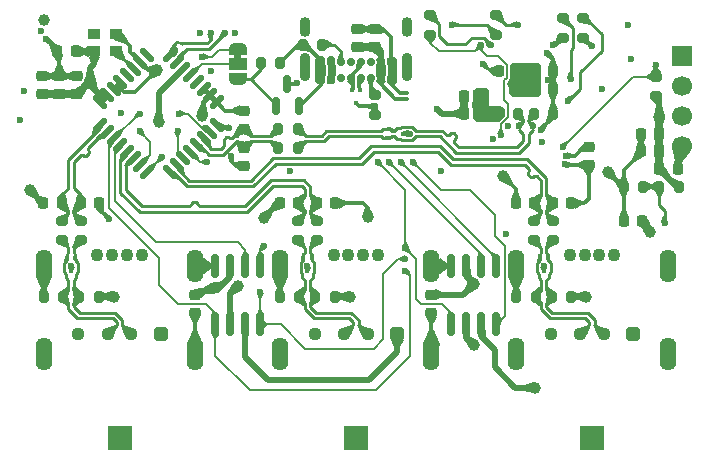
<source format=gbr>
%TF.GenerationSoftware,KiCad,Pcbnew,9.0.2*%
%TF.CreationDate,2025-06-13T08:34:33-07:00*%
%TF.ProjectId,led-usb-hub,6c65642d-7573-4622-9d68-75622e6b6963,rev?*%
%TF.SameCoordinates,PX37fb0e0PY47e8340*%
%TF.FileFunction,Copper,L4,Bot*%
%TF.FilePolarity,Positive*%
%FSLAX46Y46*%
G04 Gerber Fmt 4.6, Leading zero omitted, Abs format (unit mm)*
G04 Created by KiCad (PCBNEW 9.0.2) date 2025-06-13 08:34:33*
%MOMM*%
%LPD*%
G01*
G04 APERTURE LIST*
G04 Aperture macros list*
%AMRoundRect*
0 Rectangle with rounded corners*
0 $1 Rounding radius*
0 $2 $3 $4 $5 $6 $7 $8 $9 X,Y pos of 4 corners*
0 Add a 4 corners polygon primitive as box body*
4,1,4,$2,$3,$4,$5,$6,$7,$8,$9,$2,$3,0*
0 Add four circle primitives for the rounded corners*
1,1,$1+$1,$2,$3*
1,1,$1+$1,$4,$5*
1,1,$1+$1,$6,$7*
1,1,$1+$1,$8,$9*
0 Add four rect primitives between the rounded corners*
20,1,$1+$1,$2,$3,$4,$5,0*
20,1,$1+$1,$4,$5,$6,$7,0*
20,1,$1+$1,$6,$7,$8,$9,0*
20,1,$1+$1,$8,$9,$2,$3,0*%
%AMFreePoly0*
4,1,23,0.550000,-0.750000,0.000000,-0.750000,0.000000,-0.745722,-0.065263,-0.745722,-0.191342,-0.711940,-0.304381,-0.646677,-0.396677,-0.554381,-0.461940,-0.441342,-0.495722,-0.315263,-0.495722,-0.250000,-0.500000,-0.250000,-0.500000,0.250000,-0.495722,0.250000,-0.495722,0.315263,-0.461940,0.441342,-0.396677,0.554381,-0.304381,0.646677,-0.191342,0.711940,-0.065263,0.745722,0.000000,0.745722,
0.000000,0.750000,0.550000,0.750000,0.550000,-0.750000,0.550000,-0.750000,$1*%
%AMFreePoly1*
4,1,23,0.000000,0.745722,0.065263,0.745722,0.191342,0.711940,0.304381,0.646677,0.396677,0.554381,0.461940,0.441342,0.495722,0.315263,0.495722,0.250000,0.500000,0.250000,0.500000,-0.250000,0.495722,-0.250000,0.495722,-0.315263,0.461940,-0.441342,0.396677,-0.554381,0.304381,-0.646677,0.191342,-0.711940,0.065263,-0.745722,0.000000,-0.745722,0.000000,-0.750000,-0.550000,-0.750000,
-0.550000,0.750000,0.000000,0.750000,0.000000,0.745722,0.000000,0.745722,$1*%
G04 Aperture macros list end*
%TA.AperFunction,EtchedComponent*%
%ADD10C,0.000000*%
%TD*%
%TA.AperFunction,ComponentPad*%
%ADD11R,1.700000X1.700000*%
%TD*%
%TA.AperFunction,ComponentPad*%
%ADD12C,1.700000*%
%TD*%
%TA.AperFunction,ComponentPad*%
%ADD13C,0.700000*%
%TD*%
%TA.AperFunction,ComponentPad*%
%ADD14O,0.900000X2.400000*%
%TD*%
%TA.AperFunction,ComponentPad*%
%ADD15O,0.900000X1.700000*%
%TD*%
%TA.AperFunction,ComponentPad*%
%ADD16RoundRect,0.141000X-0.423000X-0.423000X0.423000X-0.423000X0.423000X0.423000X-0.423000X0.423000X0*%
%TD*%
%TA.AperFunction,ComponentPad*%
%ADD17C,1.128000*%
%TD*%
%TA.AperFunction,ComponentPad*%
%ADD18C,1.100000*%
%TD*%
%TA.AperFunction,ComponentPad*%
%ADD19O,1.408000X2.816000*%
%TD*%
%TA.AperFunction,ComponentPad*%
%ADD20R,2.100000X2.100000*%
%TD*%
%TA.AperFunction,SMDPad,CuDef*%
%ADD21RoundRect,0.150000X0.150000X-0.587500X0.150000X0.587500X-0.150000X0.587500X-0.150000X-0.587500X0*%
%TD*%
%TA.AperFunction,SMDPad,CuDef*%
%ADD22RoundRect,0.225000X0.250000X-0.225000X0.250000X0.225000X-0.250000X0.225000X-0.250000X-0.225000X0*%
%TD*%
%TA.AperFunction,SMDPad,CuDef*%
%ADD23RoundRect,0.200000X0.200000X0.275000X-0.200000X0.275000X-0.200000X-0.275000X0.200000X-0.275000X0*%
%TD*%
%TA.AperFunction,SMDPad,CuDef*%
%ADD24RoundRect,0.200000X-0.275000X0.200000X-0.275000X-0.200000X0.275000X-0.200000X0.275000X0.200000X0*%
%TD*%
%TA.AperFunction,SMDPad,CuDef*%
%ADD25RoundRect,0.150000X-0.150000X0.825000X-0.150000X-0.825000X0.150000X-0.825000X0.150000X0.825000X0*%
%TD*%
%TA.AperFunction,SMDPad,CuDef*%
%ADD26R,0.299999X0.449999*%
%TD*%
%TA.AperFunction,SMDPad,CuDef*%
%ADD27RoundRect,0.200000X-0.200000X-0.275000X0.200000X-0.275000X0.200000X0.275000X-0.200000X0.275000X0*%
%TD*%
%TA.AperFunction,SMDPad,CuDef*%
%ADD28RoundRect,0.200000X0.275000X-0.200000X0.275000X0.200000X-0.275000X0.200000X-0.275000X-0.200000X0*%
%TD*%
%TA.AperFunction,SMDPad,CuDef*%
%ADD29RoundRect,0.225000X-0.225000X-0.250000X0.225000X-0.250000X0.225000X0.250000X-0.225000X0.250000X0*%
%TD*%
%TA.AperFunction,SMDPad,CuDef*%
%ADD30RoundRect,0.225000X0.225000X0.250000X-0.225000X0.250000X-0.225000X-0.250000X0.225000X-0.250000X0*%
%TD*%
%TA.AperFunction,SMDPad,CuDef*%
%ADD31R,0.449999X0.299999*%
%TD*%
%TA.AperFunction,SMDPad,CuDef*%
%ADD32RoundRect,0.125000X0.353553X0.530330X-0.530330X-0.353553X-0.353553X-0.530330X0.530330X0.353553X0*%
%TD*%
%TA.AperFunction,SMDPad,CuDef*%
%ADD33RoundRect,0.125000X-0.353553X0.530330X-0.530330X0.353553X0.353553X-0.530330X0.530330X-0.353553X0*%
%TD*%
%TA.AperFunction,SMDPad,CuDef*%
%ADD34RoundRect,0.225000X-0.250000X0.225000X-0.250000X-0.225000X0.250000X-0.225000X0.250000X0.225000X0*%
%TD*%
%TA.AperFunction,SMDPad,CuDef*%
%ADD35FreePoly0,270.000000*%
%TD*%
%TA.AperFunction,SMDPad,CuDef*%
%ADD36R,1.500000X1.000000*%
%TD*%
%TA.AperFunction,SMDPad,CuDef*%
%ADD37FreePoly1,270.000000*%
%TD*%
%TA.AperFunction,SMDPad,CuDef*%
%ADD38R,1.050000X0.950000*%
%TD*%
%TA.AperFunction,SMDPad,CuDef*%
%ADD39R,0.350000X0.200000*%
%TD*%
%TA.AperFunction,ViaPad*%
%ADD40C,1.000000*%
%TD*%
%TA.AperFunction,ViaPad*%
%ADD41C,0.600000*%
%TD*%
%TA.AperFunction,Conductor*%
%ADD42C,0.350000*%
%TD*%
%TA.AperFunction,Conductor*%
%ADD43C,0.500000*%
%TD*%
%TA.AperFunction,Conductor*%
%ADD44C,0.250000*%
%TD*%
%TA.AperFunction,Conductor*%
%ADD45C,0.300000*%
%TD*%
%TA.AperFunction,Conductor*%
%ADD46C,0.267200*%
%TD*%
%TA.AperFunction,Conductor*%
%ADD47C,0.150000*%
%TD*%
G04 APERTURE END LIST*
D10*
%TA.AperFunction,EtchedComponent*%
%TO.C,JP1*%
G36*
X19500000Y-4500000D02*
G01*
X18900000Y-4500000D01*
X18900000Y-4000000D01*
X19500000Y-4000000D01*
X19500000Y-4500000D01*
G37*
%TD.AperFunction*%
%TD*%
D11*
%TO.P,J5,1,Pin_1*%
%TO.N,RESET*%
X56800000Y-4220000D03*
D12*
%TO.P,J5,2,Pin_2*%
%TO.N,SWCLK*%
X56800000Y-6760000D03*
%TO.P,J5,3,Pin_3*%
%TO.N,SWDIO*%
X56800000Y-9300000D03*
%TO.P,J5,4,Pin_4*%
%TO.N,Earth*%
X56800000Y-11840000D03*
%TD*%
D13*
%TO.P,J1,A1,GND*%
%TO.N,Earth*%
X32175000Y-6125000D03*
%TO.P,J1,A4,VBUS*%
%TO.N,VUSB*%
X31325000Y-6125000D03*
%TO.P,J1,A5,CC1*%
%TO.N,/CC1*%
X30475000Y-6125000D03*
%TO.P,J1,A6,D+*%
%TO.N,UD+*%
X29625000Y-6125000D03*
%TO.P,J1,A7,D-*%
%TO.N,UD-*%
X28775000Y-6125000D03*
%TO.P,J1,A8,SBU1*%
%TO.N,unconnected-(J1-SBU1-PadA8)*%
X27925000Y-6125000D03*
%TO.P,J1,A9,VBUS*%
%TO.N,VUSB*%
X27075000Y-6125000D03*
%TO.P,J1,A12,GND*%
%TO.N,Earth*%
X26225000Y-6125000D03*
%TO.P,J1,B1,GND*%
X26225000Y-4775000D03*
%TO.P,J1,B4,VBUS*%
%TO.N,VUSB*%
X27075000Y-4775000D03*
%TO.P,J1,B5,CC2*%
%TO.N,/CC2*%
X27925000Y-4775000D03*
%TO.P,J1,B6,D+*%
%TO.N,UD+*%
X28775000Y-4775000D03*
%TO.P,J1,B7,D-*%
%TO.N,UD-*%
X29625000Y-4775000D03*
%TO.P,J1,B8,SBU2*%
%TO.N,unconnected-(J1-SBU2-PadB8)*%
X30475000Y-4775000D03*
%TO.P,J1,B9,VBUS*%
%TO.N,VUSB*%
X31325000Y-4775000D03*
%TO.P,J1,B12,GND*%
%TO.N,Earth*%
X32175000Y-4775000D03*
D14*
%TO.P,J1,S1,SHIELD*%
%TO.N,unconnected-(J1-SHIELD-PadS1)*%
X33525000Y-5145000D03*
D15*
%TO.N,unconnected-(J1-SHIELD-PadS1)_1*%
X33525000Y-1765000D03*
D14*
%TO.N,unconnected-(J1-SHIELD-PadS1)_3*%
X24875000Y-5145000D03*
D15*
%TO.N,unconnected-(J1-SHIELD-PadS1)_2*%
X24875000Y-1765000D03*
%TD*%
D16*
%TO.P,J3,1,VBUS*%
%TO.N,+5V_2*%
X32700000Y-27780000D03*
D17*
%TO.P,J3,2,D-*%
%TO.N,U2-*%
X30200000Y-27780000D03*
%TO.P,J3,3,D+*%
%TO.N,U2+*%
X28200000Y-27780000D03*
%TO.P,J3,4,GND*%
%TO.N,Earth*%
X25700000Y-27780000D03*
D18*
%TO.P,J3,B*%
%TO.N,/L2_B'*%
X27325000Y-21120000D03*
%TO.P,J3,G*%
%TO.N,/L2_G'*%
X28575000Y-21120000D03*
%TO.P,J3,R*%
%TO.N,/L2_R'*%
X31075000Y-21120000D03*
D19*
%TO.P,J3,S1,SHIELD*%
%TO.N,Earth*%
X22800000Y-29500000D03*
%TO.P,J3,S2,SHIELD*%
X35600000Y-29500000D03*
%TO.P,J3,S3,SHIELD*%
X22800000Y-22000000D03*
%TO.P,J3,S4,SHIELD*%
X35600000Y-22000000D03*
D20*
%TO.P,J3,S5,SHIELD*%
X29200000Y-36540000D03*
D18*
%TO.P,J3,V*%
%TO.N,+3V3_MCU*%
X29825000Y-21120000D03*
%TD*%
D16*
%TO.P,J4,1,VBUS*%
%TO.N,+5V_3*%
X12700000Y-27780000D03*
D17*
%TO.P,J4,2,D-*%
%TO.N,U3-*%
X10200000Y-27780000D03*
%TO.P,J4,3,D+*%
%TO.N,U3+*%
X8200000Y-27780000D03*
%TO.P,J4,4,GND*%
%TO.N,Earth*%
X5700000Y-27780000D03*
D18*
%TO.P,J4,B*%
%TO.N,/L3_B'*%
X7325000Y-21120000D03*
%TO.P,J4,G*%
%TO.N,/L3_G'*%
X8575000Y-21120000D03*
%TO.P,J4,R*%
%TO.N,/L3_R'*%
X11075000Y-21120000D03*
D19*
%TO.P,J4,S1,SHIELD*%
%TO.N,Earth*%
X2800000Y-29500000D03*
%TO.P,J4,S2,SHIELD*%
X15600000Y-29500000D03*
%TO.P,J4,S3,SHIELD*%
X2800000Y-22000000D03*
%TO.P,J4,S4,SHIELD*%
X15600000Y-22000000D03*
D20*
%TO.P,J4,S5,SHIELD*%
X9200000Y-36540000D03*
D18*
%TO.P,J4,V*%
%TO.N,+3V3_MCU*%
X9825000Y-21120000D03*
%TD*%
D16*
%TO.P,J2,1,VBUS*%
%TO.N,+5V_1*%
X52700000Y-27780000D03*
D17*
%TO.P,J2,2,D-*%
%TO.N,U1-*%
X50200000Y-27780000D03*
%TO.P,J2,3,D+*%
%TO.N,U1+*%
X48200000Y-27780000D03*
%TO.P,J2,4,GND*%
%TO.N,Earth*%
X45700000Y-27780000D03*
D18*
%TO.P,J2,B*%
%TO.N,/L1_B'*%
X47325000Y-21120000D03*
%TO.P,J2,G*%
%TO.N,/L1_G'*%
X48575000Y-21120000D03*
%TO.P,J2,R*%
%TO.N,/L1_R'*%
X51075000Y-21120000D03*
D19*
%TO.P,J2,S1,SHIELD*%
%TO.N,Earth*%
X42800000Y-29500000D03*
%TO.P,J2,S2,SHIELD*%
X55600000Y-29500000D03*
%TO.P,J2,S3,SHIELD*%
X42800000Y-22000000D03*
%TO.P,J2,S4,SHIELD*%
X55600000Y-22000000D03*
D20*
%TO.P,J2,S5,SHIELD*%
X49200000Y-36540000D03*
D18*
%TO.P,J2,V*%
%TO.N,+3V3_MCU*%
X49825000Y-21120000D03*
%TD*%
D21*
%TO.P,U12,1,GND*%
%TO.N,Earth*%
X24350000Y-8437500D03*
%TO.P,U12,2,OUT*%
%TO.N,/PWR_ON''*%
X22450000Y-8437500D03*
%TO.P,U12,3,VIN*%
%TO.N,+3V3_L*%
X23400000Y-6562500D03*
%TD*%
D22*
%TO.P,C24,1*%
%TO.N,VUSB*%
X29334671Y-3471430D03*
%TO.P,C24,2*%
%TO.N,Earth*%
X29334671Y-1921430D03*
%TD*%
D23*
%TO.P,R24,1*%
%TO.N,U1+*%
X44425000Y-24600000D03*
%TO.P,R24,2*%
%TO.N,Earth*%
X42775000Y-24600000D03*
%TD*%
D24*
%TO.P,R31,1*%
%TO.N,/U3'-*%
X5900000Y-18175000D03*
%TO.P,R31,2*%
%TO.N,U3-*%
X5900000Y-19825000D03*
%TD*%
D25*
%TO.P,U5,1,GND*%
%TO.N,Earth*%
X37295000Y-22000000D03*
%TO.P,U5,2,IN1*%
%TO.N,VUSB*%
X38565000Y-22000000D03*
%TO.P,U5,3,~{EN1}*%
%TO.N,PWR_EN1*%
X39835000Y-22000000D03*
%TO.P,U5,4,~{EN2}*%
%TO.N,PWR_EN0*%
X41105000Y-22000000D03*
%TO.P,U5,5,~{OC2}*%
%TO.N,OC0*%
X41105000Y-26950000D03*
%TO.P,U5,6,OUT2*%
%TO.N,+5V_0*%
X39835000Y-26950000D03*
%TO.P,U5,7,OUT1*%
%TO.N,+5V_1*%
X38565000Y-26950000D03*
%TO.P,U5,8,~{OC1}*%
%TO.N,OC1*%
X37295000Y-26950000D03*
%TD*%
D26*
%TO.P,D4,1,IO1*%
%TO.N,UD-*%
X28850001Y-7076750D03*
%TO.P,D4,2,IO2*%
%TO.N,UD+*%
X29549999Y-7076750D03*
%TO.P,D4,3,GND*%
%TO.N,Earth*%
X29200000Y-8226750D03*
%TD*%
D22*
%TO.P,C25,1*%
%TO.N,VUSB*%
X30834671Y-3471430D03*
%TO.P,C25,2*%
%TO.N,Earth*%
X30834671Y-1921430D03*
%TD*%
%TO.P,C11,1*%
%TO.N,+3V3_L*%
X4100000Y-7450000D03*
%TO.P,C11,2*%
%TO.N,Earth*%
X4100000Y-5900000D03*
%TD*%
D24*
%TO.P,R11,1*%
%TO.N,BOOT*%
X41100000Y-775000D03*
%TO.P,R11,2*%
%TO.N,Earth*%
X41100000Y-2425000D03*
%TD*%
D27*
%TO.P,R29,1*%
%TO.N,U2-*%
X25775000Y-24600000D03*
%TO.P,R29,2*%
%TO.N,Earth*%
X27425000Y-24600000D03*
%TD*%
%TO.P,R25,1*%
%TO.N,U1-*%
X45775000Y-24600000D03*
%TO.P,R25,2*%
%TO.N,Earth*%
X47425000Y-24600000D03*
%TD*%
D26*
%TO.P,D7,1,IO1*%
%TO.N,U2+*%
X24750001Y-21325000D03*
%TO.P,D7,2,IO2*%
%TO.N,U2-*%
X25449999Y-21325000D03*
%TO.P,D7,3,GND*%
%TO.N,Earth*%
X25100000Y-22475000D03*
%TD*%
D28*
%TO.P,R35,1*%
%TO.N,Earth*%
X30800000Y-9225000D03*
%TO.P,R35,2*%
%TO.N,/CC1*%
X30800000Y-7575000D03*
%TD*%
D29*
%TO.P,C23,1*%
%TO.N,/U3'-*%
X5900000Y-16700000D03*
%TO.P,C23,2*%
%TO.N,Earth*%
X7450000Y-16700000D03*
%TD*%
D27*
%TO.P,R33,1*%
%TO.N,U3-*%
X5775000Y-24600000D03*
%TO.P,R33,2*%
%TO.N,Earth*%
X7425000Y-24600000D03*
%TD*%
D29*
%TO.P,C3,1*%
%TO.N,+3V3_MCU*%
X44325000Y-5500000D03*
%TO.P,C3,2*%
%TO.N,Earth*%
X45875000Y-5500000D03*
%TD*%
D24*
%TO.P,R13,1*%
%TO.N,LED_PWR*%
X46700000Y-1027500D03*
%TO.P,R13,2*%
%TO.N,/LED_PWR'*%
X46700000Y-2677500D03*
%TD*%
D27*
%TO.P,R19,1*%
%TO.N,/U0'-*%
X22650000Y-10400000D03*
%TO.P,R19,2*%
%TO.N,U0-*%
X24300000Y-10400000D03*
%TD*%
D30*
%TO.P,C22,1*%
%TO.N,/U3'+*%
X4300000Y-16700000D03*
%TO.P,C22,2*%
%TO.N,Earth*%
X2750000Y-16700000D03*
%TD*%
D23*
%TO.P,R32,1*%
%TO.N,U3+*%
X4425000Y-24600000D03*
%TO.P,R32,2*%
%TO.N,Earth*%
X2775000Y-24600000D03*
%TD*%
D24*
%TO.P,R26,1*%
%TO.N,/U2'+*%
X24300000Y-18175000D03*
%TO.P,R26,2*%
%TO.N,U2+*%
X24300000Y-19825000D03*
%TD*%
D30*
%TO.P,C30,1*%
%TO.N,+5V_0*%
X53450000Y-18200000D03*
%TO.P,C30,2*%
%TO.N,Earth*%
X51900000Y-18200000D03*
%TD*%
D22*
%TO.P,C35,1*%
%TO.N,Earth*%
X15600000Y-25975000D03*
%TO.P,C35,2*%
%TO.N,VUSB*%
X15600000Y-24425000D03*
%TD*%
D30*
%TO.P,C32,1*%
%TO.N,+3V3_MCU*%
X54900000Y-12298000D03*
%TO.P,C32,2*%
%TO.N,Earth*%
X53350000Y-12298000D03*
%TD*%
D27*
%TO.P,R20,1*%
%TO.N,U0+*%
X44275000Y-9100000D03*
%TO.P,R20,2*%
%TO.N,Earth*%
X45925000Y-9100000D03*
%TD*%
D30*
%TO.P,C20,1*%
%TO.N,/U2'+*%
X24300000Y-16700000D03*
%TO.P,C20,2*%
%TO.N,Earth*%
X22750000Y-16700000D03*
%TD*%
D22*
%TO.P,C17,1*%
%TO.N,/U0'-*%
X19700000Y-10400000D03*
%TO.P,C17,2*%
%TO.N,Earth*%
X19700000Y-8850000D03*
%TD*%
D29*
%TO.P,C7,1*%
%TO.N,+3V3_MCU*%
X38325000Y-9100000D03*
%TO.P,C7,2*%
%TO.N,Earth*%
X39875000Y-9100000D03*
%TD*%
D31*
%TO.P,D5,1,IO1*%
%TO.N,U0+*%
X32025000Y-11149999D03*
%TO.P,D5,2,IO2*%
%TO.N,U0-*%
X32025000Y-10450001D03*
%TO.P,D5,3,GND*%
%TO.N,Earth*%
X33175000Y-10800000D03*
%TD*%
D26*
%TO.P,D8,1,IO1*%
%TO.N,U3+*%
X4750001Y-21325000D03*
%TO.P,D8,2,IO2*%
%TO.N,U3-*%
X5449999Y-21325000D03*
%TO.P,D8,3,GND*%
%TO.N,Earth*%
X5100000Y-22475000D03*
%TD*%
D22*
%TO.P,C12,1*%
%TO.N,+3V3_L*%
X2600000Y-7450000D03*
%TO.P,C12,2*%
%TO.N,Earth*%
X2600000Y-5900000D03*
%TD*%
D30*
%TO.P,C6,1*%
%TO.N,+3V3_MCU*%
X42875000Y-5500000D03*
%TO.P,C6,2*%
%TO.N,Earth*%
X41325000Y-5500000D03*
%TD*%
D24*
%TO.P,R14,1*%
%TO.N,LED_USB*%
X48400000Y-1027500D03*
%TO.P,R14,2*%
%TO.N,/LED_USB'*%
X48400000Y-2677500D03*
%TD*%
D23*
%TO.P,R28,1*%
%TO.N,U2+*%
X24425000Y-24600000D03*
%TO.P,R28,2*%
%TO.N,Earth*%
X22775000Y-24600000D03*
%TD*%
D30*
%TO.P,C18,1*%
%TO.N,/U1'+*%
X44300000Y-16700000D03*
%TO.P,C18,2*%
%TO.N,Earth*%
X42750000Y-16700000D03*
%TD*%
D24*
%TO.P,R30,1*%
%TO.N,/U3'+*%
X4300000Y-18175000D03*
%TO.P,R30,2*%
%TO.N,U3+*%
X4300000Y-19825000D03*
%TD*%
D32*
%TO.P,U2,1,DP0*%
%TO.N,/UD'+*%
X13472272Y-4167930D03*
%TO.P,U2,2,DM0*%
%TO.N,/UD'-*%
X14037957Y-4733616D03*
%TO.P,U2,3,VCC*%
%TO.N,+3V3_L*%
X14603643Y-5299301D03*
%TO.P,U2,4,\u002ARESET*%
%TO.N,PWR_ON*%
X15169328Y-5864986D03*
%TO.P,U2,5,EECLK*%
%TO.N,unconnected-(U2-EECLK-Pad5)*%
X15735014Y-6430672D03*
%TO.P,U2,6,EEDATA/GANGED*%
%TO.N,Earth*%
X16300699Y-6996357D03*
%TO.P,U2,7,GND*%
X16866384Y-7562043D03*
%TO.P,U2,8,BUSPWR*%
X17432070Y-8127728D03*
D33*
%TO.P,U2,9,\u002APWRON1*%
%TO.N,PWR_EN0*%
X17432070Y-10072272D03*
%TO.P,U2,10,\u002AOVRCUR1*%
%TO.N,OC0*%
X16866384Y-10637957D03*
%TO.P,U2,11,DM1*%
%TO.N,/U0'-*%
X16300699Y-11203643D03*
%TO.P,U2,12,DP1*%
%TO.N,/U0'+*%
X15735014Y-11769328D03*
%TO.P,U2,13,\u002APWRON2*%
%TO.N,PWR_EN1*%
X15169328Y-12335014D03*
%TO.P,U2,14,\u002AOVRCUR2*%
%TO.N,OC1*%
X14603643Y-12900699D03*
%TO.P,U2,15,DM2*%
%TO.N,/U1'-*%
X14037957Y-13466384D03*
%TO.P,U2,16,DP2*%
%TO.N,/U1'+*%
X13472272Y-14032070D03*
D32*
%TO.P,U2,17,\u002APWRON3*%
%TO.N,PWR_EN2*%
X11527728Y-14032070D03*
%TO.P,U2,18,\u002AOVRCUR3*%
%TO.N,OC2*%
X10962043Y-13466384D03*
%TO.P,U2,19,DM3*%
%TO.N,/U2'-*%
X10396357Y-12900699D03*
%TO.P,U2,20,DP3*%
%TO.N,/U2'+*%
X9830672Y-12335014D03*
%TO.P,U2,21,\u002APWRON4*%
%TO.N,PWR_EN3*%
X9264986Y-11769328D03*
%TO.P,U2,22,\u002AOVRCUR4*%
%TO.N,OC3*%
X8699301Y-11203643D03*
%TO.P,U2,23,DM4*%
%TO.N,/U3'-*%
X8133616Y-10637957D03*
%TO.P,U2,24,DP4*%
%TO.N,/U3'+*%
X7567930Y-10072272D03*
D33*
%TO.P,U2,25,VCC*%
%TO.N,+3V3_L*%
X7567930Y-8127728D03*
%TO.P,U2,26,\u002AEXTMEM*%
X8133616Y-7562043D03*
%TO.P,U2,27,TSTPLL/48MCLK*%
%TO.N,Earth*%
X8699301Y-6996357D03*
%TO.P,U2,28,GND*%
X9264986Y-6430672D03*
%TO.P,U2,29,XTAL2*%
%TO.N,unconnected-(U2-XTAL2-Pad29)*%
X9830672Y-5864986D03*
%TO.P,U2,30,XTAL1*%
%TO.N,/OSC_6MHz*%
X10396357Y-5299301D03*
%TO.P,U2,31,TSTMODE*%
%TO.N,Earth*%
X10962043Y-4733616D03*
%TO.P,U2,32,SUSPND*%
%TO.N,unconnected-(U2-SUSPND-Pad32)*%
X11527728Y-4167930D03*
%TD*%
D27*
%TO.P,R34,1*%
%TO.N,Earth*%
X24700000Y-3275000D03*
%TO.P,R34,2*%
%TO.N,/CC2*%
X26350000Y-3275000D03*
%TD*%
D29*
%TO.P,C21,1*%
%TO.N,/U2'-*%
X25900000Y-16700000D03*
%TO.P,C21,2*%
%TO.N,Earth*%
X27450000Y-16700000D03*
%TD*%
D34*
%TO.P,C16,1*%
%TO.N,/U0'+*%
X19700000Y-12000000D03*
%TO.P,C16,2*%
%TO.N,Earth*%
X19700000Y-13550000D03*
%TD*%
D30*
%TO.P,C33,1*%
%TO.N,+3V3_MCU*%
X54900000Y-10798000D03*
%TO.P,C33,2*%
%TO.N,Earth*%
X53350000Y-10798000D03*
%TD*%
D22*
%TO.P,C34,1*%
%TO.N,Earth*%
X35600000Y-25975000D03*
%TO.P,C34,2*%
%TO.N,VUSB*%
X35600000Y-24425000D03*
%TD*%
D24*
%TO.P,R23,1*%
%TO.N,/U1'-*%
X45900000Y-18175000D03*
%TO.P,R23,2*%
%TO.N,U1-*%
X45900000Y-19825000D03*
%TD*%
D29*
%TO.P,C1,1*%
%TO.N,+3V3_MCU*%
X38325000Y-7600000D03*
%TO.P,C1,2*%
%TO.N,Earth*%
X39875000Y-7600000D03*
%TD*%
D27*
%TO.P,R18,1*%
%TO.N,/U0'+*%
X22650000Y-12000000D03*
%TO.P,R18,2*%
%TO.N,U0+*%
X24300000Y-12000000D03*
%TD*%
D24*
%TO.P,R27,1*%
%TO.N,/U2'-*%
X25900000Y-18175000D03*
%TO.P,R27,2*%
%TO.N,U2-*%
X25900000Y-19825000D03*
%TD*%
D23*
%TO.P,R45,1*%
%TO.N,Earth*%
X22800000Y-4800000D03*
%TO.P,R45,2*%
%TO.N,/PWR_ON''*%
X21150000Y-4800000D03*
%TD*%
D29*
%TO.P,C31,1*%
%TO.N,+3V3_MCU*%
X54900000Y-13798000D03*
%TO.P,C31,2*%
%TO.N,Earth*%
X56450000Y-13798000D03*
%TD*%
D26*
%TO.P,D6,1,IO1*%
%TO.N,U1+*%
X44750001Y-21325000D03*
%TO.P,D6,2,IO2*%
%TO.N,U1-*%
X45449999Y-21325000D03*
%TO.P,D6,3,GND*%
%TO.N,Earth*%
X45100000Y-22475000D03*
%TD*%
D25*
%TO.P,U6,1,GND*%
%TO.N,Earth*%
X17295000Y-22000000D03*
%TO.P,U6,2,IN1*%
%TO.N,VUSB*%
X18565000Y-22000000D03*
%TO.P,U6,3,~{EN1}*%
%TO.N,PWR_EN3*%
X19835000Y-22000000D03*
%TO.P,U6,4,~{EN2}*%
%TO.N,PWR_EN2*%
X21105000Y-22000000D03*
%TO.P,U6,5,~{OC2}*%
%TO.N,OC2*%
X21105000Y-26950000D03*
%TO.P,U6,6,OUT2*%
%TO.N,+5V_2*%
X19835000Y-26950000D03*
%TO.P,U6,7,OUT1*%
%TO.N,+5V_3*%
X18565000Y-26950000D03*
%TO.P,U6,8,~{OC1}*%
%TO.N,OC3*%
X17295000Y-26950000D03*
%TD*%
D23*
%TO.P,R43,1*%
%TO.N,+3V3_MCU*%
X56525000Y-15300000D03*
%TO.P,R43,2*%
%TO.N,/REG_MCU_FB*%
X54875000Y-15300000D03*
%TD*%
D22*
%TO.P,C10,1*%
%TO.N,+3V3_L*%
X5600000Y-7450000D03*
%TO.P,C10,2*%
%TO.N,Earth*%
X5600000Y-5900000D03*
%TD*%
D35*
%TO.P,JP1,1,A*%
%TO.N,/PWR_ON'*%
X19200000Y-3600000D03*
D36*
%TO.P,JP1,2,C*%
%TO.N,PWR_ON*%
X19200000Y-4900000D03*
D37*
%TO.P,JP1,3,B*%
%TO.N,/PWR_ON''*%
X19200000Y-6200000D03*
%TD*%
D28*
%TO.P,R10,1*%
%TO.N,RESET*%
X35500000Y-2425000D03*
%TO.P,R10,2*%
%TO.N,+3V3_MCU*%
X35500000Y-775000D03*
%TD*%
D23*
%TO.P,R21,1*%
%TO.N,U0-*%
X42925000Y-9100000D03*
%TO.P,R21,2*%
%TO.N,Earth*%
X41275000Y-9100000D03*
%TD*%
D28*
%TO.P,R12,1*%
%TO.N,+3V3_MCU*%
X54600000Y-7625000D03*
%TO.P,R12,2*%
%TO.N,/EN_LED*%
X54600000Y-5975000D03*
%TD*%
D34*
%TO.P,C5,1*%
%TO.N,+3V3_MCU*%
X48900000Y-11925000D03*
%TO.P,C5,2*%
%TO.N,Earth*%
X48900000Y-13475000D03*
%TD*%
D38*
%TO.P,Y2,1,NC*%
%TO.N,unconnected-(Y2-NC-Pad1)*%
X7050000Y-2400000D03*
%TO.P,Y2,2,GND*%
%TO.N,Earth*%
X8900000Y-2400000D03*
%TO.P,Y2,3,OUT*%
%TO.N,/OSC_6MHz*%
X8900000Y-3850000D03*
%TO.P,Y2,4,VCC*%
%TO.N,+3V3_L*%
X7050000Y-3850000D03*
%TD*%
D29*
%TO.P,C19,1*%
%TO.N,/U1'-*%
X45900000Y-16700000D03*
%TO.P,C19,2*%
%TO.N,Earth*%
X47450000Y-16700000D03*
%TD*%
D39*
%TO.P,D3,1,K*%
%TO.N,VUSB*%
X33500000Y-7830000D03*
%TO.P,D3,2,A*%
%TO.N,Earth*%
X33500000Y-7370000D03*
%TD*%
D27*
%TO.P,R44,1*%
%TO.N,Earth*%
X51875000Y-15300000D03*
%TO.P,R44,2*%
%TO.N,/REG_MCU_FB*%
X53525000Y-15300000D03*
%TD*%
D24*
%TO.P,R22,1*%
%TO.N,/U1'+*%
X44300000Y-18175000D03*
%TO.P,R22,2*%
%TO.N,U1+*%
X44300000Y-19825000D03*
%TD*%
D29*
%TO.P,C2,1*%
%TO.N,+3V3_MCU*%
X44325000Y-7000000D03*
%TO.P,C2,2*%
%TO.N,Earth*%
X45875000Y-7000000D03*
%TD*%
D30*
%TO.P,C13,1*%
%TO.N,+3V3_L*%
X5475000Y-3850000D03*
%TO.P,C13,2*%
%TO.N,Earth*%
X3925000Y-3850000D03*
%TD*%
D40*
%TO.N,VUSB*%
X39200000Y-23500000D03*
D41*
X1096769Y-7155680D03*
D40*
X2800000Y-1175000D03*
X17200000Y-23900000D03*
D41*
%TO.N,Earth*%
X9300000Y-9050000D03*
D40*
X16200000Y-9300000D03*
X30200000Y-17900000D03*
D41*
X42100000Y-10200000D03*
X40000000Y-4900000D03*
X18628980Y-12728980D03*
X3000000Y-2775000D03*
X39300000Y-8350000D03*
X52500000Y-4500000D03*
D40*
X41700000Y-14400000D03*
D41*
X36400000Y-14000000D03*
X8300000Y-18000000D03*
X46886086Y-13413914D03*
X52200000Y-1600000D03*
X16900000Y-5500000D03*
D40*
X12400000Y-5400000D03*
X28700000Y-24600000D03*
X50525000Y-14030742D03*
X48700000Y-24600000D03*
D41*
X25100000Y-22000000D03*
X23600000Y-14000000D03*
D40*
X1600000Y-15600000D03*
D41*
X45450000Y-6250000D03*
X50050000Y-7000000D03*
X44900000Y-10500000D03*
X33742301Y-10800000D03*
X45100000Y-22000000D03*
X37300000Y-1600000D03*
D40*
X21463603Y-17925000D03*
X8700000Y-24600000D03*
D41*
X16000000Y-2300000D03*
X800000Y-9625000D03*
X19000000Y-2300000D03*
X30800000Y-8500000D03*
X45400000Y-4000000D03*
X5100000Y-22000000D03*
D40*
%TO.N,+5V_1*%
X39200000Y-28700000D03*
%TO.N,+5V_3*%
X19200000Y-23700000D03*
%TO.N,+3V3_L*%
X12500000Y-9850000D03*
D41*
X24198774Y-6488903D03*
D40*
X6713319Y-6338343D03*
D41*
%TO.N,+3V3_MCU*%
X40600000Y-3300000D03*
X41900000Y-19300000D03*
X40800000Y-11300000D03*
D40*
X54900000Y-9400000D03*
D41*
X47004263Y-12673281D03*
D40*
X42500000Y-6600000D03*
D41*
X36100000Y-8700000D03*
%TO.N,OC1*%
X31032958Y-13200000D03*
X14100000Y-10600000D03*
X33400000Y-20500000D03*
%TO.N,OC2*%
X33400000Y-21400000D03*
X10900000Y-10600000D03*
X21105000Y-24205000D03*
%TO.N,OC3*%
X10900000Y-9100000D03*
X33400000Y-22400000D03*
%TO.N,U0+*%
X44200000Y-10200000D03*
%TO.N,U0-*%
X43000000Y-10200000D03*
%TO.N,PWR_EN0*%
X33000000Y-13193800D03*
X18500000Y-10300000D03*
%TO.N,PWR_EN1*%
X32000000Y-13193800D03*
X16600000Y-13175000D03*
%TO.N,PWR_EN2*%
X21400000Y-20300000D03*
X12800000Y-12800000D03*
%TO.N,/EN_LED*%
X46700000Y-11900000D03*
X54600000Y-5000000D03*
%TO.N,/UD'+*%
X16900000Y-2300000D03*
%TO.N,/UD'-*%
X18100000Y-2300000D03*
%TO.N,OC0*%
X34000000Y-13193800D03*
X14200000Y-9100000D03*
D40*
%TO.N,+5V_0*%
X54100000Y-19100000D03*
X44400000Y-32300000D03*
D41*
%TO.N,LED_PWR*%
X47400000Y-6200000D03*
%TO.N,LED_USB*%
X47200000Y-8000000D03*
%TO.N,/LED_PWR'*%
X45900000Y-3300000D03*
%TO.N,/LED_USB'*%
X49200000Y-3400000D03*
%TO.N,RESET*%
X41473223Y-10926777D03*
X39800000Y-3300000D03*
%TO.N,/REG_MCU_FB*%
X55350000Y-18394214D03*
%TO.N,BOOT*%
X45000000Y-11500000D03*
X42900000Y-1600000D03*
%TO.N,/PWR_ON'*%
X16200000Y-4300000D03*
X2550000Y-2150000D03*
%TD*%
D42*
%TO.N,Earth*%
X1600000Y-15600000D02*
X2700000Y-16700000D01*
D43*
%TO.N,+5V_0*%
X54100000Y-19100000D02*
X54100000Y-18850000D01*
X54100000Y-18850000D02*
X53450000Y-18200000D01*
D44*
%TO.N,/REG_MCU_FB*%
X55350000Y-18394214D02*
X55350000Y-17350000D01*
X55350000Y-17350000D02*
X54875000Y-16875000D01*
X54875000Y-16875000D02*
X54875000Y-15300000D01*
X55298363Y-18394214D02*
X55300000Y-18392577D01*
D43*
%TO.N,VUSB*%
X29334671Y-3471430D02*
X29834671Y-3471430D01*
X18565000Y-22000000D02*
X18565000Y-22974999D01*
D42*
X32535026Y-7830000D02*
X33500000Y-7830000D01*
X31325000Y-6125000D02*
X31325000Y-6619974D01*
D43*
X38275000Y-24425000D02*
X39200000Y-23500000D01*
X17639999Y-23900000D02*
X17200000Y-23900000D01*
X16975000Y-24125000D02*
X17200000Y-23900000D01*
X31000000Y-3471430D02*
X31325000Y-3796430D01*
X31325000Y-3796430D02*
X31325000Y-4775000D01*
X38565000Y-22000000D02*
X38565000Y-22865000D01*
X15900000Y-24125000D02*
X16975000Y-24125000D01*
X35600000Y-24425000D02*
X38275000Y-24425000D01*
X15600000Y-24425000D02*
X15900000Y-24125000D01*
X30334671Y-3471430D02*
X30834671Y-3471430D01*
D42*
X31325000Y-6619974D02*
X32535026Y-7830000D01*
D43*
X29834671Y-3471430D02*
X30334671Y-3471430D01*
X18565000Y-22974999D02*
X17639999Y-23900000D01*
X38565000Y-22865000D02*
X39200000Y-23500000D01*
D45*
%TO.N,Earth*%
X26225000Y-6662500D02*
X24450000Y-8437500D01*
D44*
X40275000Y-1600000D02*
X37300000Y-1600000D01*
D42*
X16300000Y-8128427D02*
X16866384Y-7562043D01*
X22775000Y-24600000D02*
X22775000Y-22025000D01*
X30200000Y-17100000D02*
X29800000Y-16700000D01*
X45450000Y-6250000D02*
X45875000Y-6250000D01*
X16200000Y-9300000D02*
X16300000Y-9200000D01*
X17295000Y-22000000D02*
X15600000Y-22000000D01*
X44900000Y-10500000D02*
X44900000Y-10400000D01*
D45*
X48900000Y-16300000D02*
X48500000Y-16700000D01*
D42*
X18628980Y-13128980D02*
X19050000Y-13550000D01*
X15600000Y-25975000D02*
X15600000Y-29500000D01*
X29473250Y-8500000D02*
X29200000Y-8226750D01*
X50525000Y-14030742D02*
X51594258Y-15100000D01*
D44*
X40600000Y-5500000D02*
X40000000Y-4900000D01*
D42*
X21463603Y-17925000D02*
X21463603Y-17836685D01*
X45100000Y-22475000D02*
X45100000Y-22000000D01*
D45*
X46947172Y-13475000D02*
X46886086Y-13413914D01*
D42*
X35600000Y-25975000D02*
X35600000Y-29500000D01*
X21463603Y-17836685D02*
X22600288Y-16700000D01*
X42775000Y-24600000D02*
X42775000Y-22025000D01*
X19050000Y-13550000D02*
X19700000Y-13550000D01*
X31471430Y-1921430D02*
X32175000Y-2625000D01*
X24325000Y-3275000D02*
X22800000Y-4800000D01*
X2600000Y-5900000D02*
X4100000Y-5900000D01*
D45*
X26225000Y-6125000D02*
X26225000Y-6662500D01*
D42*
X26225000Y-4775000D02*
X26225000Y-4575000D01*
X53350000Y-12298000D02*
X53350000Y-10798000D01*
X56450000Y-13798000D02*
X56450000Y-12190000D01*
X32175000Y-6125000D02*
X32175000Y-6575000D01*
D44*
X41100000Y-2425000D02*
X40275000Y-1600000D01*
D42*
X16300000Y-9200000D02*
X16300000Y-8128427D01*
D44*
X41325000Y-5500000D02*
X40600000Y-5500000D01*
D42*
X30834671Y-1921430D02*
X31471430Y-1921430D01*
X8699301Y-6996357D02*
X8997829Y-6697829D01*
X18628980Y-12728980D02*
X18628980Y-13128980D01*
X32929000Y-7329000D02*
X33500000Y-7329000D01*
X51875000Y-13925000D02*
X51875000Y-15300000D01*
D45*
X48900000Y-13475000D02*
X48900000Y-16300000D01*
D42*
X4100000Y-5900000D02*
X4100000Y-4025000D01*
X45875000Y-7000000D02*
X45875000Y-6250000D01*
X30800000Y-8500000D02*
X29473250Y-8500000D01*
X42750000Y-16700000D02*
X42750000Y-15450000D01*
X4100000Y-5900000D02*
X5600000Y-5900000D01*
X45925000Y-9100000D02*
X45925000Y-7050000D01*
X2775000Y-24600000D02*
X2775000Y-22025000D01*
X17202171Y-7897829D02*
X17432070Y-8127728D01*
X16866384Y-7562043D02*
X17202171Y-7897829D01*
X16866384Y-7562043D02*
X16300699Y-6996357D01*
X24700000Y-3275000D02*
X24325000Y-3275000D01*
D45*
X48500000Y-16700000D02*
X47450000Y-16700000D01*
D42*
X18154341Y-8850000D02*
X16866384Y-7562043D01*
X3925000Y-3700000D02*
X3000000Y-2775000D01*
X10100000Y-3398000D02*
X10100000Y-3871573D01*
X53350000Y-12450000D02*
X51875000Y-13925000D01*
X11628427Y-5400000D02*
X10962043Y-4733616D01*
X10100000Y-3871573D02*
X10962043Y-4733616D01*
X12400000Y-5400000D02*
X11628427Y-5400000D01*
X28700000Y-24600000D02*
X27425000Y-24600000D01*
X8700000Y-24600000D02*
X7425000Y-24600000D01*
X37295000Y-22000000D02*
X35600000Y-22000000D01*
X33175000Y-10800000D02*
X33742301Y-10800000D01*
X30800000Y-9225000D02*
X30800000Y-8500000D01*
X26225000Y-4575000D02*
X24925000Y-3275000D01*
X45875000Y-4475000D02*
X45400000Y-4000000D01*
X30200000Y-17900000D02*
X30200000Y-17100000D01*
X45875000Y-5500000D02*
X45875000Y-4475000D01*
X19700000Y-8850000D02*
X18154341Y-8850000D01*
X25100000Y-22475000D02*
X25100000Y-22000000D01*
X51900000Y-18200000D02*
X51900000Y-15325000D01*
X8300000Y-18000000D02*
X7450000Y-17150000D01*
X44900000Y-10400000D02*
X45925000Y-9375000D01*
X29334671Y-1921430D02*
X30834671Y-1921430D01*
D45*
X48900000Y-13475000D02*
X46947172Y-13475000D01*
D42*
X32175000Y-2625000D02*
X32175000Y-4775000D01*
X8997829Y-6697829D02*
X9264986Y-6430672D01*
X29800000Y-16700000D02*
X27450000Y-16700000D01*
X9102000Y-2400000D02*
X10100000Y-3398000D01*
X48700000Y-24600000D02*
X47425000Y-24600000D01*
X5100000Y-22475000D02*
X5100000Y-22000000D01*
X7450000Y-17150000D02*
X7450000Y-16700000D01*
X45875000Y-6250000D02*
X45875000Y-5500000D01*
X9600000Y-7300000D02*
X10500000Y-7300000D01*
X51594258Y-15100000D02*
X51675000Y-15100000D01*
X10500000Y-7300000D02*
X12400000Y-5400000D01*
X32175000Y-6575000D02*
X32929000Y-7329000D01*
X16300699Y-6996357D02*
X17202171Y-7897829D01*
X42750000Y-15450000D02*
X41700000Y-14400000D01*
X8997829Y-6697829D02*
X9600000Y-7300000D01*
D43*
%TO.N,+5V_1*%
X38565000Y-28065000D02*
X39200000Y-28700000D01*
X38565000Y-26950000D02*
X38565000Y-28065000D01*
%TO.N,+5V_2*%
X32700000Y-29300000D02*
X32700000Y-27780000D01*
X21800000Y-31700000D02*
X30300000Y-31700000D01*
X30300000Y-31700000D02*
X32700000Y-29300000D01*
X19835000Y-26950000D02*
X19835000Y-29735000D01*
X19835000Y-29735000D02*
X21800000Y-31700000D01*
%TO.N,+5V_3*%
X18565000Y-26950000D02*
X18565000Y-24335000D01*
X18565000Y-24335000D02*
X19200000Y-23700000D01*
%TO.N,+3V3_L*%
X6713319Y-6338343D02*
X6711657Y-6338343D01*
X7847829Y-7847829D02*
X8133616Y-7562043D01*
X7567930Y-8127728D02*
X7847829Y-7847829D01*
X6713319Y-5286681D02*
X7050000Y-4950000D01*
X6713319Y-6338343D02*
X6713319Y-6713319D01*
X6711657Y-6338343D02*
X5600000Y-7450000D01*
D42*
X24198774Y-6488903D02*
X24036097Y-6488903D01*
D43*
X2600000Y-7450000D02*
X4100000Y-7450000D01*
X6713319Y-6713319D02*
X7847829Y-7847829D01*
X6713319Y-6338343D02*
X6713319Y-5286681D01*
D42*
X23962500Y-6562500D02*
X23400000Y-6562500D01*
D43*
X7050000Y-4950000D02*
X7050000Y-3850000D01*
X12500000Y-7402944D02*
X14603643Y-5299301D01*
X4100000Y-7450000D02*
X5600000Y-7450000D01*
D42*
X24036097Y-6488903D02*
X23962500Y-6562500D01*
D43*
X12500000Y-9850000D02*
X12500000Y-7402944D01*
X5475000Y-3850000D02*
X7050000Y-3850000D01*
D46*
%TO.N,UD+*%
X29435201Y-6314799D02*
X29625000Y-6125000D01*
X29549999Y-7076750D02*
X29435201Y-6961952D01*
X29435201Y-6961952D02*
X29435201Y-6314799D01*
%TO.N,UD-*%
X29625000Y-4775000D02*
X29625000Y-5025000D01*
X28775000Y-5875000D02*
X28775000Y-6125000D01*
X28850001Y-7076750D02*
X28964799Y-6961952D01*
X29625000Y-5025000D02*
X28775000Y-5875000D01*
X28964799Y-6961952D02*
X28964799Y-6314799D01*
X28964799Y-6314799D02*
X28775000Y-6125000D01*
%TO.N,U2-*%
X25534599Y-23015395D02*
X25335200Y-23214794D01*
X25775000Y-24675000D02*
X25335200Y-25114800D01*
X25449999Y-21523249D02*
X25449999Y-21325000D01*
X25900000Y-19900000D02*
X25335200Y-20464800D01*
X25449999Y-20987501D02*
X25449999Y-21325000D01*
X25534599Y-22690374D02*
X25684600Y-22540373D01*
X25335200Y-25484997D02*
X25815003Y-25964800D01*
X28812910Y-25964800D02*
X29435200Y-26587090D01*
X25684600Y-21757850D02*
X25449999Y-21523249D01*
X25335200Y-24085200D02*
X25335200Y-23214794D01*
X25335200Y-20464800D02*
X25335200Y-20872702D01*
X25335200Y-25114800D02*
X25335200Y-25484997D01*
X25775000Y-24525000D02*
X25335200Y-24085200D01*
X25335200Y-20872702D02*
X25449999Y-20987501D01*
X29435200Y-27015200D02*
X30200000Y-27780000D01*
X25684600Y-22540373D02*
X25684600Y-21757850D01*
X25815003Y-25964800D02*
X28812910Y-25964800D01*
X25534599Y-22690374D02*
X25534599Y-23015395D01*
X29435200Y-26587090D02*
X29435200Y-27015200D01*
%TO.N,U2+*%
X24864800Y-25114800D02*
X24864800Y-25679845D01*
X24300000Y-19900000D02*
X24864800Y-20464800D01*
X28618062Y-26435200D02*
X28964800Y-26781938D01*
X24515400Y-21757850D02*
X24750001Y-21523249D01*
X24425000Y-24525000D02*
X24864800Y-24085200D01*
X24750001Y-20987501D02*
X24750001Y-21325000D01*
X24864800Y-20872702D02*
X24750001Y-20987501D01*
X28964800Y-26781938D02*
X28964800Y-27015200D01*
X25620155Y-26435200D02*
X28618062Y-26435200D01*
X24665401Y-22690374D02*
X24515400Y-22540373D01*
X24665401Y-23015395D02*
X24864800Y-23214794D01*
X24750001Y-21523249D02*
X24750001Y-21325000D01*
X24425000Y-24675000D02*
X24864800Y-25114800D01*
X24665401Y-22690374D02*
X24665401Y-23015395D01*
X24864800Y-25679845D02*
X25620155Y-26435200D01*
X24515400Y-22540373D02*
X24515400Y-21757850D01*
X28964800Y-27015200D02*
X28200000Y-27780000D01*
X24864800Y-20464800D02*
X24864800Y-20872702D01*
X24864800Y-24085200D02*
X24864800Y-23214794D01*
%TO.N,U3-*%
X5449999Y-20987501D02*
X5449999Y-21325000D01*
X5775000Y-24525000D02*
X5335200Y-24085200D01*
X5335200Y-25484997D02*
X5815003Y-25964800D01*
X5815003Y-25964800D02*
X8812910Y-25964800D01*
X5335200Y-20872702D02*
X5449999Y-20987501D01*
X5335200Y-24085200D02*
X5335200Y-23214794D01*
X8812910Y-25964800D02*
X9435200Y-26587090D01*
X9435200Y-27015200D02*
X10200000Y-27780000D01*
X5684600Y-21757850D02*
X5449999Y-21523249D01*
X5335200Y-25114800D02*
X5335200Y-25484997D01*
X5335200Y-20464800D02*
X5335200Y-20872702D01*
X5900000Y-19900000D02*
X5335200Y-20464800D01*
X9435200Y-26587090D02*
X9435200Y-27015200D01*
X5449999Y-21523249D02*
X5449999Y-21325000D01*
X5775000Y-24675000D02*
X5335200Y-25114800D01*
X5684600Y-22540373D02*
X5684600Y-21757850D01*
X5534599Y-23015395D02*
X5335200Y-23214794D01*
X5534599Y-22690374D02*
X5534599Y-23015395D01*
X5534599Y-22690374D02*
X5684600Y-22540373D01*
%TO.N,U3+*%
X5620155Y-26435200D02*
X8618062Y-26435200D01*
X4750001Y-20987501D02*
X4750001Y-21325000D01*
X4665401Y-22690374D02*
X4515400Y-22540373D01*
X4665401Y-23015395D02*
X4864800Y-23214794D01*
X4864800Y-20872702D02*
X4750001Y-20987501D01*
X4425000Y-24675000D02*
X4864800Y-25114800D01*
X8964800Y-26781938D02*
X8964800Y-27015200D01*
X4864800Y-25679845D02*
X5620155Y-26435200D01*
X4515400Y-21757850D02*
X4750001Y-21523249D01*
X4864800Y-25114800D02*
X4864800Y-25679845D01*
X4864800Y-24085200D02*
X4864800Y-23214794D01*
X8964800Y-27015200D02*
X8200000Y-27780000D01*
X4425000Y-24525000D02*
X4864800Y-24085200D01*
X4515400Y-22540373D02*
X4515400Y-21757850D01*
X4864800Y-20464800D02*
X4864800Y-20872702D01*
X4300000Y-19900000D02*
X4864800Y-20464800D01*
X4750001Y-21523249D02*
X4750001Y-21325000D01*
X8618062Y-26435200D02*
X8964800Y-26781938D01*
X4665401Y-22690374D02*
X4665401Y-23015395D01*
%TO.N,/U0'+*%
X22575000Y-12000000D02*
X22010200Y-11435200D01*
X15968075Y-11769328D02*
X15735014Y-11769328D01*
X20289800Y-11435200D02*
X19725000Y-12000000D01*
X16788294Y-12589547D02*
X15968075Y-11769328D01*
X19110200Y-11435200D02*
X19097424Y-11435200D01*
X19675000Y-12000000D02*
X19110200Y-11435200D01*
X19097424Y-11435200D02*
X17943077Y-12589547D01*
X17943077Y-12589547D02*
X16788294Y-12589547D01*
X22010200Y-11435200D02*
X20289800Y-11435200D01*
%TO.N,/U0'-*%
X18687336Y-11180040D02*
X18475203Y-11180040D01*
X16934128Y-12070133D02*
X16300699Y-11436704D01*
X20289800Y-10964800D02*
X19725000Y-10400000D01*
X18425296Y-11130133D02*
X18213164Y-11130133D01*
X19675000Y-10400000D02*
X19110200Y-10964800D01*
X18050937Y-11816435D02*
X17748229Y-12119147D01*
X16983142Y-12119147D02*
X16934128Y-12070133D01*
X22575000Y-10400000D02*
X22010200Y-10964800D01*
X18001031Y-11554397D02*
X18050937Y-11604303D01*
X16300699Y-11436704D02*
X16300699Y-11203643D01*
X17748229Y-12119147D02*
X16983142Y-12119147D01*
X22010200Y-10964800D02*
X20289800Y-10964800D01*
X19110200Y-10964800D02*
X18902576Y-10964800D01*
X18475203Y-11180040D02*
X18425296Y-11130133D01*
X18902576Y-10964800D02*
X18687336Y-11180040D01*
X18213164Y-11130133D02*
X18001031Y-11342265D01*
X18001031Y-11342265D02*
X18001031Y-11554397D01*
X18050937Y-11604303D02*
X18050937Y-11816435D01*
D44*
%TO.N,+3V3_MCU*%
X39000000Y-2700000D02*
X38474000Y-3226000D01*
D43*
X38325000Y-7600000D02*
X38325000Y-9100000D01*
D44*
X40014588Y-2700000D02*
X39000000Y-2700000D01*
X40600000Y-3285412D02*
X40014588Y-2700000D01*
D45*
X47726719Y-12673281D02*
X48475000Y-11925000D01*
D44*
X36251000Y-1526000D02*
X35500000Y-775000D01*
X38474000Y-3226000D02*
X36926000Y-3226000D01*
D43*
X36500000Y-9100000D02*
X36100000Y-8700000D01*
D45*
X48475000Y-11925000D02*
X48900000Y-11925000D01*
D43*
X54900000Y-10798000D02*
X54900000Y-12298000D01*
D44*
X36926000Y-3226000D02*
X36251000Y-2551000D01*
X36251000Y-2551000D02*
X36251000Y-1526000D01*
D43*
X54925000Y-9425000D02*
X54900000Y-9400000D01*
X54900000Y-10798000D02*
X54900000Y-9400000D01*
X56402000Y-15300000D02*
X54900000Y-13798000D01*
X54900000Y-7925000D02*
X54600000Y-7625000D01*
D44*
X40600000Y-3300000D02*
X40600000Y-3285412D01*
D43*
X54900000Y-9400000D02*
X54900000Y-7925000D01*
D45*
X47004263Y-12673281D02*
X47726719Y-12673281D01*
D43*
X54900000Y-12298000D02*
X54900000Y-13798000D01*
X38325000Y-9100000D02*
X36500000Y-9100000D01*
D47*
%TO.N,OC1*%
X34300000Y-21400000D02*
X33400000Y-20500000D01*
X33400000Y-15567042D02*
X31032958Y-13200000D01*
X37295000Y-26950000D02*
X37295000Y-25975001D01*
X14100000Y-12397056D02*
X14603643Y-12900699D01*
X34700000Y-25200000D02*
X34300000Y-24800000D01*
X33400000Y-20500000D02*
X33400000Y-15567042D01*
X37295000Y-25975001D02*
X36519999Y-25200000D01*
X14100000Y-10600000D02*
X14100000Y-12397056D01*
X36519999Y-25200000D02*
X34700000Y-25200000D01*
X34300000Y-24800000D02*
X34300000Y-21400000D01*
%TO.N,OC2*%
X30700000Y-29000000D02*
X24900000Y-29000000D01*
X21105000Y-24205000D02*
X21105000Y-26950000D01*
X32800000Y-21400000D02*
X31500000Y-22700000D01*
X11800000Y-12628427D02*
X10962043Y-13466384D01*
X11800000Y-11500000D02*
X11800000Y-12628427D01*
X24900000Y-29000000D02*
X22850000Y-26950000D01*
X22850000Y-26950000D02*
X21105000Y-26950000D01*
X33400000Y-21400000D02*
X32800000Y-21400000D01*
X10900000Y-10600000D02*
X11800000Y-11500000D01*
X31500000Y-22700000D02*
X31500000Y-28200000D01*
X31500000Y-28200000D02*
X30700000Y-29000000D01*
%TO.N,OC3*%
X12553104Y-23653104D02*
X12553104Y-21346896D01*
X10802944Y-9100000D02*
X8699301Y-11203643D01*
X17295000Y-26950000D02*
X17295000Y-29595000D01*
X30900000Y-32500000D02*
X33800000Y-29600000D01*
X17295000Y-26950000D02*
X17295000Y-25975001D01*
X17295000Y-29595000D02*
X20200000Y-32500000D01*
X33800000Y-22800000D02*
X33400000Y-22400000D01*
X17295000Y-25975001D02*
X16519999Y-25200000D01*
X16519999Y-25200000D02*
X14100000Y-25200000D01*
X20200000Y-32500000D02*
X30900000Y-32500000D01*
X33800000Y-29600000D02*
X33800000Y-22800000D01*
X8306207Y-17100000D02*
X8306207Y-11596737D01*
X12553104Y-21346896D02*
X8306208Y-17100000D01*
X10900000Y-9100000D02*
X10802944Y-9100000D01*
X14100000Y-25200000D02*
X12553104Y-23653104D01*
D46*
%TO.N,U0+*%
X42997424Y-12435200D02*
X37702576Y-12435200D01*
X44200000Y-10500000D02*
X43835200Y-10864800D01*
X32466002Y-11035200D02*
X32214799Y-11035200D01*
X33109627Y-11384600D02*
X32959626Y-11234599D01*
X31458743Y-11149999D02*
X31343944Y-11035200D01*
X26497424Y-11435200D02*
X26897424Y-11035200D01*
X32214799Y-11035200D02*
X32100000Y-11149999D01*
X26897424Y-11035200D02*
X31343944Y-11035200D01*
X43835200Y-11597424D02*
X42997424Y-12435200D01*
X24939800Y-11435200D02*
X24375000Y-12000000D01*
X36302576Y-11035200D02*
X34326901Y-11035200D01*
X43835200Y-9835200D02*
X43835200Y-9614800D01*
X33984451Y-11384600D02*
X33109627Y-11384600D01*
X43835200Y-9614800D02*
X44275000Y-9175000D01*
X43835200Y-10864800D02*
X43835200Y-11597424D01*
X34326901Y-11035200D02*
X34326901Y-11042150D01*
X26497424Y-11435200D02*
X24939800Y-11435200D01*
X44200000Y-10200000D02*
X43835200Y-9835200D01*
X32025000Y-11149999D02*
X31458743Y-11149999D01*
X37702576Y-12435200D02*
X36302576Y-11035200D01*
X32959626Y-11234599D02*
X32665401Y-11234599D01*
X34326901Y-11042150D02*
X33984451Y-11384600D01*
X32665401Y-11234599D02*
X32466002Y-11035200D01*
%TO.N,U1+*%
X48964800Y-26781938D02*
X48964800Y-27015200D01*
X44425000Y-24675000D02*
X44864800Y-25114800D01*
X44750001Y-21523249D02*
X44750001Y-21325000D01*
X48964800Y-27015200D02*
X48200000Y-27780000D01*
X44665401Y-23015395D02*
X44864800Y-23214794D01*
X44750001Y-20987501D02*
X44750001Y-21325000D01*
X44300000Y-19900000D02*
X44864800Y-20464800D01*
X44864800Y-20872702D02*
X44750001Y-20987501D01*
X44515400Y-21757850D02*
X44750001Y-21523249D01*
X44515400Y-22540373D02*
X44515400Y-21757850D01*
X44864800Y-24085200D02*
X44864800Y-23214794D01*
X48618062Y-26435200D02*
X48964800Y-26781938D01*
X45620155Y-26435200D02*
X48618062Y-26435200D01*
X44665401Y-22690374D02*
X44665401Y-23015395D01*
X44665401Y-22690374D02*
X44515400Y-22540373D01*
X44864800Y-20464800D02*
X44864800Y-20872702D01*
X44864800Y-25114800D02*
X44864800Y-25679845D01*
X44425000Y-24525000D02*
X44864800Y-24085200D01*
X44864800Y-25679845D02*
X45620155Y-26435200D01*
%TO.N,U1-*%
X45684600Y-22540373D02*
X45684600Y-21757850D01*
X45775000Y-24675000D02*
X45335200Y-25114800D01*
X45335200Y-25114800D02*
X45335200Y-25484997D01*
X45775000Y-24525000D02*
X45335200Y-24085200D01*
X45335200Y-24085200D02*
X45335200Y-23214794D01*
X45449999Y-21523249D02*
X45449999Y-21325000D01*
X45684600Y-21757850D02*
X45449999Y-21523249D01*
X49435200Y-26587090D02*
X49435200Y-27015200D01*
X45335200Y-20872702D02*
X45449999Y-20987501D01*
X45449999Y-20987501D02*
X45449999Y-21325000D01*
X45900000Y-19900000D02*
X45335200Y-20464800D01*
X45335200Y-20464800D02*
X45335200Y-20872702D01*
X49435200Y-27015200D02*
X50200000Y-27780000D01*
X45815003Y-25964800D02*
X48812910Y-25964800D01*
X45335200Y-25484997D02*
X45815003Y-25964800D01*
X45534599Y-22690374D02*
X45534599Y-23015395D01*
X45534599Y-23015395D02*
X45335200Y-23214794D01*
X45534599Y-22690374D02*
X45684600Y-22540373D01*
X48812910Y-25964800D02*
X49435200Y-26587090D01*
%TO.N,U0-*%
X37518146Y-11373390D02*
X37518146Y-11585522D01*
X26302576Y-10964800D02*
X24939800Y-10964800D01*
X37897424Y-11964800D02*
X42802576Y-11964800D01*
X32025000Y-10450001D02*
X31458743Y-10450001D01*
X37093883Y-10949127D02*
X37281570Y-10761441D01*
X32214799Y-10564800D02*
X32466002Y-10564800D01*
X33109627Y-10215400D02*
X33984451Y-10215400D01*
X43000000Y-10200000D02*
X43364800Y-9835200D01*
X36881751Y-10949127D02*
X37093883Y-10949127D01*
X37493702Y-10761441D02*
X37705834Y-10973573D01*
X31458743Y-10450001D02*
X31343944Y-10564800D01*
X43364800Y-11402576D02*
X43364800Y-10864800D01*
X43364800Y-9835200D02*
X43364800Y-9614800D01*
X42802576Y-11964800D02*
X43364800Y-11402576D01*
X37281570Y-10761441D02*
X37493702Y-10761441D01*
X26302576Y-10964800D02*
X26702576Y-10564800D01*
X32100000Y-10450001D02*
X32214799Y-10564800D01*
X24939800Y-10964800D02*
X24375000Y-10400000D01*
X26702576Y-10564800D02*
X31343944Y-10564800D01*
X37705834Y-10973573D02*
X37705834Y-11185705D01*
X32665401Y-10365401D02*
X32959626Y-10365401D01*
X32959626Y-10365401D02*
X33109627Y-10215400D01*
X37705834Y-11185705D02*
X37518146Y-11373390D01*
X36497424Y-10564800D02*
X36881751Y-10949127D01*
X37518146Y-11585522D02*
X37897424Y-11964800D01*
X32466002Y-10564800D02*
X32665401Y-10365401D01*
X43364800Y-9614800D02*
X42925000Y-9175000D01*
X34326901Y-10557850D02*
X34326901Y-10564800D01*
X43364800Y-10864800D02*
X43000000Y-10500000D01*
X33984451Y-10215400D02*
X34326901Y-10557850D01*
X34326901Y-10564800D02*
X36497424Y-10564800D01*
D47*
%TO.N,PWR_EN0*%
X41105000Y-21298800D02*
X33000000Y-13193800D01*
D44*
X18500000Y-10300000D02*
X17659798Y-10300000D01*
D47*
%TO.N,PWR_EN1*%
X39835000Y-21028800D02*
X32000000Y-13193800D01*
X16600000Y-13175000D02*
X16009314Y-13175000D01*
X16009314Y-13175000D02*
X15169328Y-12335014D01*
X39835000Y-22000000D02*
X39835000Y-21028800D01*
%TO.N,PWR_EN2*%
X21105000Y-22000000D02*
X21105000Y-20595000D01*
X11567930Y-14032070D02*
X12800000Y-12800000D01*
X21105000Y-20595000D02*
X21400000Y-20300000D01*
%TO.N,/EN_LED*%
X46700000Y-11900000D02*
X52625000Y-5975000D01*
X54600000Y-5000000D02*
X54600000Y-5975000D01*
X52625000Y-5975000D02*
X54600000Y-5975000D01*
%TO.N,PWR_ON*%
X16134314Y-4900000D02*
X15169328Y-5864986D01*
X19200000Y-4900000D02*
X16134314Y-4900000D01*
D46*
%TO.N,/UD'+*%
X16569953Y-3164800D02*
X15431153Y-3164800D01*
X13944786Y-3928474D02*
X13859934Y-4013328D01*
X13859934Y-4013328D02*
X13705333Y-4167930D01*
X13705333Y-4167930D02*
X13472272Y-4167930D01*
X13978771Y-3113931D02*
X13893918Y-3198783D01*
X13893918Y-3538195D02*
X13944786Y-3589063D01*
X16900000Y-2834753D02*
X16569953Y-3164800D01*
X15431153Y-3164800D02*
X14781153Y-3164800D01*
X14781153Y-3164800D02*
X14708463Y-3164800D01*
X16900000Y-2300000D02*
X16900000Y-2834753D01*
X14369051Y-3164800D02*
X14318182Y-3113931D01*
X13893918Y-3198783D02*
G75*
G03*
X13893907Y-3538206I169682J-169717D01*
G01*
X14708463Y-3164800D02*
G75*
G02*
X14369051Y-3164800I-169706J169704D01*
G01*
X13944786Y-3589063D02*
G75*
G02*
X13944818Y-3928506I-169686J-169737D01*
G01*
X14318182Y-3113931D02*
G75*
G03*
X13978772Y-3113931I-169705J-169703D01*
G01*
%TO.N,/UD'-*%
X14903311Y-3635200D02*
X16764800Y-3635200D01*
X14037957Y-4733616D02*
X14037957Y-4500554D01*
X16764800Y-3635200D02*
X18100000Y-2300000D01*
X14037957Y-4500554D02*
X14903311Y-3635200D01*
%TO.N,/U1'+*%
X44496430Y-14429054D02*
X44864800Y-14797424D01*
X44284298Y-14429054D02*
X44496430Y-14429054D01*
X29697424Y-13335200D02*
X30697424Y-12335200D01*
X44864800Y-14797424D02*
X44864800Y-16110200D01*
X20490118Y-15242506D02*
X22397424Y-13335200D01*
X13472272Y-14032070D02*
X13705333Y-14032070D01*
X43860035Y-13792659D02*
X43860035Y-14004791D01*
X44864800Y-17535200D02*
X44864800Y-17289800D01*
X44864800Y-16110200D02*
X44300000Y-16675000D01*
X44234392Y-14478961D02*
X44284298Y-14429054D01*
X13705333Y-14032070D02*
X14915769Y-15242506D01*
X43810128Y-14054697D02*
X43810128Y-14266829D01*
X36152576Y-12335200D02*
X37252576Y-13435200D01*
X43810128Y-14266829D02*
X44022260Y-14478961D01*
X43860035Y-14004791D02*
X43810128Y-14054697D01*
X43502576Y-13435200D02*
X43860035Y-13792659D01*
X44022260Y-14478961D02*
X44234392Y-14478961D01*
X30697424Y-12335200D02*
X36152576Y-12335200D01*
X22397424Y-13335200D02*
X29697424Y-13335200D01*
X44300000Y-18100000D02*
X44864800Y-17535200D01*
X37252576Y-13435200D02*
X43502576Y-13435200D01*
X44864800Y-17289800D02*
X44300000Y-16725000D01*
X14915769Y-15242506D02*
X20490118Y-15242506D01*
%TO.N,/U1'-*%
X14037957Y-13699446D02*
X15110617Y-14772106D01*
X37447424Y-12964800D02*
X43697424Y-12964800D01*
X29502576Y-12864800D02*
X30502576Y-11864800D01*
X45335200Y-14602576D02*
X45335200Y-16110200D01*
X36347424Y-11864800D02*
X37447424Y-12964800D01*
X45335200Y-16110200D02*
X45900000Y-16675000D01*
X15110617Y-14772106D02*
X20295270Y-14772106D01*
X45335200Y-17289800D02*
X45900000Y-16725000D01*
X22202576Y-12864800D02*
X29502576Y-12864800D01*
X45335200Y-17535200D02*
X45335200Y-17289800D01*
X20295270Y-14772106D02*
X22202576Y-12864800D01*
X45900000Y-18100000D02*
X45335200Y-17535200D01*
X30502576Y-11864800D02*
X36347424Y-11864800D01*
X43697424Y-12964800D02*
X45335200Y-14602576D01*
X14037957Y-13466384D02*
X14037957Y-13699446D01*
%TO.N,/U2'+*%
X24300000Y-16675000D02*
X24864800Y-16110200D01*
X24864800Y-15497424D02*
X24602576Y-15235200D01*
X19997424Y-17435200D02*
X10902576Y-17435200D01*
X24864800Y-17289800D02*
X24300000Y-16725000D01*
X10902576Y-17435200D02*
X9264800Y-15797424D01*
X22197424Y-15235200D02*
X19997424Y-17435200D01*
X24300000Y-18100000D02*
X24864800Y-17535200D01*
X24602576Y-15235200D02*
X22197424Y-15235200D01*
X24864800Y-17535200D02*
X24864800Y-17289800D01*
X24864800Y-16110200D02*
X24864800Y-15497424D01*
X9264800Y-13133947D02*
X9830672Y-12568075D01*
X9264800Y-15797424D02*
X9264800Y-13133947D01*
X9830672Y-12568075D02*
X9830672Y-12335014D01*
%TO.N,/U3'-*%
X6110943Y-12639704D02*
X5898811Y-12639704D01*
X5900000Y-18100000D02*
X5335200Y-17535200D01*
X6585112Y-12477478D02*
X6372981Y-12689610D01*
X5335200Y-15422699D02*
X5900000Y-15987499D01*
X5335200Y-17535200D02*
X5335200Y-17289800D01*
X6372981Y-12689610D02*
X6160849Y-12689610D01*
X5335200Y-17289800D02*
X5900000Y-16725000D01*
X5900000Y-15987499D02*
X5900000Y-16700000D01*
X7900554Y-10637957D02*
X6535206Y-12003305D01*
X6160849Y-12689610D02*
X6110943Y-12639704D01*
X6585112Y-12265346D02*
X6585112Y-12477478D01*
X5898811Y-12639704D02*
X5686677Y-12851835D01*
X6535205Y-12215439D02*
X6585112Y-12265346D01*
X6535206Y-12003305D02*
X6535205Y-12215439D01*
X5686677Y-12851835D02*
X5335200Y-13203311D01*
X5335200Y-13203311D02*
X5335200Y-15422699D01*
X8133616Y-10637957D02*
X7900554Y-10637957D01*
%TO.N,/U3'+*%
X4864800Y-17535200D02*
X4864800Y-17289800D01*
X4300000Y-15987499D02*
X4864800Y-15422699D01*
X4864800Y-17289800D02*
X4300000Y-16725000D01*
X4864800Y-15422699D02*
X4864800Y-13008463D01*
X4864800Y-13008463D02*
X7567930Y-10305333D01*
X7567930Y-10305333D02*
X7567930Y-10072272D01*
X4300000Y-16700000D02*
X4300000Y-15987499D01*
X4300000Y-18100000D02*
X4864800Y-17535200D01*
%TO.N,/U2'-*%
X25900000Y-16675000D02*
X25335200Y-16110200D01*
X25900000Y-18100000D02*
X25335200Y-17535200D01*
X9735200Y-13328795D02*
X10163296Y-12900699D01*
X19802576Y-16964800D02*
X15989358Y-16964800D01*
X15839358Y-16744221D02*
X15689358Y-16594221D01*
X24797424Y-14764800D02*
X22002576Y-14764800D01*
X15989358Y-16964800D02*
X15839358Y-16814800D01*
X15239358Y-16814800D02*
X15089358Y-16964800D01*
X10163296Y-12900699D02*
X10396357Y-12900699D01*
X15239358Y-16744221D02*
X15239358Y-16814800D01*
X22002576Y-14764800D02*
X19802576Y-16964800D01*
X15389358Y-16594221D02*
X15239358Y-16744221D01*
X11097424Y-16964800D02*
X9735200Y-15602576D01*
X9735200Y-15602576D02*
X9735200Y-13328795D01*
X25335200Y-16110200D02*
X25335200Y-15302576D01*
X25335200Y-17289800D02*
X25900000Y-16725000D01*
X25335200Y-15302576D02*
X24797424Y-14764800D01*
X15689358Y-16594221D02*
X15389358Y-16594221D01*
X11097424Y-16964800D02*
X15089358Y-16964800D01*
X25335200Y-17535200D02*
X25335200Y-17289800D01*
X15839358Y-16814800D02*
X15839358Y-16744221D01*
D47*
%TO.N,PWR_EN3*%
X8830200Y-12204114D02*
X8830200Y-16530200D01*
X8830200Y-16530200D02*
X12300000Y-20000000D01*
X19835000Y-20635000D02*
X19835000Y-22000000D01*
X12300000Y-20000000D02*
X19200000Y-20000000D01*
X19200000Y-20000000D02*
X19835000Y-20635000D01*
%TO.N,OC0*%
X34000000Y-13193800D02*
X36406200Y-15600000D01*
X16866384Y-10637957D02*
X16512831Y-10637957D01*
X41000000Y-17700000D02*
X41000000Y-19500000D01*
X41800000Y-20300000D02*
X41800000Y-26255000D01*
X41000000Y-19500000D02*
X41800000Y-20300000D01*
X38900000Y-15600000D02*
X41000000Y-17700000D01*
X16512831Y-10637957D02*
X14974874Y-9100000D01*
X36406200Y-15600000D02*
X38900000Y-15600000D01*
X41800000Y-26255000D02*
X41105000Y-26950000D01*
X14974874Y-9100000D02*
X14200000Y-9100000D01*
D43*
%TO.N,+5V_0*%
X41000000Y-29089999D02*
X39835000Y-27924999D01*
X42700000Y-32300000D02*
X41000000Y-30600000D01*
X39835000Y-27924999D02*
X39835000Y-26950000D01*
X41000000Y-30600000D02*
X41000000Y-29089999D01*
X44400000Y-32300000D02*
X42700000Y-32300000D01*
D44*
%TO.N,LED_PWR*%
X47400000Y-6200000D02*
X47400000Y-3700000D01*
X47550000Y-3550000D02*
X47550000Y-1877500D01*
X47550000Y-1877500D02*
X46700000Y-1027500D01*
X47400000Y-3700000D02*
X47550000Y-3550000D01*
%TO.N,LED_USB*%
X48200000Y-5600000D02*
X50000000Y-3800000D01*
X47200000Y-8000000D02*
X48200000Y-7000000D01*
X50000000Y-3800000D02*
X50000000Y-2400000D01*
X48200000Y-7000000D02*
X48200000Y-5600000D01*
X50000000Y-2400000D02*
X48627500Y-1027500D01*
%TO.N,/LED_PWR'*%
X45900000Y-3300000D02*
X46077500Y-3300000D01*
X46077500Y-3300000D02*
X46700000Y-2677500D01*
%TO.N,/LED_USB'*%
X49200000Y-3400000D02*
X49122500Y-3400000D01*
X49122500Y-3400000D02*
X48400000Y-2677500D01*
%TO.N,/CC1*%
X30475000Y-7250000D02*
X30800000Y-7575000D01*
X30475000Y-6125000D02*
X30475000Y-7250000D01*
%TO.N,/CC2*%
X26350000Y-3275000D02*
X27375000Y-3275000D01*
X27925000Y-3825000D02*
X27925000Y-4775000D01*
X27375000Y-3275000D02*
X27925000Y-3825000D01*
D47*
%TO.N,/OSC_6MHz*%
X10349301Y-5299301D02*
X8900000Y-3850000D01*
%TO.N,RESET*%
X42100000Y-9357998D02*
X41473223Y-9984775D01*
X42000000Y-6073280D02*
X41774000Y-6299280D01*
X35500000Y-3100000D02*
X35500000Y-2425000D01*
X41200000Y-4200000D02*
X42000000Y-5000000D01*
X41774000Y-7974000D02*
X42100000Y-8300000D01*
X41473223Y-9984775D02*
X41473223Y-10926777D01*
X39800000Y-3300000D02*
X39800000Y-3700000D01*
X39800000Y-3700000D02*
X40300000Y-4200000D01*
X41774000Y-6299280D02*
X41774000Y-7974000D01*
X42000000Y-5000000D02*
X42000000Y-6073280D01*
X40300000Y-4200000D02*
X41200000Y-4200000D01*
X42100000Y-8300000D02*
X42100000Y-9357998D01*
X39300000Y-3800000D02*
X36200000Y-3800000D01*
X39800000Y-3300000D02*
X39300000Y-3800000D01*
X36200000Y-3800000D02*
X35500000Y-3100000D01*
D44*
%TO.N,/REG_MCU_FB*%
X53525000Y-15300000D02*
X54875000Y-15300000D01*
%TO.N,BOOT*%
X41925000Y-1600000D02*
X42900000Y-1600000D01*
X41100000Y-775000D02*
X41925000Y-1600000D01*
D47*
%TO.N,/PWR_ON'*%
X16200000Y-4300000D02*
X17000000Y-4300000D01*
X17000000Y-4300000D02*
X17600000Y-3700000D01*
X17600000Y-3700000D02*
X19100000Y-3700000D01*
D44*
%TO.N,/PWR_ON''*%
X21150000Y-4800000D02*
X21150000Y-5362500D01*
X20312500Y-6200000D02*
X19200000Y-6200000D01*
X22450000Y-8337500D02*
X20312500Y-6200000D01*
X21150000Y-5362500D02*
X20312500Y-6200000D01*
%TD*%
%TA.AperFunction,Conductor*%
%TO.N,Earth*%
G36*
X32465677Y-4319685D02*
G01*
X32486319Y-4336319D01*
X32663681Y-4513681D01*
X32697166Y-4575004D01*
X32700000Y-4601362D01*
X32700000Y-6348638D01*
X32680315Y-6415677D01*
X32663681Y-6436319D01*
X32486319Y-6613681D01*
X32424996Y-6647166D01*
X32398638Y-6650000D01*
X32051362Y-6650000D01*
X32021921Y-6641355D01*
X31991935Y-6634832D01*
X31986919Y-6631077D01*
X31984323Y-6630315D01*
X31963681Y-6613681D01*
X31901941Y-6551941D01*
X31868456Y-6490618D01*
X31871130Y-6434442D01*
X31870343Y-6434310D01*
X31871450Y-6427713D01*
X31871508Y-6426511D01*
X31871813Y-6425557D01*
X31871896Y-6422050D01*
X31874102Y-6401511D01*
X31875773Y-6392838D01*
X31875774Y-6392834D01*
X31873218Y-6366071D01*
X31873714Y-6345087D01*
X31871931Y-6337743D01*
X31870545Y-6338079D01*
X31868122Y-6312705D01*
X31868120Y-6312700D01*
X31868119Y-6312688D01*
X31866602Y-6307026D01*
X31866602Y-6307023D01*
X31866601Y-6307020D01*
X31834225Y-6186186D01*
X31830000Y-6154094D01*
X31830000Y-6095905D01*
X31834225Y-6063813D01*
X31836054Y-6056985D01*
X31849287Y-6007597D01*
X31861671Y-5977698D01*
X31868054Y-5966644D01*
X31883588Y-5929142D01*
X31900201Y-5867142D01*
X31905500Y-5826895D01*
X31905500Y-5073104D01*
X31900201Y-5032856D01*
X31883587Y-4970855D01*
X31868052Y-4933351D01*
X31861674Y-4922305D01*
X31849285Y-4892396D01*
X31834225Y-4836188D01*
X31830000Y-4804096D01*
X31830000Y-4745905D01*
X31834225Y-4713812D01*
X31855751Y-4633475D01*
X31861005Y-4596928D01*
X31862396Y-4538477D01*
X31859120Y-4524973D01*
X31859621Y-4514450D01*
X31855940Y-4504581D01*
X31861254Y-4480154D01*
X31862443Y-4455184D01*
X31868947Y-4444793D01*
X31870793Y-4436309D01*
X31891941Y-4408058D01*
X31927813Y-4372186D01*
X31963683Y-4336318D01*
X32025007Y-4302833D01*
X32051363Y-4300000D01*
X32398638Y-4300000D01*
X32465677Y-4319685D01*
G37*
%TD.AperFunction*%
%TD*%
%TA.AperFunction,Conductor*%
%TO.N,VUSB*%
G36*
X31515677Y-4319685D02*
G01*
X31536319Y-4336319D01*
X31673455Y-4473455D01*
X31706940Y-4534778D01*
X31705549Y-4593229D01*
X31674500Y-4709108D01*
X31674500Y-4840891D01*
X31708609Y-4968188D01*
X31708610Y-4968191D01*
X31733386Y-5011103D01*
X31750000Y-5073104D01*
X31750000Y-5826895D01*
X31733387Y-5888895D01*
X31708609Y-5931811D01*
X31708608Y-5931814D01*
X31674500Y-6059108D01*
X31674500Y-6190892D01*
X31708607Y-6318184D01*
X31708609Y-6318188D01*
X31711720Y-6325700D01*
X31709239Y-6326727D01*
X31712692Y-6340948D01*
X31722427Y-6367048D01*
X31720821Y-6374430D01*
X31722604Y-6381774D01*
X31713495Y-6408103D01*
X31707575Y-6435321D01*
X31701078Y-6443999D01*
X31699762Y-6447805D01*
X31686425Y-6463575D01*
X31536317Y-6613682D01*
X31474996Y-6647166D01*
X31448638Y-6650000D01*
X31201362Y-6650000D01*
X31134323Y-6630315D01*
X31113681Y-6613681D01*
X30963575Y-6463575D01*
X30930090Y-6402252D01*
X30935074Y-6332560D01*
X30938306Y-6325704D01*
X30938281Y-6325694D01*
X30941389Y-6318191D01*
X30941392Y-6318186D01*
X30946891Y-6297662D01*
X30949597Y-6288882D01*
X30960654Y-6257223D01*
X30963816Y-6247065D01*
X30964239Y-6245522D01*
X30964262Y-6244890D01*
X30968404Y-6217371D01*
X30975500Y-6190893D01*
X30975500Y-6059110D01*
X30975500Y-6059108D01*
X30941392Y-5931814D01*
X30916613Y-5888895D01*
X30900000Y-5826895D01*
X30900000Y-5073104D01*
X30916614Y-5011103D01*
X30941389Y-4968191D01*
X30941388Y-4968191D01*
X30941392Y-4968186D01*
X30975500Y-4840892D01*
X30975500Y-4709108D01*
X30944450Y-4593226D01*
X30944735Y-4581228D01*
X30940541Y-4569982D01*
X30945551Y-4546947D01*
X30946113Y-4523380D01*
X30953212Y-4511732D01*
X30955393Y-4501709D01*
X30976538Y-4473461D01*
X31113683Y-4336316D01*
X31175004Y-4302834D01*
X31201362Y-4300000D01*
X31448638Y-4300000D01*
X31515677Y-4319685D01*
G37*
%TD.AperFunction*%
%TD*%
%TA.AperFunction,Conductor*%
%TO.N,VUSB*%
G36*
X27265677Y-4269685D02*
G01*
X27286319Y-4286319D01*
X27436424Y-4436424D01*
X27443957Y-4450221D01*
X27455453Y-4460947D01*
X27460359Y-4480259D01*
X27469909Y-4497747D01*
X27468787Y-4513428D01*
X27472659Y-4528665D01*
X27466355Y-4563391D01*
X27462389Y-4575263D01*
X27458608Y-4581814D01*
X27452148Y-4605919D01*
X27450955Y-4609494D01*
X27450410Y-4611089D01*
X27446594Y-4622017D01*
X27439345Y-4642776D01*
X27436157Y-4653024D01*
X27435740Y-4654551D01*
X27435739Y-4654552D01*
X27435717Y-4655171D01*
X27431577Y-4682689D01*
X27424501Y-4709101D01*
X27424500Y-4709106D01*
X27424500Y-4709108D01*
X27424500Y-4840892D01*
X27438300Y-4892396D01*
X27458609Y-4968188D01*
X27458610Y-4968191D01*
X27483386Y-5011103D01*
X27500000Y-5073104D01*
X27500000Y-5826895D01*
X27483387Y-5888895D01*
X27458609Y-5931811D01*
X27458608Y-5931814D01*
X27424500Y-6059108D01*
X27424500Y-6190892D01*
X27453370Y-6298638D01*
X27455549Y-6306769D01*
X27455263Y-6318768D01*
X27459458Y-6330015D01*
X27454447Y-6353051D01*
X27453886Y-6376619D01*
X27446787Y-6388265D01*
X27444607Y-6398288D01*
X27423456Y-6426543D01*
X27356775Y-6493225D01*
X27286317Y-6563682D01*
X27224997Y-6597166D01*
X27198638Y-6600000D01*
X26951362Y-6600000D01*
X26884323Y-6580315D01*
X26863681Y-6563681D01*
X26793225Y-6493225D01*
X26759740Y-6431902D01*
X26758388Y-6386433D01*
X26759340Y-6380322D01*
X26759342Y-6380319D01*
X26759342Y-6380314D01*
X26760119Y-6375333D01*
X26761476Y-6362698D01*
X26762805Y-6355801D01*
X26761201Y-6339015D01*
X26760675Y-6324275D01*
X26760717Y-6322472D01*
X26760719Y-6322473D01*
X26761005Y-6310474D01*
X26755751Y-6266523D01*
X26734225Y-6186185D01*
X26730000Y-6154092D01*
X26730000Y-6095905D01*
X26734225Y-6063813D01*
X26736054Y-6056985D01*
X26749287Y-6007597D01*
X26761671Y-5977698D01*
X26768054Y-5966644D01*
X26783588Y-5929142D01*
X26800201Y-5867142D01*
X26805500Y-5826895D01*
X26805500Y-5073104D01*
X26800201Y-5032856D01*
X26783587Y-4970855D01*
X26768052Y-4933351D01*
X26761674Y-4922305D01*
X26749285Y-4892396D01*
X26734225Y-4836188D01*
X26730000Y-4804096D01*
X26730000Y-4745905D01*
X26734225Y-4713812D01*
X26735485Y-4709110D01*
X26758810Y-4622060D01*
X26758809Y-4622059D01*
X26769314Y-4582855D01*
X26770026Y-4578541D01*
X26770029Y-4578531D01*
X26775013Y-4508839D01*
X26775365Y-4501447D01*
X26767024Y-4467066D01*
X26770347Y-4397279D01*
X26799844Y-4350155D01*
X26863683Y-4286317D01*
X26925007Y-4252833D01*
X26951363Y-4250000D01*
X27198638Y-4250000D01*
X27265677Y-4269685D01*
G37*
%TD.AperFunction*%
%TD*%
%TA.AperFunction,Conductor*%
%TO.N,Earth*%
G36*
X26415677Y-4269685D02*
G01*
X26436319Y-4286319D01*
X26586424Y-4436424D01*
X26619909Y-4497747D01*
X26614925Y-4567439D01*
X26611695Y-4574294D01*
X26611719Y-4574304D01*
X26608608Y-4581814D01*
X26574500Y-4709108D01*
X26574500Y-4840891D01*
X26608609Y-4968188D01*
X26608610Y-4968191D01*
X26633386Y-5011103D01*
X26650000Y-5073104D01*
X26650000Y-5826895D01*
X26633387Y-5888895D01*
X26608609Y-5931811D01*
X26608608Y-5931814D01*
X26574500Y-6059108D01*
X26574500Y-6190891D01*
X26605549Y-6306769D01*
X26605263Y-6318768D01*
X26609458Y-6330015D01*
X26604447Y-6353051D01*
X26603886Y-6376619D01*
X26596787Y-6388265D01*
X26594607Y-6398288D01*
X26573456Y-6426543D01*
X26504888Y-6495112D01*
X26436317Y-6563682D01*
X26374997Y-6597166D01*
X26348638Y-6600000D01*
X26001362Y-6600000D01*
X25934323Y-6580315D01*
X25913681Y-6563681D01*
X25736319Y-6386319D01*
X25702834Y-6324996D01*
X25700000Y-6298638D01*
X25700000Y-4551362D01*
X25719685Y-4484323D01*
X25736319Y-4463681D01*
X25913681Y-4286319D01*
X25975004Y-4252834D01*
X26001362Y-4250000D01*
X26348638Y-4250000D01*
X26415677Y-4269685D01*
G37*
%TD.AperFunction*%
%TD*%
%TA.AperFunction,Conductor*%
%TO.N,+3V3_MCU*%
G36*
X44665677Y-4819685D02*
G01*
X44686319Y-4836319D01*
X44863681Y-5013681D01*
X44897166Y-5075004D01*
X44900000Y-5101362D01*
X44900000Y-7398638D01*
X44880315Y-7465677D01*
X44863681Y-7486319D01*
X44686319Y-7663681D01*
X44624996Y-7697166D01*
X44598638Y-7700000D01*
X42501362Y-7700000D01*
X42434323Y-7680315D01*
X42413681Y-7663681D01*
X42236319Y-7486319D01*
X42202834Y-7424996D01*
X42200000Y-7398638D01*
X42200000Y-6204362D01*
X42209439Y-6156909D01*
X42225500Y-6118135D01*
X42225500Y-5075862D01*
X42234144Y-5046421D01*
X42240668Y-5016435D01*
X42244422Y-5011419D01*
X42245185Y-5008823D01*
X42261819Y-4988181D01*
X42413681Y-4836319D01*
X42475004Y-4802834D01*
X42501362Y-4800000D01*
X44598638Y-4800000D01*
X44665677Y-4819685D01*
G37*
%TD.AperFunction*%
%TD*%
%TA.AperFunction,Conductor*%
%TO.N,Earth*%
G36*
X40265677Y-6919685D02*
G01*
X40286319Y-6936319D01*
X40463681Y-7113681D01*
X40497166Y-7175004D01*
X40500000Y-7201362D01*
X40500000Y-8500000D01*
X41523638Y-8500000D01*
X41590677Y-8519685D01*
X41611319Y-8536319D01*
X41788681Y-8713681D01*
X41822166Y-8775004D01*
X41825000Y-8801362D01*
X41825000Y-9262730D01*
X41805315Y-9329769D01*
X41788681Y-9350411D01*
X41375411Y-9763681D01*
X41314088Y-9797166D01*
X41287730Y-9800000D01*
X39426362Y-9800000D01*
X39359323Y-9780315D01*
X39338681Y-9763681D01*
X39161319Y-9586319D01*
X39127834Y-9524996D01*
X39125000Y-9498638D01*
X39125000Y-7201362D01*
X39144685Y-7134323D01*
X39161319Y-7113681D01*
X39338681Y-6936319D01*
X39400004Y-6902834D01*
X39426362Y-6900000D01*
X40198638Y-6900000D01*
X40265677Y-6919685D01*
G37*
%TD.AperFunction*%
%TD*%
%TA.AperFunction,Conductor*%
%TO.N,Earth*%
G36*
X2148714Y-15897107D02*
G01*
X2886408Y-16218949D01*
X2890641Y-16220796D01*
X2896853Y-16227245D01*
X2897123Y-16235029D01*
X2752311Y-16695603D01*
X2746561Y-16702468D01*
X2745798Y-16702831D01*
X2309858Y-16891549D01*
X2300904Y-16891691D01*
X2294908Y-16886357D01*
X1898044Y-16149069D01*
X1897140Y-16140160D01*
X1900071Y-16135253D01*
X2135766Y-15899558D01*
X2144038Y-15896132D01*
X2148714Y-15897107D01*
G37*
%TD.AperFunction*%
%TD*%
%TA.AperFunction,Conductor*%
%TO.N,Earth*%
G36*
X2020733Y-15332942D02*
G01*
X2021548Y-15334378D01*
X2420488Y-16169102D01*
X2420964Y-16178044D01*
X2418205Y-16182420D01*
X2182420Y-16418205D01*
X2174147Y-16421632D01*
X2169102Y-16420488D01*
X1334378Y-16021548D01*
X1328391Y-16014889D01*
X1328867Y-16005947D01*
X1329677Y-16004519D01*
X1597992Y-15601247D01*
X1601247Y-15597992D01*
X2004512Y-15329681D01*
X2013297Y-15327952D01*
X2020733Y-15332942D01*
G37*
%TD.AperFunction*%
%TD*%
%TA.AperFunction,Conductor*%
%TO.N,+5V_0*%
G36*
X53899036Y-18033302D02*
G01*
X53904700Y-18038770D01*
X54341636Y-18921229D01*
X54342236Y-18930164D01*
X54336343Y-18936906D01*
X54331151Y-18938121D01*
X53852527Y-18938121D01*
X53847698Y-18937078D01*
X53847318Y-18936906D01*
X53279355Y-18679535D01*
X53273234Y-18672999D01*
X53273244Y-18664729D01*
X53448128Y-18203931D01*
X53454267Y-18197414D01*
X53454910Y-18197147D01*
X53890088Y-18033015D01*
X53899036Y-18033302D01*
G37*
%TD.AperFunction*%
%TD*%
%TA.AperFunction,Conductor*%
%TO.N,+5V_0*%
G36*
X53732898Y-18128210D02*
G01*
X54369963Y-18677520D01*
X54373991Y-18685518D01*
X54372064Y-18692862D01*
X54103405Y-19096651D01*
X54095969Y-19101641D01*
X54095927Y-19101649D01*
X53619743Y-19195546D01*
X53610964Y-19193784D01*
X53606370Y-19187734D01*
X53373373Y-18481511D01*
X53374035Y-18472582D01*
X53376208Y-18469577D01*
X53716987Y-18128798D01*
X53725259Y-18125372D01*
X53732898Y-18128210D01*
G37*
%TD.AperFunction*%
%TD*%
%TA.AperFunction,Conductor*%
%TO.N,/REG_MCU_FB*%
G36*
X55474699Y-17803405D02*
G01*
X55477583Y-17808154D01*
X55640315Y-18323276D01*
X55639539Y-18332197D01*
X55632682Y-18337957D01*
X55631478Y-18338268D01*
X55352320Y-18394744D01*
X55347680Y-18394744D01*
X55114553Y-18347580D01*
X55068520Y-18338267D01*
X55061092Y-18333268D01*
X55059373Y-18324480D01*
X55059680Y-18323289D01*
X55222417Y-17808153D01*
X55228177Y-17801297D01*
X55233574Y-17799978D01*
X55466426Y-17799978D01*
X55474699Y-17803405D01*
G37*
%TD.AperFunction*%
%TD*%
%TA.AperFunction,Conductor*%
%TO.N,/REG_MCU_FB*%
G36*
X54882902Y-15306240D02*
G01*
X55145197Y-15546558D01*
X55253287Y-15645592D01*
X55257072Y-15653708D01*
X55255863Y-15659420D01*
X55003225Y-16168501D01*
X54996478Y-16174388D01*
X54992745Y-16175000D01*
X54757255Y-16175000D01*
X54748982Y-16171573D01*
X54746775Y-16168501D01*
X54494136Y-15659420D01*
X54493528Y-15650486D01*
X54496711Y-15645593D01*
X54867097Y-15306240D01*
X54875511Y-15303179D01*
X54882902Y-15306240D01*
G37*
%TD.AperFunction*%
%TD*%
%TA.AperFunction,Conductor*%
%TO.N,VUSB*%
G36*
X29678503Y-3040957D02*
G01*
X29691336Y-3044942D01*
X30251441Y-3218874D01*
X30258325Y-3224601D01*
X30259671Y-3230048D01*
X30259671Y-3712811D01*
X30256244Y-3721084D01*
X30251441Y-3723985D01*
X29678503Y-3901902D01*
X29669586Y-3901082D01*
X29665802Y-3897917D01*
X29521649Y-3712811D01*
X29339268Y-3478618D01*
X29336889Y-3469986D01*
X29339268Y-3464242D01*
X29665803Y-3044941D01*
X29673589Y-3040520D01*
X29678503Y-3040957D01*
G37*
%TD.AperFunction*%
%TD*%
%TA.AperFunction,Conductor*%
%TO.N,VUSB*%
G36*
X38794014Y-23228730D02*
G01*
X38794657Y-23229129D01*
X39198749Y-23497990D01*
X39202009Y-23501250D01*
X39470870Y-23905342D01*
X39472600Y-23914128D01*
X39467610Y-23921564D01*
X39466967Y-23921963D01*
X38684234Y-24372616D01*
X38675354Y-24373774D01*
X38670123Y-24370749D01*
X38329250Y-24029876D01*
X38325823Y-24021603D01*
X38327382Y-24015768D01*
X38778038Y-23233030D01*
X38785134Y-23227572D01*
X38794014Y-23228730D01*
G37*
%TD.AperFunction*%
%TD*%
%TA.AperFunction,Conductor*%
%TO.N,VUSB*%
G36*
X31308136Y-3375286D02*
G01*
X31312873Y-3381524D01*
X31570145Y-4189636D01*
X31569389Y-4198559D01*
X31562545Y-4204334D01*
X31558996Y-4204885D01*
X31078195Y-4204885D01*
X31072248Y-4203261D01*
X30604334Y-3927119D01*
X30598951Y-3919963D01*
X30599951Y-3911548D01*
X30832097Y-3475267D01*
X30839007Y-3469575D01*
X30840020Y-3469315D01*
X31299340Y-3373619D01*
X31308136Y-3375286D01*
G37*
%TD.AperFunction*%
%TD*%
%TA.AperFunction,Conductor*%
%TO.N,VUSB*%
G36*
X16505776Y-23878882D02*
G01*
X16510022Y-23886766D01*
X16510082Y-23887950D01*
X16510082Y-24369435D01*
X16506655Y-24377708D01*
X16505765Y-24378511D01*
X16054940Y-24745257D01*
X16046360Y-24747820D01*
X16040683Y-24745649D01*
X15602912Y-24427840D01*
X15598234Y-24420225D01*
X15528780Y-23987238D01*
X15530853Y-23978527D01*
X15538479Y-23973833D01*
X15539117Y-23973749D01*
X16497198Y-23876310D01*
X16505776Y-23878882D01*
G37*
%TD.AperFunction*%
%TD*%
%TA.AperFunction,Conductor*%
%TO.N,VUSB*%
G36*
X16928375Y-23493452D02*
G01*
X17198286Y-23895953D01*
X17200048Y-23904732D01*
X17200040Y-23904774D01*
X17104378Y-24380821D01*
X17099388Y-24388257D01*
X17092693Y-24390214D01*
X16273887Y-24375210D01*
X16265678Y-24371632D01*
X16262401Y-24363512D01*
X16262401Y-23881669D01*
X16265828Y-23873396D01*
X16268139Y-23871602D01*
X16912698Y-23489900D01*
X16921561Y-23488634D01*
X16928375Y-23493452D01*
G37*
%TD.AperFunction*%
%TD*%
%TA.AperFunction,Conductor*%
%TO.N,VUSB*%
G36*
X35943832Y-23994527D02*
G01*
X35956665Y-23998512D01*
X36516770Y-24172444D01*
X36523654Y-24178171D01*
X36525000Y-24183618D01*
X36525000Y-24666381D01*
X36521573Y-24674654D01*
X36516770Y-24677555D01*
X35943832Y-24855472D01*
X35934915Y-24854652D01*
X35931131Y-24851487D01*
X35786978Y-24666381D01*
X35604597Y-24432188D01*
X35602218Y-24423556D01*
X35604597Y-24417812D01*
X35931132Y-23998511D01*
X35938918Y-23994090D01*
X35943832Y-23994527D01*
G37*
%TD.AperFunction*%
%TD*%
%TA.AperFunction,Conductor*%
%TO.N,VUSB*%
G36*
X30499755Y-3041777D02*
G01*
X30503539Y-3044942D01*
X30830072Y-3464241D01*
X30832452Y-3472874D01*
X30830072Y-3478619D01*
X30503539Y-3897917D01*
X30495752Y-3902339D01*
X30490838Y-3901902D01*
X29917901Y-3723985D01*
X29911017Y-3718258D01*
X29909671Y-3712811D01*
X29909671Y-3230048D01*
X29913098Y-3221775D01*
X29917899Y-3218874D01*
X30490838Y-3040957D01*
X30499755Y-3041777D01*
G37*
%TD.AperFunction*%
%TD*%
%TA.AperFunction,Conductor*%
%TO.N,VUSB*%
G36*
X18556244Y-21998578D02*
G01*
X18564234Y-22002618D01*
X18566959Y-22008699D01*
X18695231Y-22971816D01*
X18694394Y-22977954D01*
X18536439Y-23347989D01*
X18530039Y-23354253D01*
X18521085Y-23354157D01*
X18517405Y-23351669D01*
X18179941Y-23014205D01*
X18176514Y-23005932D01*
X18176556Y-23004944D01*
X18264008Y-21988107D01*
X18268130Y-21980160D01*
X18276544Y-21977445D01*
X18556244Y-21998578D01*
G37*
%TD.AperFunction*%
%TD*%
%TA.AperFunction,Conductor*%
%TO.N,VUSB*%
G36*
X17870153Y-23322373D02*
G01*
X17871180Y-23323287D01*
X18211831Y-23663938D01*
X18215258Y-23672211D01*
X18211831Y-23680484D01*
X18211214Y-23681058D01*
X17487786Y-24307080D01*
X17479288Y-24309903D01*
X17471283Y-24305889D01*
X17470415Y-24304752D01*
X17200602Y-23902658D01*
X17198838Y-23898402D01*
X17155981Y-23681058D01*
X17104899Y-23422003D01*
X17106661Y-23413227D01*
X17114115Y-23408264D01*
X17114991Y-23408126D01*
X17861535Y-23319941D01*
X17870153Y-23322373D01*
G37*
%TD.AperFunction*%
%TD*%
%TA.AperFunction,Conductor*%
%TO.N,VUSB*%
G36*
X38862739Y-21965586D02*
G01*
X38867046Y-21972637D01*
X39062754Y-23004276D01*
X39060929Y-23013043D01*
X39059532Y-23014730D01*
X38721900Y-23352362D01*
X38713627Y-23355789D01*
X38705354Y-23352362D01*
X38703136Y-23349267D01*
X38519929Y-22977705D01*
X38518736Y-22971984D01*
X38563832Y-22009135D01*
X38567641Y-22001034D01*
X38574070Y-21998075D01*
X38854106Y-21963208D01*
X38862739Y-21965586D01*
G37*
%TD.AperFunction*%
%TD*%
%TA.AperFunction,Conductor*%
%TO.N,VUSB*%
G36*
X38817365Y-22773745D02*
G01*
X39465496Y-23078487D01*
X39471525Y-23085108D01*
X39471106Y-23094053D01*
X39470253Y-23095564D01*
X39201300Y-23499048D01*
X39198049Y-23502298D01*
X38795593Y-23770242D01*
X38786807Y-23771974D01*
X38779370Y-23766987D01*
X38778507Y-23765452D01*
X38322773Y-22789282D01*
X38322379Y-22780336D01*
X38328426Y-22773731D01*
X38333375Y-22772633D01*
X38812387Y-22772633D01*
X38817365Y-22773745D01*
G37*
%TD.AperFunction*%
%TD*%
%TA.AperFunction,Conductor*%
%TO.N,Earth*%
G36*
X37370929Y-1309681D02*
G01*
X37886060Y-1472417D01*
X37892917Y-1478177D01*
X37894236Y-1483574D01*
X37894236Y-1716425D01*
X37890809Y-1724698D01*
X37886060Y-1727582D01*
X37370937Y-1890315D01*
X37362016Y-1889539D01*
X37356256Y-1882682D01*
X37355949Y-1881494D01*
X37299469Y-1602318D01*
X37299469Y-1597680D01*
X37322554Y-1483574D01*
X37355946Y-1318518D01*
X37360945Y-1311092D01*
X37369733Y-1309373D01*
X37370929Y-1309681D01*
G37*
%TD.AperFunction*%
%TD*%
%TA.AperFunction,Conductor*%
%TO.N,Earth*%
G36*
X16873216Y-7567155D02*
G01*
X17044459Y-7720355D01*
X17048340Y-7728425D01*
X17045378Y-7736876D01*
X17045074Y-7737203D01*
X16478450Y-8323867D01*
X16470237Y-8327437D01*
X16470034Y-8327439D01*
X16141278Y-8327439D01*
X16133005Y-8324012D01*
X16129578Y-8315739D01*
X16130188Y-8312010D01*
X16150032Y-8252987D01*
X16237163Y-7993850D01*
X16241647Y-7987925D01*
X16858815Y-7566214D01*
X16867578Y-7564377D01*
X16873216Y-7567155D01*
G37*
%TD.AperFunction*%
%TD*%
%TA.AperFunction,Conductor*%
%TO.N,Earth*%
G36*
X22805353Y-22010924D02*
G01*
X22808257Y-22014462D01*
X23382693Y-23090137D01*
X23383567Y-23099049D01*
X23383105Y-23100305D01*
X22953056Y-24091430D01*
X22946619Y-24097656D01*
X22942323Y-24098473D01*
X22607995Y-24098473D01*
X22599722Y-24095046D01*
X22597095Y-24091026D01*
X22206594Y-23090137D01*
X22112014Y-22847718D01*
X22112200Y-22838767D01*
X22113860Y-22836057D01*
X22788888Y-22012554D01*
X22796782Y-22008330D01*
X22805353Y-22010924D01*
G37*
%TD.AperFunction*%
%TD*%
%TA.AperFunction,Conductor*%
%TO.N,Earth*%
G36*
X22950358Y-23728427D02*
G01*
X22952945Y-23732348D01*
X23156765Y-24240950D01*
X23156662Y-24249904D01*
X23153809Y-24253929D01*
X22782904Y-24593758D01*
X22774489Y-24596820D01*
X22767096Y-24593758D01*
X22396190Y-24253929D01*
X22392405Y-24245813D01*
X22393233Y-24240953D01*
X22597055Y-23732347D01*
X22603313Y-23725943D01*
X22607915Y-23725000D01*
X22942085Y-23725000D01*
X22950358Y-23728427D01*
G37*
%TD.AperFunction*%
%TD*%
%TA.AperFunction,Conductor*%
%TO.N,Earth*%
G36*
X45625114Y-6008972D02*
G01*
X45626726Y-6010274D01*
X46029182Y-6399122D01*
X46032750Y-6407335D01*
X46029466Y-6415666D01*
X46021253Y-6419234D01*
X46021052Y-6419236D01*
X45700000Y-6419236D01*
X45640902Y-6457816D01*
X45523031Y-6534766D01*
X45514230Y-6536419D01*
X45506838Y-6531365D01*
X45505159Y-6527246D01*
X45450943Y-6253758D01*
X45452695Y-6244981D01*
X45608882Y-6012168D01*
X45616335Y-6007209D01*
X45625114Y-6008972D01*
G37*
%TD.AperFunction*%
%TD*%
%TA.AperFunction,Conductor*%
%TO.N,Earth*%
G36*
X16312112Y-21302095D02*
G01*
X17003329Y-21821490D01*
X17007884Y-21829200D01*
X17008000Y-21830844D01*
X17008000Y-22169155D01*
X17004573Y-22177428D01*
X17003329Y-22178509D01*
X16312113Y-22697903D01*
X16303440Y-22700133D01*
X16296818Y-22696828D01*
X15607289Y-22008277D01*
X15603857Y-22000008D01*
X15607277Y-21991734D01*
X16296820Y-21303169D01*
X16305092Y-21299750D01*
X16312112Y-21302095D01*
G37*
%TD.AperFunction*%
%TD*%
%TA.AperFunction,Conductor*%
%TO.N,Earth*%
G36*
X17000539Y-21705521D02*
G01*
X17287685Y-21991713D01*
X17291126Y-21999981D01*
X17287713Y-22008259D01*
X17287685Y-22008287D01*
X17000539Y-22294478D01*
X16992261Y-22297891D01*
X16987780Y-22296991D01*
X16702200Y-22178000D01*
X16695881Y-22171655D01*
X16695000Y-22167200D01*
X16695000Y-21832800D01*
X16698427Y-21824527D01*
X16702200Y-21822000D01*
X16987780Y-21703007D01*
X16996735Y-21702989D01*
X17000539Y-21705521D01*
G37*
%TD.AperFunction*%
%TD*%
%TA.AperFunction,Conductor*%
%TO.N,Earth*%
G36*
X15775425Y-27404954D02*
G01*
X15777977Y-27408788D01*
X16287824Y-28652197D01*
X16287792Y-28661152D01*
X16286048Y-28664053D01*
X15609049Y-29489960D01*
X15601154Y-29494186D01*
X15592583Y-29491592D01*
X15590951Y-29489960D01*
X14913951Y-28664053D01*
X14911357Y-28655482D01*
X14912175Y-28652197D01*
X15422023Y-27408788D01*
X15428332Y-27402434D01*
X15432848Y-27401527D01*
X15767152Y-27401527D01*
X15775425Y-27404954D01*
G37*
%TD.AperFunction*%
%TD*%
%TA.AperFunction,Conductor*%
%TO.N,Earth*%
G36*
X15606833Y-25978918D02*
G01*
X15868477Y-26167235D01*
X16042069Y-26292178D01*
X16046782Y-26299792D01*
X16045796Y-26306707D01*
X15778177Y-26868333D01*
X15771525Y-26874327D01*
X15767615Y-26875000D01*
X15432385Y-26875000D01*
X15424112Y-26871573D01*
X15421823Y-26868333D01*
X15154203Y-26306707D01*
X15153738Y-26297764D01*
X15157929Y-26292178D01*
X15593165Y-25978918D01*
X15601882Y-25976867D01*
X15606833Y-25978918D01*
G37*
%TD.AperFunction*%
%TD*%
%TA.AperFunction,Conductor*%
%TO.N,Earth*%
G36*
X51330382Y-14584314D02*
G01*
X51558167Y-14674136D01*
X51932206Y-14821630D01*
X51938645Y-14827853D01*
X51939506Y-14834099D01*
X51876585Y-15294280D01*
X51872069Y-15302013D01*
X51869790Y-15303366D01*
X51484394Y-15476607D01*
X51475443Y-15476874D01*
X51469621Y-15472047D01*
X51080573Y-14836849D01*
X51079174Y-14828004D01*
X51082275Y-14822467D01*
X51317818Y-14586924D01*
X51326090Y-14583498D01*
X51330382Y-14584314D01*
G37*
%TD.AperFunction*%
%TD*%
%TA.AperFunction,Conductor*%
%TO.N,Earth*%
G36*
X50945733Y-13763684D02*
G01*
X50946548Y-13765120D01*
X51345488Y-14599844D01*
X51345964Y-14608786D01*
X51343205Y-14613162D01*
X51107420Y-14848947D01*
X51099147Y-14852374D01*
X51094102Y-14851230D01*
X50259378Y-14452290D01*
X50253391Y-14445631D01*
X50253867Y-14436689D01*
X50254677Y-14435261D01*
X50522992Y-14031989D01*
X50526247Y-14028734D01*
X50929512Y-13760423D01*
X50938297Y-13758694D01*
X50945733Y-13763684D01*
G37*
%TD.AperFunction*%
%TD*%
%TA.AperFunction,Conductor*%
%TO.N,Earth*%
G36*
X40254812Y-4743805D02*
G01*
X40255444Y-4744876D01*
X40504621Y-5224191D01*
X40505397Y-5233112D01*
X40502513Y-5237861D01*
X40337861Y-5402513D01*
X40329588Y-5405940D01*
X40324191Y-5404621D01*
X39844876Y-5155444D01*
X39839116Y-5148587D01*
X39839892Y-5139666D01*
X39840516Y-5138607D01*
X39997985Y-4901263D01*
X40001263Y-4897985D01*
X40238596Y-4740523D01*
X40247383Y-4738805D01*
X40254812Y-4743805D01*
G37*
%TD.AperFunction*%
%TD*%
%TA.AperFunction,Conductor*%
%TO.N,Earth*%
G36*
X45381821Y-22056015D02*
G01*
X45389250Y-22061015D01*
X45390969Y-22069803D01*
X45390749Y-22070703D01*
X45277428Y-22466520D01*
X45271857Y-22473531D01*
X45266180Y-22475000D01*
X44933820Y-22475000D01*
X44925547Y-22471573D01*
X44922572Y-22466520D01*
X44809250Y-22070703D01*
X44810267Y-22061807D01*
X44817278Y-22056235D01*
X44818165Y-22056018D01*
X45097682Y-21999469D01*
X45102318Y-21999469D01*
X45381821Y-22056015D01*
G37*
%TD.AperFunction*%
%TD*%
%TA.AperFunction,Conductor*%
%TO.N,Earth*%
G36*
X35775425Y-27404954D02*
G01*
X35777977Y-27408788D01*
X36287824Y-28652197D01*
X36287792Y-28661152D01*
X36286048Y-28664053D01*
X35609049Y-29489960D01*
X35601154Y-29494186D01*
X35592583Y-29491592D01*
X35590951Y-29489960D01*
X34913951Y-28664053D01*
X34911357Y-28655482D01*
X34912175Y-28652197D01*
X35422023Y-27408788D01*
X35428332Y-27402434D01*
X35432848Y-27401527D01*
X35767152Y-27401527D01*
X35775425Y-27404954D01*
G37*
%TD.AperFunction*%
%TD*%
%TA.AperFunction,Conductor*%
%TO.N,Earth*%
G36*
X35606833Y-25978918D02*
G01*
X35868477Y-26167235D01*
X36042069Y-26292178D01*
X36046782Y-26299792D01*
X36045796Y-26306707D01*
X35778177Y-26868333D01*
X35771525Y-26874327D01*
X35767615Y-26875000D01*
X35432385Y-26875000D01*
X35424112Y-26871573D01*
X35421823Y-26868333D01*
X35154203Y-26306707D01*
X35153738Y-26297764D01*
X35157929Y-26292178D01*
X35593165Y-25978918D01*
X35601882Y-25976867D01*
X35606833Y-25978918D01*
G37*
%TD.AperFunction*%
%TD*%
%TA.AperFunction,Conductor*%
%TO.N,Earth*%
G36*
X22309478Y-16488636D02*
G01*
X22745827Y-16696963D01*
X22751816Y-16703620D01*
X22752094Y-16704518D01*
X22874230Y-17164430D01*
X22873041Y-17173306D01*
X22866681Y-17178513D01*
X22120777Y-17431549D01*
X22111841Y-17430961D01*
X22108745Y-17428742D01*
X21872946Y-17192943D01*
X21869519Y-17184670D01*
X21871263Y-17178525D01*
X22294483Y-16493045D01*
X22301744Y-16487808D01*
X22309478Y-16488636D01*
G37*
%TD.AperFunction*%
%TD*%
%TA.AperFunction,Conductor*%
%TO.N,Earth*%
G36*
X22002270Y-17063040D02*
G01*
X22238031Y-17298801D01*
X22241458Y-17307074D01*
X22240610Y-17311448D01*
X21957614Y-18013567D01*
X21951343Y-18019959D01*
X21944499Y-18020672D01*
X21467675Y-17926649D01*
X21460221Y-17921686D01*
X21460197Y-17921651D01*
X21192823Y-17519794D01*
X21191093Y-17511008D01*
X21196083Y-17503572D01*
X21196843Y-17503107D01*
X21988292Y-17061097D01*
X21997186Y-17060056D01*
X22002270Y-17063040D01*
G37*
%TD.AperFunction*%
%TD*%
%TA.AperFunction,Conductor*%
%TO.N,Earth*%
G36*
X42805353Y-22010924D02*
G01*
X42808257Y-22014462D01*
X43382693Y-23090137D01*
X43383567Y-23099049D01*
X43383105Y-23100305D01*
X42953056Y-24091430D01*
X42946619Y-24097656D01*
X42942323Y-24098473D01*
X42607995Y-24098473D01*
X42599722Y-24095046D01*
X42597095Y-24091026D01*
X42206594Y-23090137D01*
X42112014Y-22847718D01*
X42112200Y-22838767D01*
X42113860Y-22836057D01*
X42788888Y-22012554D01*
X42796782Y-22008330D01*
X42805353Y-22010924D01*
G37*
%TD.AperFunction*%
%TD*%
%TA.AperFunction,Conductor*%
%TO.N,Earth*%
G36*
X42950358Y-23728427D02*
G01*
X42952945Y-23732348D01*
X43156765Y-24240950D01*
X43156662Y-24249904D01*
X43153809Y-24253929D01*
X42782904Y-24593758D01*
X42774489Y-24596820D01*
X42767096Y-24593758D01*
X42396190Y-24253929D01*
X42392405Y-24245813D01*
X42393233Y-24240953D01*
X42597055Y-23732347D01*
X42603313Y-23725943D01*
X42607915Y-23725000D01*
X42942085Y-23725000D01*
X42950358Y-23728427D01*
G37*
%TD.AperFunction*%
%TD*%
%TA.AperFunction,Conductor*%
%TO.N,Earth*%
G36*
X19365130Y-13120334D02*
G01*
X19368806Y-13123448D01*
X19693886Y-13541926D01*
X19696255Y-13550562D01*
X19692285Y-13557966D01*
X19285464Y-13908630D01*
X19276960Y-13911436D01*
X19270530Y-13908915D01*
X18742037Y-13487452D01*
X18737706Y-13479615D01*
X18740185Y-13471010D01*
X18741050Y-13470041D01*
X18977198Y-13233893D01*
X18982124Y-13230956D01*
X19356224Y-13119414D01*
X19365130Y-13120334D01*
G37*
%TD.AperFunction*%
%TD*%
%TA.AperFunction,Conductor*%
%TO.N,Earth*%
G36*
X24308286Y-3021641D02*
G01*
X24692437Y-3268969D01*
X24697538Y-3276328D01*
X24696883Y-3283354D01*
X24503428Y-3741874D01*
X24497054Y-3748164D01*
X24491244Y-3748941D01*
X24144913Y-3707071D01*
X24138044Y-3703729D01*
X23901341Y-3467026D01*
X23897914Y-3458753D01*
X23900994Y-3450843D01*
X24293334Y-3023564D01*
X24301454Y-3019789D01*
X24308286Y-3021641D01*
G37*
%TD.AperFunction*%
%TD*%
%TA.AperFunction,Conductor*%
%TO.N,Earth*%
G36*
X3769485Y-5474304D02*
G01*
X4095401Y-5892811D01*
X4097781Y-5901444D01*
X4095401Y-5907189D01*
X3769485Y-6325695D01*
X3761698Y-6330117D01*
X3755561Y-6329223D01*
X3182007Y-6078068D01*
X3175803Y-6071611D01*
X3175000Y-6067351D01*
X3175000Y-5732648D01*
X3178427Y-5724375D01*
X3182004Y-5721932D01*
X3755562Y-5470775D01*
X3764514Y-5470596D01*
X3769485Y-5474304D01*
G37*
%TD.AperFunction*%
%TD*%
%TA.AperFunction,Conductor*%
%TO.N,Earth*%
G36*
X2944436Y-5470775D02*
G01*
X3517994Y-5721932D01*
X3524197Y-5728388D01*
X3525000Y-5732648D01*
X3525000Y-6067351D01*
X3521573Y-6075624D01*
X3517993Y-6078068D01*
X2944438Y-6329223D01*
X2935485Y-6329403D01*
X2930514Y-6325695D01*
X2729326Y-6067351D01*
X2604597Y-5907188D01*
X2602218Y-5898556D01*
X2604597Y-5892812D01*
X2930515Y-5474303D01*
X2938301Y-5469882D01*
X2944436Y-5470775D01*
G37*
%TD.AperFunction*%
%TD*%
%TA.AperFunction,Conductor*%
%TO.N,Earth*%
G36*
X53525624Y-11376427D02*
G01*
X53528068Y-11380007D01*
X53779223Y-11953561D01*
X53779403Y-11962514D01*
X53775695Y-11967485D01*
X53357189Y-12293401D01*
X53348556Y-12295781D01*
X53342811Y-12293401D01*
X52924304Y-11967485D01*
X52919882Y-11959698D01*
X52920775Y-11953563D01*
X53171932Y-11380007D01*
X53178389Y-11373803D01*
X53182649Y-11373000D01*
X53517351Y-11373000D01*
X53525624Y-11376427D01*
G37*
%TD.AperFunction*%
%TD*%
%TA.AperFunction,Conductor*%
%TO.N,Earth*%
G36*
X53357187Y-10802597D02*
G01*
X53775695Y-11128514D01*
X53780117Y-11136301D01*
X53779223Y-11142438D01*
X53528068Y-11715993D01*
X53521611Y-11722197D01*
X53517351Y-11723000D01*
X53182649Y-11723000D01*
X53174376Y-11719573D01*
X53171932Y-11715993D01*
X52920776Y-11142438D01*
X52920596Y-11133485D01*
X52924302Y-11128516D01*
X53342811Y-10802597D01*
X53351444Y-10800218D01*
X53357187Y-10802597D01*
G37*
%TD.AperFunction*%
%TD*%
%TA.AperFunction,Conductor*%
%TO.N,Earth*%
G36*
X56804017Y-11841689D02*
G01*
X57291489Y-12168098D01*
X57496317Y-12305250D01*
X57501284Y-12312701D01*
X57499529Y-12321482D01*
X57499047Y-12322149D01*
X56628513Y-13442857D01*
X56620731Y-13447289D01*
X56619273Y-13447380D01*
X56284460Y-13447380D01*
X56276187Y-13443953D01*
X56273019Y-13438130D01*
X55968815Y-12017420D01*
X55970434Y-12008615D01*
X55977806Y-12003532D01*
X55977921Y-12003507D01*
X56795235Y-11839953D01*
X56804017Y-11841689D01*
G37*
%TD.AperFunction*%
%TD*%
%TA.AperFunction,Conductor*%
%TO.N,Earth*%
G36*
X56625624Y-12876427D02*
G01*
X56628068Y-12880007D01*
X56879223Y-13453561D01*
X56879403Y-13462514D01*
X56875695Y-13467485D01*
X56457189Y-13793401D01*
X56448556Y-13795781D01*
X56442811Y-13793401D01*
X56024304Y-13467485D01*
X56019882Y-13459698D01*
X56020775Y-13453563D01*
X56271932Y-12880007D01*
X56278389Y-12873803D01*
X56282649Y-12873000D01*
X56617351Y-12873000D01*
X56625624Y-12876427D01*
G37*
%TD.AperFunction*%
%TD*%
%TA.AperFunction,Conductor*%
%TO.N,Earth*%
G36*
X40541514Y-1685787D02*
G01*
X41255581Y-2020267D01*
X41261619Y-2026879D01*
X41261437Y-2035316D01*
X41103121Y-2419843D01*
X41096802Y-2426189D01*
X41094476Y-2426885D01*
X40634397Y-2513907D01*
X40625632Y-2512078D01*
X40621389Y-2506828D01*
X40424950Y-2025000D01*
X40360240Y-1866278D01*
X40360290Y-1857324D01*
X40362798Y-1853592D01*
X40528281Y-1688109D01*
X40536553Y-1684683D01*
X40541514Y-1685787D01*
G37*
%TD.AperFunction*%
%TD*%
%TA.AperFunction,Conductor*%
%TO.N,Earth*%
G36*
X16474062Y-8314051D02*
G01*
X16477162Y-8319577D01*
X16687537Y-9190632D01*
X16686148Y-9199479D01*
X16678911Y-9204752D01*
X16678469Y-9204850D01*
X16204774Y-9300040D01*
X16195988Y-9298310D01*
X16056617Y-9204850D01*
X15792674Y-9027854D01*
X15787711Y-9020401D01*
X15788637Y-9013084D01*
X16121817Y-8317271D01*
X16128481Y-8311289D01*
X16132370Y-8310624D01*
X16465789Y-8310624D01*
X16474062Y-8314051D01*
G37*
%TD.AperFunction*%
%TD*%
%TA.AperFunction,Conductor*%
%TO.N,Earth*%
G36*
X41019867Y-5050909D02*
G01*
X41301410Y-5464974D01*
X41320299Y-5492753D01*
X41322117Y-5501522D01*
X41318951Y-5507551D01*
X40940899Y-5890575D01*
X40932648Y-5894056D01*
X40925295Y-5891518D01*
X40398140Y-5472803D01*
X40393793Y-5464974D01*
X40396255Y-5456364D01*
X40397135Y-5455377D01*
X40563460Y-5289052D01*
X40566110Y-5287066D01*
X41004580Y-5047222D01*
X41013480Y-5046259D01*
X41019867Y-5050909D01*
G37*
%TD.AperFunction*%
%TD*%
%TA.AperFunction,Conductor*%
%TO.N,Earth*%
G36*
X31267181Y-1567251D02*
G01*
X31483973Y-1744274D01*
X31788966Y-1993318D01*
X31793207Y-2001204D01*
X31790629Y-2009780D01*
X31789839Y-2010653D01*
X31553684Y-2246808D01*
X31548530Y-2249812D01*
X31178327Y-2352214D01*
X31169440Y-2351116D01*
X31165968Y-2348115D01*
X30840853Y-1929591D01*
X30838484Y-1920955D01*
X30842542Y-1913476D01*
X31252232Y-1567375D01*
X31260762Y-1564655D01*
X31267181Y-1567251D01*
G37*
%TD.AperFunction*%
%TD*%
%TA.AperFunction,Conductor*%
%TO.N,Earth*%
G36*
X18912893Y-12785433D02*
G01*
X18920328Y-12790422D01*
X18922237Y-12797991D01*
X18890461Y-13138378D01*
X18887085Y-13145564D01*
X18653758Y-13378891D01*
X18645485Y-13382318D01*
X18637212Y-13378891D01*
X18635156Y-13376113D01*
X18384492Y-12904962D01*
X18383632Y-12896050D01*
X18388288Y-12889763D01*
X18624223Y-12730997D01*
X18632999Y-12729222D01*
X18912893Y-12785433D01*
G37*
%TD.AperFunction*%
%TD*%
%TA.AperFunction,Conductor*%
%TO.N,Earth*%
G36*
X52050358Y-14428427D02*
G01*
X52052945Y-14432348D01*
X52256765Y-14940950D01*
X52256662Y-14949904D01*
X52253809Y-14953929D01*
X51882904Y-15293758D01*
X51874489Y-15296820D01*
X51867096Y-15293758D01*
X51496190Y-14953929D01*
X51492405Y-14945813D01*
X51493233Y-14940953D01*
X51697055Y-14432347D01*
X51703313Y-14425943D01*
X51707915Y-14425000D01*
X52042085Y-14425000D01*
X52050358Y-14428427D01*
G37*
%TD.AperFunction*%
%TD*%
%TA.AperFunction,Conductor*%
%TO.N,Earth*%
G36*
X48906833Y-13478918D02*
G01*
X49341785Y-13791973D01*
X49346498Y-13799587D01*
X49345331Y-13806865D01*
X49053277Y-14368696D01*
X49046421Y-14374456D01*
X49042896Y-14375000D01*
X48757104Y-14375000D01*
X48748831Y-14371573D01*
X48746723Y-14368696D01*
X48454668Y-13806865D01*
X48453893Y-13797944D01*
X48458212Y-13791975D01*
X48893165Y-13478918D01*
X48901882Y-13476867D01*
X48906833Y-13478918D01*
G37*
%TD.AperFunction*%
%TD*%
%TA.AperFunction,Conductor*%
%TO.N,Earth*%
G36*
X4275888Y-5003427D02*
G01*
X4278177Y-5006667D01*
X4545796Y-5568291D01*
X4546261Y-5577234D01*
X4542069Y-5582820D01*
X4106835Y-5896080D01*
X4098118Y-5898132D01*
X4093165Y-5896080D01*
X3657930Y-5582820D01*
X3653217Y-5575206D01*
X3654202Y-5568293D01*
X3921823Y-5006666D01*
X3928475Y-5000673D01*
X3932385Y-5000000D01*
X4267615Y-5000000D01*
X4275888Y-5003427D01*
G37*
%TD.AperFunction*%
%TD*%
%TA.AperFunction,Conductor*%
%TO.N,Earth*%
G36*
X3933058Y-3853494D02*
G01*
X4367940Y-4096062D01*
X4373496Y-4103085D01*
X4373815Y-4107995D01*
X4276479Y-4765015D01*
X4271876Y-4772696D01*
X4264905Y-4775000D01*
X3930895Y-4775000D01*
X3922622Y-4771573D01*
X3921492Y-4770262D01*
X3550815Y-4269649D01*
X3548646Y-4260961D01*
X3551609Y-4254764D01*
X3918752Y-3855789D01*
X3926874Y-3852023D01*
X3933058Y-3853494D01*
G37*
%TD.AperFunction*%
%TD*%
%TA.AperFunction,Conductor*%
%TO.N,Earth*%
G36*
X46050624Y-6078427D02*
G01*
X46053068Y-6082007D01*
X46304223Y-6655561D01*
X46304403Y-6664514D01*
X46300695Y-6669485D01*
X45882189Y-6995401D01*
X45873556Y-6997781D01*
X45867811Y-6995401D01*
X45449304Y-6669485D01*
X45444882Y-6661698D01*
X45445775Y-6655563D01*
X45696932Y-6082007D01*
X45703389Y-6075803D01*
X45707649Y-6075000D01*
X46042351Y-6075000D01*
X46050624Y-6078427D01*
G37*
%TD.AperFunction*%
%TD*%
%TA.AperFunction,Conductor*%
%TO.N,Earth*%
G36*
X30738648Y-8209903D02*
G01*
X30743791Y-8217234D01*
X30743838Y-8217456D01*
X30800530Y-8497680D01*
X30800530Y-8502320D01*
X30743838Y-8782543D01*
X30738838Y-8789972D01*
X30730050Y-8791691D01*
X30729828Y-8791644D01*
X30214922Y-8677038D01*
X30207591Y-8671895D01*
X30205764Y-8665617D01*
X30205764Y-8334382D01*
X30209191Y-8326109D01*
X30214920Y-8322962D01*
X30729830Y-8208355D01*
X30738648Y-8209903D01*
G37*
%TD.AperFunction*%
%TD*%
%TA.AperFunction,Conductor*%
%TO.N,Earth*%
G36*
X42925624Y-15778427D02*
G01*
X42928068Y-15782007D01*
X43179223Y-16355561D01*
X43179403Y-16364514D01*
X43175695Y-16369485D01*
X42757189Y-16695401D01*
X42748556Y-16697781D01*
X42742811Y-16695401D01*
X42324304Y-16369485D01*
X42319882Y-16361698D01*
X42320775Y-16355563D01*
X42571932Y-15782007D01*
X42578389Y-15775803D01*
X42582649Y-15775000D01*
X42917351Y-15775000D01*
X42925624Y-15778427D01*
G37*
%TD.AperFunction*%
%TD*%
%TA.AperFunction,Conductor*%
%TO.N,Earth*%
G36*
X4444436Y-5470775D02*
G01*
X5017994Y-5721932D01*
X5024197Y-5728388D01*
X5025000Y-5732648D01*
X5025000Y-6067351D01*
X5021573Y-6075624D01*
X5017993Y-6078068D01*
X4444438Y-6329223D01*
X4435485Y-6329403D01*
X4430514Y-6325695D01*
X4229326Y-6067351D01*
X4104597Y-5907188D01*
X4102218Y-5898556D01*
X4104597Y-5892812D01*
X4430515Y-5474303D01*
X4438301Y-5469882D01*
X4444436Y-5470775D01*
G37*
%TD.AperFunction*%
%TD*%
%TA.AperFunction,Conductor*%
%TO.N,Earth*%
G36*
X5269485Y-5474304D02*
G01*
X5595401Y-5892811D01*
X5597781Y-5901444D01*
X5595401Y-5907189D01*
X5269485Y-6325695D01*
X5261698Y-6330117D01*
X5255561Y-6329223D01*
X4682007Y-6078068D01*
X4675803Y-6071611D01*
X4675000Y-6067351D01*
X4675000Y-5732648D01*
X4678427Y-5724375D01*
X4682004Y-5721932D01*
X5255562Y-5470775D01*
X5264514Y-5470596D01*
X5269485Y-5474304D01*
G37*
%TD.AperFunction*%
%TD*%
%TA.AperFunction,Conductor*%
%TO.N,Earth*%
G36*
X46100358Y-8228427D02*
G01*
X46102945Y-8232348D01*
X46306765Y-8740950D01*
X46306662Y-8749904D01*
X46303809Y-8753929D01*
X45932904Y-9093758D01*
X45924489Y-9096820D01*
X45917096Y-9093758D01*
X45546190Y-8753929D01*
X45542405Y-8745813D01*
X45543233Y-8740953D01*
X45747055Y-8232347D01*
X45753313Y-8225943D01*
X45757915Y-8225000D01*
X46092085Y-8225000D01*
X46100358Y-8228427D01*
G37*
%TD.AperFunction*%
%TD*%
%TA.AperFunction,Conductor*%
%TO.N,Earth*%
G36*
X45882199Y-7004606D02*
G01*
X46301044Y-7330786D01*
X46301223Y-7330925D01*
X46305645Y-7338712D01*
X46305067Y-7344050D01*
X46102755Y-7917194D01*
X46096770Y-7923855D01*
X46091722Y-7925000D01*
X45757086Y-7925000D01*
X45748813Y-7921573D01*
X45746717Y-7918719D01*
X45447097Y-7345425D01*
X45446302Y-7336506D01*
X45450260Y-7330789D01*
X45867808Y-7004617D01*
X45876438Y-7002225D01*
X45882199Y-7004606D01*
G37*
%TD.AperFunction*%
%TD*%
%TA.AperFunction,Conductor*%
%TO.N,Earth*%
G36*
X2805353Y-22010924D02*
G01*
X2808257Y-22014462D01*
X3382693Y-23090137D01*
X3383567Y-23099049D01*
X3383105Y-23100305D01*
X2953056Y-24091430D01*
X2946619Y-24097656D01*
X2942323Y-24098473D01*
X2607995Y-24098473D01*
X2599722Y-24095046D01*
X2597095Y-24091026D01*
X2206594Y-23090137D01*
X2112014Y-22847718D01*
X2112200Y-22838767D01*
X2113860Y-22836057D01*
X2788888Y-22012554D01*
X2796782Y-22008330D01*
X2805353Y-22010924D01*
G37*
%TD.AperFunction*%
%TD*%
%TA.AperFunction,Conductor*%
%TO.N,Earth*%
G36*
X2950358Y-23728427D02*
G01*
X2952945Y-23732348D01*
X3156765Y-24240950D01*
X3156662Y-24249904D01*
X3153809Y-24253929D01*
X2782904Y-24593758D01*
X2774489Y-24596820D01*
X2767096Y-24593758D01*
X2396190Y-24253929D01*
X2392405Y-24245813D01*
X2393233Y-24240953D01*
X2597055Y-23732347D01*
X2603313Y-23725943D01*
X2607915Y-23725000D01*
X2942085Y-23725000D01*
X2950358Y-23728427D01*
G37*
%TD.AperFunction*%
%TD*%
%TA.AperFunction,Conductor*%
%TO.N,Earth*%
G36*
X17209921Y-7654556D02*
G01*
X17393429Y-7753367D01*
X17425930Y-7770868D01*
X17431590Y-7777808D01*
X17432083Y-7781147D01*
X17432753Y-8116688D01*
X17429343Y-8124968D01*
X17421076Y-8128411D01*
X17421030Y-8128411D01*
X17085489Y-8127741D01*
X17077222Y-8124298D01*
X17075210Y-8121588D01*
X17057709Y-8089087D01*
X16958898Y-7905580D01*
X16957994Y-7896673D01*
X16960926Y-7891764D01*
X17196105Y-7656585D01*
X17204377Y-7653159D01*
X17209921Y-7654556D01*
G37*
%TD.AperFunction*%
%TD*%
%TA.AperFunction,Conductor*%
%TO.N,Earth*%
G36*
X17220663Y-7565467D02*
G01*
X17223059Y-7568920D01*
X17304796Y-7748939D01*
X17305096Y-7757889D01*
X17302416Y-7762049D01*
X17066391Y-7998074D01*
X17058118Y-8001501D01*
X17053281Y-8000454D01*
X16873262Y-7918717D01*
X16867146Y-7912177D01*
X16866399Y-7908041D01*
X16867067Y-7574401D01*
X16870510Y-7566136D01*
X16878742Y-7562726D01*
X17212383Y-7562057D01*
X17220663Y-7565467D01*
G37*
%TD.AperFunction*%
%TD*%
%TA.AperFunction,Conductor*%
%TO.N,Earth*%
G36*
X16647277Y-6996343D02*
G01*
X16655544Y-6999786D01*
X16657555Y-7002496D01*
X16773867Y-7218502D01*
X16774773Y-7227411D01*
X16771839Y-7232322D01*
X16536663Y-7467498D01*
X16528390Y-7470925D01*
X16522843Y-7469526D01*
X16306837Y-7353214D01*
X16301177Y-7346275D01*
X16300684Y-7342936D01*
X16300015Y-7007395D01*
X16303425Y-6999116D01*
X16311691Y-6995673D01*
X16647277Y-6996343D01*
G37*
%TD.AperFunction*%
%TD*%
%TA.AperFunction,Conductor*%
%TO.N,Earth*%
G36*
X16644239Y-7088873D02*
G01*
X16860244Y-7205184D01*
X16865904Y-7212123D01*
X16866397Y-7215462D01*
X16867067Y-7551003D01*
X16863657Y-7559283D01*
X16855390Y-7562726D01*
X16855344Y-7562726D01*
X16519804Y-7562055D01*
X16511537Y-7558612D01*
X16509526Y-7555902D01*
X16393215Y-7339897D01*
X16392309Y-7330988D01*
X16395241Y-7326079D01*
X16630420Y-7090900D01*
X16638692Y-7087474D01*
X16644239Y-7088873D01*
G37*
%TD.AperFunction*%
%TD*%
%TA.AperFunction,Conductor*%
%TO.N,Earth*%
G36*
X47781866Y-16254668D02*
G01*
X47788688Y-16258214D01*
X48343697Y-16546723D01*
X48349456Y-16553578D01*
X48350000Y-16557103D01*
X48350000Y-16842896D01*
X48346573Y-16851169D01*
X48343696Y-16853277D01*
X47781866Y-17145331D01*
X47772945Y-17146106D01*
X47766974Y-17141785D01*
X47559321Y-16853277D01*
X47453918Y-16706834D01*
X47451867Y-16698118D01*
X47453919Y-16693165D01*
X47766975Y-16258212D01*
X47774588Y-16253501D01*
X47781866Y-16254668D01*
G37*
%TD.AperFunction*%
%TD*%
%TA.AperFunction,Conductor*%
%TO.N,Earth*%
G36*
X17212963Y-7562028D02*
G01*
X17221230Y-7565471D01*
X17223242Y-7568181D01*
X17339554Y-7784188D01*
X17340459Y-7793097D01*
X17337525Y-7798008D01*
X17102349Y-8033184D01*
X17094076Y-8036611D01*
X17088530Y-8035213D01*
X17017757Y-7997104D01*
X16872522Y-7918901D01*
X16866862Y-7911961D01*
X16866369Y-7908622D01*
X16865700Y-7573081D01*
X16869110Y-7564802D01*
X16877376Y-7561359D01*
X17212963Y-7562028D01*
G37*
%TD.AperFunction*%
%TD*%
%TA.AperFunction,Conductor*%
%TO.N,Earth*%
G36*
X3429990Y-2954436D02*
G01*
X3952658Y-3272977D01*
X4111547Y-3369812D01*
X4116828Y-3377044D01*
X4116289Y-3384228D01*
X3927698Y-3845833D01*
X3921397Y-3852196D01*
X3920739Y-3852449D01*
X3485853Y-4004955D01*
X3476912Y-4004459D01*
X3471008Y-3997975D01*
X3177252Y-3204168D01*
X3177595Y-3195219D01*
X3179949Y-3191837D01*
X3415632Y-2956154D01*
X3423904Y-2952728D01*
X3429990Y-2954436D01*
G37*
%TD.AperFunction*%
%TD*%
%TA.AperFunction,Conductor*%
%TO.N,Earth*%
G36*
X3255717Y-2618204D02*
G01*
X3255841Y-2618394D01*
X3538896Y-3063527D01*
X3540444Y-3072347D01*
X3537296Y-3078078D01*
X3303078Y-3312296D01*
X3294805Y-3315723D01*
X3288527Y-3313896D01*
X2843394Y-3030841D01*
X2838251Y-3023510D01*
X2839799Y-3014690D01*
X2839833Y-3014637D01*
X2997985Y-2776263D01*
X3001263Y-2772985D01*
X3239503Y-2614922D01*
X3248288Y-2613204D01*
X3255717Y-2618204D01*
G37*
%TD.AperFunction*%
%TD*%
%TA.AperFunction,Conductor*%
%TO.N,Earth*%
G36*
X53345739Y-12295555D02*
G01*
X53352416Y-12301521D01*
X53352702Y-12302164D01*
X53541764Y-12763777D01*
X53541729Y-12772731D01*
X53537037Y-12778195D01*
X52856664Y-13193879D01*
X52847817Y-13195268D01*
X52842291Y-13192168D01*
X52606609Y-12956486D01*
X52603182Y-12948213D01*
X52603901Y-12944175D01*
X52896024Y-12150424D01*
X52902096Y-12143846D01*
X52910865Y-12143423D01*
X53345739Y-12295555D01*
G37*
%TD.AperFunction*%
%TD*%
%TA.AperFunction,Conductor*%
%TO.N,Earth*%
G36*
X10992522Y-4748495D02*
G01*
X11603811Y-5037421D01*
X11609594Y-5043459D01*
X11685101Y-5222821D01*
X11686018Y-5227361D01*
X11686018Y-5556217D01*
X11682591Y-5564490D01*
X11674318Y-5567917D01*
X11669160Y-5566719D01*
X11304963Y-5387836D01*
X11299748Y-5382746D01*
X11216302Y-5222821D01*
X10977148Y-4764482D01*
X10976360Y-4755565D01*
X10982110Y-4748700D01*
X10991030Y-4747911D01*
X10992522Y-4748495D01*
G37*
%TD.AperFunction*%
%TD*%
%TA.AperFunction,Conductor*%
%TO.N,Earth*%
G36*
X10386659Y-3908084D02*
G01*
X10653627Y-4086003D01*
X10657712Y-4090728D01*
X10948708Y-4704697D01*
X10949154Y-4713641D01*
X10943146Y-4720281D01*
X10934202Y-4720727D01*
X10933124Y-4720281D01*
X10319155Y-4429285D01*
X10314430Y-4425200D01*
X10136511Y-4158232D01*
X10134775Y-4149448D01*
X10137972Y-4143473D01*
X10371899Y-3909546D01*
X10380171Y-3906120D01*
X10386659Y-3908084D01*
G37*
%TD.AperFunction*%
%TD*%
%TA.AperFunction,Conductor*%
%TO.N,Earth*%
G36*
X12299046Y-4914209D02*
G01*
X12304710Y-4921146D01*
X12304978Y-4922219D01*
X12399752Y-5395935D01*
X12398014Y-5404719D01*
X12397994Y-5404749D01*
X12128314Y-5806645D01*
X12120859Y-5811606D01*
X12112741Y-5810254D01*
X11363142Y-5376643D01*
X11357696Y-5369534D01*
X11358872Y-5360657D01*
X11360723Y-5358246D01*
X11595359Y-5123610D01*
X11600260Y-5120680D01*
X12290138Y-4913309D01*
X12299046Y-4914209D01*
G37*
%TD.AperFunction*%
%TD*%
%TA.AperFunction,Conductor*%
%TO.N,Earth*%
G36*
X27785445Y-24204047D02*
G01*
X28218555Y-24421760D01*
X28224407Y-24428538D01*
X28225000Y-24432214D01*
X28225000Y-24767785D01*
X28221573Y-24776058D01*
X28218555Y-24778239D01*
X27785447Y-24995951D01*
X27776516Y-24996604D01*
X27771424Y-24993244D01*
X27430844Y-24607747D01*
X27427934Y-24599278D01*
X27430844Y-24592253D01*
X27771425Y-24206754D01*
X27779470Y-24202824D01*
X27785445Y-24204047D01*
G37*
%TD.AperFunction*%
%TD*%
%TA.AperFunction,Conductor*%
%TO.N,Earth*%
G36*
X28598685Y-24114573D02*
G01*
X28604672Y-24121232D01*
X28605111Y-24122824D01*
X28700536Y-24597695D01*
X28700536Y-24602305D01*
X28605111Y-25077175D01*
X28600121Y-25084611D01*
X28591335Y-25086341D01*
X28589743Y-25085902D01*
X27717410Y-24777756D01*
X27710751Y-24771769D01*
X27709607Y-24766724D01*
X27709607Y-24433275D01*
X27713034Y-24425002D01*
X27717407Y-24422244D01*
X28589744Y-24114097D01*
X28598685Y-24114573D01*
G37*
%TD.AperFunction*%
%TD*%
%TA.AperFunction,Conductor*%
%TO.N,Earth*%
G36*
X7785445Y-24204047D02*
G01*
X8218555Y-24421760D01*
X8224407Y-24428538D01*
X8225000Y-24432214D01*
X8225000Y-24767785D01*
X8221573Y-24776058D01*
X8218555Y-24778239D01*
X7785447Y-24995951D01*
X7776516Y-24996604D01*
X7771424Y-24993244D01*
X7430844Y-24607747D01*
X7427934Y-24599278D01*
X7430844Y-24592253D01*
X7771425Y-24206754D01*
X7779470Y-24202824D01*
X7785445Y-24204047D01*
G37*
%TD.AperFunction*%
%TD*%
%TA.AperFunction,Conductor*%
%TO.N,Earth*%
G36*
X8598685Y-24114573D02*
G01*
X8604672Y-24121232D01*
X8605111Y-24122824D01*
X8700536Y-24597695D01*
X8700536Y-24602305D01*
X8605111Y-25077175D01*
X8600121Y-25084611D01*
X8591335Y-25086341D01*
X8589743Y-25085902D01*
X7717410Y-24777756D01*
X7710751Y-24771769D01*
X7709607Y-24766724D01*
X7709607Y-24433275D01*
X7713034Y-24425002D01*
X7717407Y-24422244D01*
X8589744Y-24114097D01*
X8598685Y-24114573D01*
G37*
%TD.AperFunction*%
%TD*%
%TA.AperFunction,Conductor*%
%TO.N,Earth*%
G36*
X36312112Y-21302095D02*
G01*
X37003329Y-21821490D01*
X37007884Y-21829200D01*
X37008000Y-21830844D01*
X37008000Y-22169155D01*
X37004573Y-22177428D01*
X37003329Y-22178509D01*
X36312113Y-22697903D01*
X36303440Y-22700133D01*
X36296818Y-22696828D01*
X35607289Y-22008277D01*
X35603857Y-22000008D01*
X35607277Y-21991734D01*
X36296820Y-21303169D01*
X36305092Y-21299750D01*
X36312112Y-21302095D01*
G37*
%TD.AperFunction*%
%TD*%
%TA.AperFunction,Conductor*%
%TO.N,Earth*%
G36*
X37000539Y-21705521D02*
G01*
X37287685Y-21991713D01*
X37291126Y-21999981D01*
X37287713Y-22008259D01*
X37287685Y-22008287D01*
X37000539Y-22294478D01*
X36992261Y-22297891D01*
X36987780Y-22296991D01*
X36702200Y-22178000D01*
X36695881Y-22171655D01*
X36695000Y-22167200D01*
X36695000Y-21832800D01*
X36698427Y-21824527D01*
X36702200Y-21822000D01*
X36987780Y-21703007D01*
X36996735Y-21702989D01*
X37000539Y-21705521D01*
G37*
%TD.AperFunction*%
%TD*%
%TA.AperFunction,Conductor*%
%TO.N,Earth*%
G36*
X33680865Y-10509964D02*
G01*
X33686089Y-10517237D01*
X33686166Y-10517587D01*
X33742831Y-10797680D01*
X33742831Y-10802320D01*
X33686166Y-11082412D01*
X33681166Y-11089841D01*
X33672378Y-11091560D01*
X33672028Y-11091483D01*
X33184030Y-10977116D01*
X33176757Y-10971892D01*
X33175000Y-10965725D01*
X33175000Y-10634274D01*
X33178427Y-10626001D01*
X33184027Y-10622884D01*
X33672029Y-10508516D01*
X33680865Y-10509964D01*
G37*
%TD.AperFunction*%
%TD*%
%TA.AperFunction,Conductor*%
%TO.N,Earth*%
G36*
X30744973Y-8348896D02*
G01*
X30745666Y-8349653D01*
X31156953Y-8840298D01*
X31159642Y-8848839D01*
X31156415Y-8855930D01*
X30808050Y-9217678D01*
X30799842Y-9221260D01*
X30792764Y-9219042D01*
X30379574Y-8920137D01*
X30374880Y-8912511D01*
X30376952Y-8903799D01*
X30380020Y-8900869D01*
X30725000Y-8675000D01*
X30725000Y-8357169D01*
X30728427Y-8348896D01*
X30736700Y-8345469D01*
X30744973Y-8348896D01*
G37*
%TD.AperFunction*%
%TD*%
%TA.AperFunction,Conductor*%
%TO.N,Earth*%
G36*
X31082543Y-8556161D02*
G01*
X31089972Y-8561161D01*
X31091691Y-8569949D01*
X31091644Y-8570171D01*
X30977038Y-9085078D01*
X30971895Y-9092409D01*
X30965617Y-9094236D01*
X30634383Y-9094236D01*
X30626110Y-9090809D01*
X30622962Y-9085078D01*
X30583737Y-8908849D01*
X30508355Y-8570169D01*
X30509903Y-8561351D01*
X30517234Y-8556208D01*
X30517393Y-8556174D01*
X30797682Y-8499469D01*
X30802318Y-8499469D01*
X31082543Y-8556161D01*
G37*
%TD.AperFunction*%
%TD*%
%TA.AperFunction,Conductor*%
%TO.N,Earth*%
G36*
X25105997Y-3069512D02*
G01*
X25500567Y-3600991D01*
X25502747Y-3609676D01*
X25499446Y-3616238D01*
X25263462Y-3852222D01*
X25255189Y-3855649D01*
X25253034Y-3855449D01*
X25015515Y-3810932D01*
X25014642Y-3810733D01*
X24954059Y-3794500D01*
X24954057Y-3794500D01*
X24928926Y-3794500D01*
X24926771Y-3794300D01*
X24700134Y-3751823D01*
X24692633Y-3746931D01*
X24690591Y-3740106D01*
X24699164Y-3281176D01*
X24702745Y-3272970D01*
X24705373Y-3271063D01*
X25091117Y-3066152D01*
X25100028Y-3065299D01*
X25105997Y-3069512D01*
G37*
%TD.AperFunction*%
%TD*%
%TA.AperFunction,Conductor*%
%TO.N,Earth*%
G36*
X45655717Y-3843204D02*
G01*
X45655841Y-3843394D01*
X45938896Y-4288527D01*
X45940444Y-4297347D01*
X45937296Y-4303078D01*
X45703078Y-4537296D01*
X45694805Y-4540723D01*
X45688527Y-4538896D01*
X45243394Y-4255841D01*
X45238251Y-4248510D01*
X45239799Y-4239690D01*
X45239833Y-4239637D01*
X45397985Y-4001263D01*
X45401263Y-3997985D01*
X45639503Y-3839922D01*
X45648288Y-3838204D01*
X45655717Y-3843204D01*
G37*
%TD.AperFunction*%
%TD*%
%TA.AperFunction,Conductor*%
%TO.N,Earth*%
G36*
X30194614Y-16852676D02*
G01*
X30196608Y-16855338D01*
X30610612Y-17612841D01*
X30611572Y-17621744D01*
X30606864Y-17628167D01*
X30204749Y-17897994D01*
X30195970Y-17899759D01*
X30195935Y-17899752D01*
X29722507Y-17805035D01*
X29715067Y-17800051D01*
X29713329Y-17791267D01*
X29713673Y-17789953D01*
X29940761Y-17091781D01*
X29943611Y-17087133D01*
X30178069Y-16852675D01*
X30186341Y-16849249D01*
X30194614Y-16852676D01*
G37*
%TD.AperFunction*%
%TD*%
%TA.AperFunction,Conductor*%
%TO.N,Earth*%
G36*
X46050624Y-4578427D02*
G01*
X46053068Y-4582007D01*
X46304223Y-5155561D01*
X46304403Y-5164514D01*
X46300695Y-5169485D01*
X45882189Y-5495401D01*
X45873556Y-5497781D01*
X45867811Y-5495401D01*
X45449304Y-5169485D01*
X45444882Y-5161698D01*
X45445775Y-5155563D01*
X45696932Y-4582007D01*
X45703389Y-4575803D01*
X45707649Y-4575000D01*
X46042351Y-4575000D01*
X46050624Y-4578427D01*
G37*
%TD.AperFunction*%
%TD*%
%TA.AperFunction,Conductor*%
%TO.N,Earth*%
G36*
X19369485Y-8424304D02*
G01*
X19695401Y-8842811D01*
X19697781Y-8851444D01*
X19695401Y-8857189D01*
X19369485Y-9275695D01*
X19361698Y-9280117D01*
X19355561Y-9279223D01*
X18782007Y-9028068D01*
X18775803Y-9021611D01*
X18775000Y-9017351D01*
X18775000Y-8682648D01*
X18778427Y-8674375D01*
X18782004Y-8671932D01*
X19355562Y-8420775D01*
X19364514Y-8420596D01*
X19369485Y-8424304D01*
G37*
%TD.AperFunction*%
%TD*%
%TA.AperFunction,Conductor*%
%TO.N,Earth*%
G36*
X25381821Y-22056015D02*
G01*
X25389250Y-22061015D01*
X25390969Y-22069803D01*
X25390749Y-22070703D01*
X25277428Y-22466520D01*
X25271857Y-22473531D01*
X25266180Y-22475000D01*
X24933820Y-22475000D01*
X24925547Y-22471573D01*
X24922572Y-22466520D01*
X24809250Y-22070703D01*
X24810267Y-22061807D01*
X24817278Y-22056235D01*
X24818165Y-22056018D01*
X25097682Y-21999469D01*
X25102318Y-21999469D01*
X25381821Y-22056015D01*
G37*
%TD.AperFunction*%
%TD*%
%TA.AperFunction,Conductor*%
%TO.N,Earth*%
G36*
X52075624Y-17278427D02*
G01*
X52078068Y-17282007D01*
X52329223Y-17855561D01*
X52329403Y-17864514D01*
X52325695Y-17869485D01*
X51907189Y-18195401D01*
X51898556Y-18197781D01*
X51892811Y-18195401D01*
X51474304Y-17869485D01*
X51469882Y-17861698D01*
X51470775Y-17855563D01*
X51721932Y-17282007D01*
X51728389Y-17275803D01*
X51732649Y-17275000D01*
X52067351Y-17275000D01*
X52075624Y-17278427D01*
G37*
%TD.AperFunction*%
%TD*%
%TA.AperFunction,Conductor*%
%TO.N,Earth*%
G36*
X51882902Y-15306240D02*
G01*
X52253547Y-15645830D01*
X52254071Y-15646310D01*
X52257856Y-15654426D01*
X52257200Y-15658831D01*
X52077755Y-16167194D01*
X52071770Y-16173855D01*
X52066722Y-16175000D01*
X51732575Y-16175000D01*
X51724302Y-16171573D01*
X51721900Y-16168088D01*
X51493681Y-15659245D01*
X51493422Y-15650294D01*
X51496450Y-15645832D01*
X51867097Y-15306240D01*
X51875511Y-15303179D01*
X51882902Y-15306240D01*
G37*
%TD.AperFunction*%
%TD*%
%TA.AperFunction,Conductor*%
%TO.N,Earth*%
G36*
X7895073Y-16612145D02*
G01*
X7900079Y-16619570D01*
X7900311Y-16621641D01*
X7916829Y-17364456D01*
X7913587Y-17372803D01*
X7913405Y-17372989D01*
X7677268Y-17609126D01*
X7668995Y-17612553D01*
X7661207Y-17609585D01*
X7166664Y-17168505D01*
X7162771Y-17160440D01*
X7164539Y-17153559D01*
X7446628Y-16703544D01*
X7453925Y-16698354D01*
X7454192Y-16698296D01*
X7886283Y-16610436D01*
X7895073Y-16612145D01*
G37*
%TD.AperFunction*%
%TD*%
%TA.AperFunction,Conductor*%
%TO.N,Earth*%
G36*
X8011472Y-17461103D02*
G01*
X8317476Y-17655687D01*
X8391332Y-17702652D01*
X8456605Y-17744158D01*
X8461748Y-17751489D01*
X8460200Y-17760309D01*
X8460076Y-17760499D01*
X8302015Y-17998734D01*
X8298734Y-18002015D01*
X8060499Y-18160076D01*
X8051711Y-18161795D01*
X8044282Y-18156795D01*
X8044158Y-18156605D01*
X7761103Y-17711472D01*
X7759555Y-17702652D01*
X7762701Y-17696923D01*
X7996922Y-17462702D01*
X8005194Y-17459276D01*
X8011472Y-17461103D01*
G37*
%TD.AperFunction*%
%TD*%
%TA.AperFunction,Conductor*%
%TO.N,Earth*%
G36*
X45536292Y-8987008D02*
G01*
X45919964Y-9097637D01*
X45926962Y-9103221D01*
X45927730Y-9104918D01*
X46093925Y-9566951D01*
X46093501Y-9575896D01*
X46090030Y-9580200D01*
X45574039Y-9975353D01*
X45565387Y-9977662D01*
X45558652Y-9974337D01*
X45323228Y-9738913D01*
X45319801Y-9730640D01*
X45320221Y-9727534D01*
X45521857Y-8995166D01*
X45527356Y-8988102D01*
X45536242Y-8986994D01*
X45536292Y-8987008D01*
G37*
%TD.AperFunction*%
%TD*%
%TA.AperFunction,Conductor*%
%TO.N,Earth*%
G36*
X45150426Y-9917187D02*
G01*
X45384537Y-10151298D01*
X45387964Y-10159571D01*
X45386841Y-10164572D01*
X45155220Y-10654448D01*
X45148586Y-10660463D01*
X45139642Y-10660024D01*
X45138175Y-10659196D01*
X44901265Y-10502015D01*
X44897984Y-10498734D01*
X44739131Y-10259304D01*
X44737412Y-10250516D01*
X44741394Y-10243845D01*
X45134671Y-9916467D01*
X45143218Y-9913809D01*
X45150426Y-9917187D01*
G37*
%TD.AperFunction*%
%TD*%
%TA.AperFunction,Conductor*%
%TO.N,Earth*%
G36*
X29679107Y-1492205D02*
G01*
X30252665Y-1743362D01*
X30258868Y-1749818D01*
X30259671Y-1754078D01*
X30259671Y-2088781D01*
X30256244Y-2097054D01*
X30252664Y-2099498D01*
X29679109Y-2350653D01*
X29670156Y-2350833D01*
X29665185Y-2347125D01*
X29463997Y-2088781D01*
X29339268Y-1928618D01*
X29336889Y-1919986D01*
X29339268Y-1914242D01*
X29665186Y-1495733D01*
X29672972Y-1491312D01*
X29679107Y-1492205D01*
G37*
%TD.AperFunction*%
%TD*%
%TA.AperFunction,Conductor*%
%TO.N,Earth*%
G36*
X30504156Y-1495734D02*
G01*
X30830072Y-1914241D01*
X30832452Y-1922874D01*
X30830072Y-1928619D01*
X30504156Y-2347125D01*
X30496369Y-2351547D01*
X30490232Y-2350653D01*
X29916678Y-2099498D01*
X29910474Y-2093041D01*
X29909671Y-2088781D01*
X29909671Y-1754078D01*
X29913098Y-1745805D01*
X29916675Y-1743362D01*
X30490233Y-1492205D01*
X30499185Y-1492026D01*
X30504156Y-1495734D01*
G37*
%TD.AperFunction*%
%TD*%
%TA.AperFunction,Conductor*%
%TO.N,Earth*%
G36*
X48569690Y-13049568D02*
G01*
X48895401Y-13467811D01*
X48897781Y-13476444D01*
X48895401Y-13482189D01*
X48569690Y-13900431D01*
X48561903Y-13904853D01*
X48555393Y-13903788D01*
X47981634Y-13628186D01*
X47975660Y-13621515D01*
X47975000Y-13617640D01*
X47975000Y-13332359D01*
X47978427Y-13324086D01*
X47981632Y-13321814D01*
X48555393Y-13046210D01*
X48564334Y-13045717D01*
X48569690Y-13049568D01*
G37*
%TD.AperFunction*%
%TD*%
%TA.AperFunction,Conductor*%
%TO.N,Earth*%
G36*
X46957524Y-13124636D02*
G01*
X47471756Y-13322117D01*
X47478251Y-13328282D01*
X47479262Y-13333039D01*
X47479262Y-13614978D01*
X47475835Y-13623251D01*
X47469360Y-13626539D01*
X46955661Y-13706431D01*
X46946960Y-13704316D01*
X46942395Y-13697191D01*
X46885555Y-13416232D01*
X46885555Y-13411595D01*
X46941869Y-13133237D01*
X46946868Y-13125811D01*
X46955656Y-13124092D01*
X46957524Y-13124636D01*
G37*
%TD.AperFunction*%
%TD*%
%TA.AperFunction,Conductor*%
%TO.N,Earth*%
G36*
X27781707Y-16254202D02*
G01*
X27789529Y-16257930D01*
X28343333Y-16521823D01*
X28349327Y-16528475D01*
X28350000Y-16532385D01*
X28350000Y-16867614D01*
X28346573Y-16875887D01*
X28343333Y-16878176D01*
X27781708Y-17145796D01*
X27772765Y-17146261D01*
X27767179Y-17142069D01*
X27453919Y-16706835D01*
X27451867Y-16698118D01*
X27453919Y-16693165D01*
X27569641Y-16532385D01*
X27767179Y-16257929D01*
X27774793Y-16253217D01*
X27781707Y-16254202D01*
G37*
%TD.AperFunction*%
%TD*%
%TA.AperFunction,Conductor*%
%TO.N,Earth*%
G36*
X9425025Y-2207183D02*
G01*
X9430064Y-2211598D01*
X9547065Y-2397832D01*
X9879655Y-2927232D01*
X9881154Y-2936060D01*
X9878021Y-2941729D01*
X9642292Y-3177458D01*
X9634019Y-3180885D01*
X9630227Y-3180253D01*
X8750278Y-2878770D01*
X8743562Y-2872847D01*
X8742981Y-2863973D01*
X8897514Y-2404578D01*
X8903398Y-2397832D01*
X8904502Y-2397353D01*
X9416078Y-2206858D01*
X9425025Y-2207183D01*
G37*
%TD.AperFunction*%
%TD*%
%TA.AperFunction,Conductor*%
%TO.N,Earth*%
G36*
X47785445Y-24204047D02*
G01*
X48218555Y-24421760D01*
X48224407Y-24428538D01*
X48225000Y-24432214D01*
X48225000Y-24767785D01*
X48221573Y-24776058D01*
X48218555Y-24778239D01*
X47785447Y-24995951D01*
X47776516Y-24996604D01*
X47771424Y-24993244D01*
X47430844Y-24607747D01*
X47427934Y-24599278D01*
X47430844Y-24592253D01*
X47771425Y-24206754D01*
X47779470Y-24202824D01*
X47785445Y-24204047D01*
G37*
%TD.AperFunction*%
%TD*%
%TA.AperFunction,Conductor*%
%TO.N,Earth*%
G36*
X48598685Y-24114573D02*
G01*
X48604672Y-24121232D01*
X48605111Y-24122824D01*
X48700536Y-24597695D01*
X48700536Y-24602305D01*
X48605111Y-25077175D01*
X48600121Y-25084611D01*
X48591335Y-25086341D01*
X48589743Y-25085902D01*
X47717410Y-24777756D01*
X47710751Y-24771769D01*
X47709607Y-24766724D01*
X47709607Y-24433275D01*
X47713034Y-24425002D01*
X47717407Y-24422244D01*
X48589744Y-24114097D01*
X48598685Y-24114573D01*
G37*
%TD.AperFunction*%
%TD*%
%TA.AperFunction,Conductor*%
%TO.N,Earth*%
G36*
X5381821Y-22056015D02*
G01*
X5389250Y-22061015D01*
X5390969Y-22069803D01*
X5390749Y-22070703D01*
X5277428Y-22466520D01*
X5271857Y-22473531D01*
X5266180Y-22475000D01*
X4933820Y-22475000D01*
X4925547Y-22471573D01*
X4922572Y-22466520D01*
X4809250Y-22070703D01*
X4810267Y-22061807D01*
X4817278Y-22056235D01*
X4818165Y-22056018D01*
X5097682Y-21999469D01*
X5102318Y-21999469D01*
X5381821Y-22056015D01*
G37*
%TD.AperFunction*%
%TD*%
%TA.AperFunction,Conductor*%
%TO.N,Earth*%
G36*
X45882187Y-5504597D02*
G01*
X46300695Y-5830514D01*
X46305117Y-5838301D01*
X46304223Y-5844438D01*
X46053068Y-6417993D01*
X46046611Y-6424197D01*
X46042351Y-6425000D01*
X45707649Y-6425000D01*
X45699376Y-6421573D01*
X45696932Y-6417993D01*
X45445776Y-5844438D01*
X45445596Y-5835485D01*
X45449302Y-5830516D01*
X45867811Y-5504597D01*
X45876444Y-5502218D01*
X45882187Y-5504597D01*
G37*
%TD.AperFunction*%
%TD*%
%TA.AperFunction,Conductor*%
%TO.N,Earth*%
G36*
X11994052Y-5128867D02*
G01*
X11995488Y-5129682D01*
X12398749Y-5397990D01*
X12402009Y-5401250D01*
X12670317Y-5804511D01*
X12672047Y-5813297D01*
X12667057Y-5820733D01*
X12665621Y-5821548D01*
X11830897Y-6220488D01*
X11821955Y-6220964D01*
X11817579Y-6218205D01*
X11581794Y-5982420D01*
X11578367Y-5974147D01*
X11579510Y-5969104D01*
X11978452Y-5134376D01*
X11985110Y-5128391D01*
X11994052Y-5128867D01*
G37*
%TD.AperFunction*%
%TD*%
%TA.AperFunction,Conductor*%
%TO.N,Earth*%
G36*
X16647278Y-6996342D02*
G01*
X16655545Y-6999785D01*
X16657557Y-7002495D01*
X16773869Y-7218502D01*
X16774774Y-7227411D01*
X16771840Y-7232322D01*
X16536664Y-7467498D01*
X16528391Y-7470925D01*
X16522845Y-7469527D01*
X16452072Y-7431418D01*
X16306837Y-7353215D01*
X16301177Y-7346275D01*
X16300684Y-7342936D01*
X16300015Y-7007395D01*
X16303425Y-6999116D01*
X16311691Y-6995673D01*
X16647278Y-6996342D01*
G37*
%TD.AperFunction*%
%TD*%
%TA.AperFunction,Conductor*%
%TO.N,Earth*%
G36*
X42120733Y-14132942D02*
G01*
X42121548Y-14134378D01*
X42520488Y-14969102D01*
X42520964Y-14978044D01*
X42518205Y-14982420D01*
X42282420Y-15218205D01*
X42274147Y-15221632D01*
X42269102Y-15220488D01*
X41434378Y-14821548D01*
X41428391Y-14814889D01*
X41428867Y-14805947D01*
X41429677Y-14804519D01*
X41697992Y-14401247D01*
X41701247Y-14397992D01*
X42104512Y-14129681D01*
X42113297Y-14127952D01*
X42120733Y-14132942D01*
G37*
%TD.AperFunction*%
%TD*%
%TA.AperFunction,Conductor*%
%TO.N,+5V_1*%
G36*
X38817365Y-27973745D02*
G01*
X39465496Y-28278487D01*
X39471525Y-28285108D01*
X39471106Y-28294053D01*
X39470253Y-28295564D01*
X39201300Y-28699048D01*
X39198049Y-28702298D01*
X38795593Y-28970242D01*
X38786807Y-28971974D01*
X38779370Y-28966987D01*
X38778507Y-28965452D01*
X38322773Y-27989282D01*
X38322379Y-27980336D01*
X38328426Y-27973731D01*
X38333375Y-27972633D01*
X38812387Y-27972633D01*
X38817365Y-27973745D01*
G37*
%TD.AperFunction*%
%TD*%
%TA.AperFunction,Conductor*%
%TO.N,+5V_1*%
G36*
X38576910Y-26984753D02*
G01*
X38578040Y-26987042D01*
X38864202Y-27772808D01*
X38864896Y-27777333D01*
X38855115Y-27996821D01*
X38851700Y-28004573D01*
X38514716Y-28341557D01*
X38506443Y-28344984D01*
X38498170Y-28341557D01*
X38495351Y-28337006D01*
X38381186Y-27996821D01*
X38353027Y-27912913D01*
X38352696Y-27906671D01*
X38555623Y-26988519D01*
X38560753Y-26981182D01*
X38569571Y-26979622D01*
X38576910Y-26984753D01*
G37*
%TD.AperFunction*%
%TD*%
%TA.AperFunction,Conductor*%
%TO.N,+5V_2*%
G36*
X32707647Y-27785606D02*
G01*
X33126346Y-28147313D01*
X33246576Y-28251178D01*
X33250596Y-28259180D01*
X33249533Y-28264972D01*
X32953149Y-28901240D01*
X32946549Y-28907293D01*
X32942543Y-28908000D01*
X32457457Y-28908000D01*
X32449184Y-28904573D01*
X32446851Y-28901240D01*
X32150466Y-28264972D01*
X32150079Y-28256026D01*
X32153421Y-28251179D01*
X32692352Y-27785606D01*
X32700852Y-27782792D01*
X32707647Y-27785606D01*
G37*
%TD.AperFunction*%
%TD*%
%TA.AperFunction,Conductor*%
%TO.N,+5V_2*%
G36*
X19845600Y-26978320D02*
G01*
X19845997Y-26979278D01*
X20134067Y-27772431D01*
X20134698Y-27777717D01*
X20086156Y-28214592D01*
X20081837Y-28222436D01*
X20074528Y-28225000D01*
X19595472Y-28225000D01*
X19587199Y-28221573D01*
X19583844Y-28214592D01*
X19567663Y-28068967D01*
X19535301Y-27777713D01*
X19535931Y-27772435D01*
X19824003Y-26979277D01*
X19830048Y-26972672D01*
X19838994Y-26972275D01*
X19845600Y-26978320D01*
G37*
%TD.AperFunction*%
%TD*%
%TA.AperFunction,Conductor*%
%TO.N,+5V_3*%
G36*
X18812801Y-25678427D02*
G01*
X18816156Y-25685408D01*
X18864698Y-26122282D01*
X18864067Y-26127568D01*
X18575997Y-26920721D01*
X18569952Y-26927327D01*
X18561006Y-26927724D01*
X18554400Y-26921679D01*
X18554003Y-26920721D01*
X18485267Y-26731470D01*
X18265931Y-26127565D01*
X18265301Y-26122286D01*
X18313844Y-25685408D01*
X18318163Y-25677564D01*
X18325472Y-25675000D01*
X18804528Y-25675000D01*
X18812801Y-25678427D01*
G37*
%TD.AperFunction*%
%TD*%
%TA.AperFunction,Conductor*%
%TO.N,+5V_3*%
G36*
X18794058Y-23428894D02*
G01*
X18795593Y-23429757D01*
X19198049Y-23697701D01*
X19201300Y-23700951D01*
X19470253Y-24104435D01*
X19471991Y-24113219D01*
X19467007Y-24120659D01*
X19465496Y-24121512D01*
X18817365Y-24426255D01*
X18812387Y-24427367D01*
X18333375Y-24427367D01*
X18325102Y-24423940D01*
X18321675Y-24415667D01*
X18322773Y-24410718D01*
X18655045Y-23699000D01*
X18778508Y-23434545D01*
X18785112Y-23428500D01*
X18794058Y-23428894D01*
G37*
%TD.AperFunction*%
%TD*%
%TA.AperFunction,Conductor*%
%TO.N,+3V3_L*%
G36*
X6142033Y-6567412D02*
G01*
X6482656Y-6908035D01*
X6486083Y-6916308D01*
X6484441Y-6922284D01*
X6079835Y-7603258D01*
X6072664Y-7608620D01*
X6066033Y-7608367D01*
X5604338Y-7452411D01*
X5597596Y-7446516D01*
X5597264Y-7445783D01*
X5417416Y-7009252D01*
X5417433Y-7000297D01*
X5422152Y-6994800D01*
X6127681Y-6565688D01*
X6136529Y-6564317D01*
X6142033Y-6567412D01*
G37*
%TD.AperFunction*%
%TD*%
%TA.AperFunction,Conductor*%
%TO.N,+3V3_L*%
G36*
X6307332Y-6067072D02*
G01*
X6307949Y-6067454D01*
X6501125Y-6195983D01*
X6712068Y-6336333D01*
X6715328Y-6339593D01*
X6984180Y-6743672D01*
X6985910Y-6752458D01*
X6980920Y-6759894D01*
X6980264Y-6760300D01*
X6196717Y-7210143D01*
X6187836Y-7211290D01*
X6182619Y-7208269D01*
X5841746Y-6867396D01*
X5838319Y-6859123D01*
X5839887Y-6853273D01*
X6094766Y-6411830D01*
X6096613Y-6409423D01*
X6159826Y-6346211D01*
X6214866Y-6233625D01*
X6220351Y-6195977D01*
X6221792Y-6191826D01*
X6291351Y-6071353D01*
X6298454Y-6065903D01*
X6307332Y-6067072D01*
G37*
%TD.AperFunction*%
%TD*%
%TA.AperFunction,Conductor*%
%TO.N,+3V3_L*%
G36*
X3765084Y-7020347D02*
G01*
X3768868Y-7023512D01*
X4095401Y-7442811D01*
X4097781Y-7451444D01*
X4095401Y-7457189D01*
X3768868Y-7876487D01*
X3761081Y-7880909D01*
X3756167Y-7880472D01*
X3183230Y-7702555D01*
X3176346Y-7696828D01*
X3175000Y-7691381D01*
X3175000Y-7208618D01*
X3178427Y-7200345D01*
X3183228Y-7197444D01*
X3756167Y-7019527D01*
X3765084Y-7020347D01*
G37*
%TD.AperFunction*%
%TD*%
%TA.AperFunction,Conductor*%
%TO.N,+3V3_L*%
G36*
X2943832Y-7019527D02*
G01*
X2956665Y-7023512D01*
X3516770Y-7197444D01*
X3523654Y-7203171D01*
X3525000Y-7208618D01*
X3525000Y-7691381D01*
X3521573Y-7699654D01*
X3516770Y-7702555D01*
X2943832Y-7880472D01*
X2934915Y-7879652D01*
X2931131Y-7876487D01*
X2786978Y-7691381D01*
X2604597Y-7457188D01*
X2602218Y-7448556D01*
X2604597Y-7442812D01*
X2931132Y-7023511D01*
X2938918Y-7019090D01*
X2943832Y-7019527D01*
G37*
%TD.AperFunction*%
%TD*%
%TA.AperFunction,Conductor*%
%TO.N,+3V3_L*%
G36*
X7201017Y-6244822D02*
G01*
X7205979Y-6252270D01*
X7352620Y-6994150D01*
X7350862Y-7002931D01*
X7349415Y-7004692D01*
X7008753Y-7345354D01*
X7000480Y-7348781D01*
X6992207Y-7345354D01*
X6992041Y-7345184D01*
X6307156Y-6626177D01*
X6303932Y-6617824D01*
X6307559Y-6609636D01*
X6309103Y-6608398D01*
X6710663Y-6338943D01*
X6714912Y-6337182D01*
X7192239Y-6243060D01*
X7201017Y-6244822D01*
G37*
%TD.AperFunction*%
%TD*%
%TA.AperFunction,Conductor*%
%TO.N,+3V3_L*%
G36*
X6962625Y-5351377D02*
G01*
X6965650Y-5356608D01*
X7200466Y-6228744D01*
X7199308Y-6237624D01*
X7192210Y-6243084D01*
X7191473Y-6243257D01*
X6715624Y-6338879D01*
X6711014Y-6338879D01*
X6235164Y-6243257D01*
X6227728Y-6238267D01*
X6225998Y-6229481D01*
X6226171Y-6228744D01*
X6460988Y-5356608D01*
X6466448Y-5349510D01*
X6472286Y-5347950D01*
X6954352Y-5347950D01*
X6962625Y-5351377D01*
G37*
%TD.AperFunction*%
%TD*%
%TA.AperFunction,Conductor*%
%TO.N,+3V3_L*%
G36*
X7058264Y-3857281D02*
G01*
X7058282Y-3857299D01*
X7519182Y-4319170D01*
X7522600Y-4327446D01*
X7521474Y-4332443D01*
X7303169Y-4793309D01*
X7296530Y-4799318D01*
X7292595Y-4800000D01*
X6807405Y-4800000D01*
X6799132Y-4796573D01*
X6796831Y-4793309D01*
X6709508Y-4608962D01*
X6578524Y-4332441D01*
X6578081Y-4323499D01*
X6580815Y-4319172D01*
X7041718Y-3857298D01*
X7049988Y-3853863D01*
X7058264Y-3857281D01*
G37*
%TD.AperFunction*%
%TD*%
%TA.AperFunction,Conductor*%
%TO.N,+3V3_L*%
G36*
X4443832Y-7019527D02*
G01*
X4456665Y-7023512D01*
X5016770Y-7197444D01*
X5023654Y-7203171D01*
X5025000Y-7208618D01*
X5025000Y-7691381D01*
X5021573Y-7699654D01*
X5016770Y-7702555D01*
X4443832Y-7880472D01*
X4434915Y-7879652D01*
X4431131Y-7876487D01*
X4286978Y-7691381D01*
X4104597Y-7457188D01*
X4102218Y-7448556D01*
X4104597Y-7442812D01*
X4431132Y-7023511D01*
X4438918Y-7019090D01*
X4443832Y-7019527D01*
G37*
%TD.AperFunction*%
%TD*%
%TA.AperFunction,Conductor*%
%TO.N,+3V3_L*%
G36*
X5265084Y-7020347D02*
G01*
X5268868Y-7023512D01*
X5595401Y-7442811D01*
X5597781Y-7451444D01*
X5595401Y-7457189D01*
X5268868Y-7876487D01*
X5261081Y-7880909D01*
X5256167Y-7880472D01*
X4683230Y-7702555D01*
X4676346Y-7696828D01*
X4675000Y-7691381D01*
X4675000Y-7208618D01*
X4678427Y-7200345D01*
X4683228Y-7197444D01*
X5256167Y-7019527D01*
X5265084Y-7020347D01*
G37*
%TD.AperFunction*%
%TD*%
%TA.AperFunction,Conductor*%
%TO.N,+3V3_L*%
G36*
X12749306Y-8863034D02*
G01*
X12752331Y-8868265D01*
X12987147Y-9740401D01*
X12985989Y-9749281D01*
X12978891Y-9754741D01*
X12978154Y-9754914D01*
X12502305Y-9850536D01*
X12497695Y-9850536D01*
X12021845Y-9754914D01*
X12014409Y-9749924D01*
X12012679Y-9741138D01*
X12012852Y-9740401D01*
X12247669Y-8868265D01*
X12253129Y-8861167D01*
X12258967Y-8859607D01*
X12741033Y-8859607D01*
X12749306Y-8863034D01*
G37*
%TD.AperFunction*%
%TD*%
%TA.AperFunction,Conductor*%
%TO.N,+3V3_L*%
G36*
X6530794Y-3380232D02*
G01*
X7041384Y-3841317D01*
X7045228Y-3849405D01*
X7042226Y-3857841D01*
X7041384Y-3858683D01*
X6530794Y-4319767D01*
X6522358Y-4322769D01*
X6517945Y-4321658D01*
X6320264Y-4228019D01*
X6056691Y-4103169D01*
X6050682Y-4096530D01*
X6050000Y-4092595D01*
X6050000Y-3607404D01*
X6053427Y-3599131D01*
X6056688Y-3596831D01*
X6517947Y-3378340D01*
X6526888Y-3377897D01*
X6530794Y-3380232D01*
G37*
%TD.AperFunction*%
%TD*%
%TA.AperFunction,Conductor*%
%TO.N,+3V3_L*%
G36*
X5806122Y-3402854D02*
G01*
X6367132Y-3597273D01*
X6373826Y-3603219D01*
X6375000Y-3608327D01*
X6375000Y-4091672D01*
X6371573Y-4099945D01*
X6367131Y-4102727D01*
X5806122Y-4297145D01*
X5797183Y-4296616D01*
X5792795Y-4292925D01*
X5478919Y-3856835D01*
X5476867Y-3848118D01*
X5478919Y-3843165D01*
X5792795Y-3407073D01*
X5800409Y-3402361D01*
X5806122Y-3402854D01*
G37*
%TD.AperFunction*%
%TD*%
%TA.AperFunction,Conductor*%
%TO.N,UD+*%
G36*
X29629002Y-6126688D02*
G01*
X29725236Y-6191320D01*
X29905623Y-6312471D01*
X29910581Y-6319929D01*
X29908813Y-6328707D01*
X29908352Y-6329346D01*
X29572314Y-6763403D01*
X29564539Y-6767847D01*
X29563062Y-6767941D01*
X29312903Y-6767941D01*
X29304630Y-6764514D01*
X29301210Y-6756645D01*
X29282067Y-6203191D01*
X29285206Y-6194807D01*
X29291444Y-6191320D01*
X29620216Y-6124965D01*
X29629002Y-6126688D01*
G37*
%TD.AperFunction*%
%TD*%
%TA.AperFunction,Conductor*%
%TO.N,UD+*%
G36*
X29569579Y-6705177D02*
G01*
X29571933Y-6708557D01*
X29595588Y-6759958D01*
X29635758Y-6847245D01*
X29636103Y-6856193D01*
X29636034Y-6856374D01*
X29552459Y-7071418D01*
X29546268Y-7077888D01*
X29543281Y-7078752D01*
X29410531Y-7098563D01*
X29401843Y-7096395D01*
X29397445Y-7089796D01*
X29394717Y-7078752D01*
X29305184Y-6716255D01*
X29306527Y-6707402D01*
X29313738Y-6702091D01*
X29316543Y-6701750D01*
X29561306Y-6701750D01*
X29569579Y-6705177D01*
G37*
%TD.AperFunction*%
%TD*%
%TA.AperFunction,Conductor*%
%TO.N,UD-*%
G36*
X29021788Y-5454905D02*
G01*
X29198728Y-5631845D01*
X29202155Y-5640118D01*
X29202022Y-5641875D01*
X29157271Y-5936522D01*
X29157005Y-5937793D01*
X29124500Y-6059105D01*
X29124500Y-6151413D01*
X29124367Y-6153170D01*
X29120109Y-6181203D01*
X29115479Y-6188868D01*
X29106785Y-6191013D01*
X29106287Y-6190927D01*
X28779082Y-6126647D01*
X28771624Y-6121689D01*
X28771591Y-6121639D01*
X28586160Y-5842433D01*
X28584437Y-5833645D01*
X28588113Y-5827234D01*
X29005727Y-5454448D01*
X29014178Y-5451497D01*
X29021788Y-5454905D01*
G37*
%TD.AperFunction*%
%TD*%
%TA.AperFunction,Conductor*%
%TO.N,UD-*%
G36*
X29293676Y-4709065D02*
G01*
X29620917Y-4773352D01*
X29628375Y-4778310D01*
X29628408Y-4778360D01*
X29813839Y-5057566D01*
X29815562Y-5066354D01*
X29811884Y-5072767D01*
X29394275Y-5445549D01*
X29385821Y-5448502D01*
X29378211Y-5445094D01*
X29201271Y-5268154D01*
X29197844Y-5259881D01*
X29197977Y-5258124D01*
X29242732Y-4963450D01*
X29242987Y-4962232D01*
X29275499Y-4840894D01*
X29275500Y-4840894D01*
X29275500Y-4748585D01*
X29275633Y-4746828D01*
X29279890Y-4718794D01*
X29284520Y-4711131D01*
X29293214Y-4708986D01*
X29293676Y-4709065D01*
G37*
%TD.AperFunction*%
%TD*%
%TA.AperFunction,Conductor*%
%TO.N,UD-*%
G36*
X29108554Y-6191320D02*
G01*
X29115985Y-6196316D01*
X29117932Y-6203193D01*
X29098790Y-6756645D01*
X29095079Y-6764795D01*
X29087097Y-6767941D01*
X28836938Y-6767941D01*
X28828665Y-6764514D01*
X28827686Y-6763403D01*
X28491647Y-6329346D01*
X28489293Y-6320707D01*
X28493737Y-6312932D01*
X28494357Y-6312483D01*
X28770949Y-6126720D01*
X28779723Y-6124953D01*
X29108554Y-6191320D01*
G37*
%TD.AperFunction*%
%TD*%
%TA.AperFunction,Conductor*%
%TO.N,UD-*%
G36*
X29091730Y-6705177D02*
G01*
X29095157Y-6713450D01*
X29094816Y-6716256D01*
X29002554Y-7089797D01*
X28997243Y-7097007D01*
X28989468Y-7098563D01*
X28856718Y-7078752D01*
X28849041Y-7074141D01*
X28847540Y-7071418D01*
X28763965Y-6856374D01*
X28764162Y-6847422D01*
X28764241Y-6847245D01*
X28824523Y-6716256D01*
X28828065Y-6708558D01*
X28834637Y-6702476D01*
X28838694Y-6701750D01*
X29083457Y-6701750D01*
X29091730Y-6705177D01*
G37*
%TD.AperFunction*%
%TD*%
%TA.AperFunction,Conductor*%
%TO.N,U2-*%
G36*
X25387041Y-24496781D02*
G01*
X25769303Y-24597499D01*
X25776429Y-24602920D01*
X25777186Y-24604472D01*
X25961459Y-25065790D01*
X25961346Y-25074744D01*
X25956656Y-25080137D01*
X25471595Y-25373978D01*
X25465533Y-25375671D01*
X25215824Y-25375671D01*
X25207551Y-25372244D01*
X25204124Y-25363971D01*
X25204344Y-25361714D01*
X25372595Y-24505842D01*
X25377553Y-24498385D01*
X25386332Y-24496619D01*
X25387041Y-24496781D01*
G37*
%TD.AperFunction*%
%TD*%
%TA.AperFunction,Conductor*%
%TO.N,U2-*%
G36*
X25893466Y-19823295D02*
G01*
X25901324Y-19827590D01*
X25902798Y-19829947D01*
X26083669Y-20214375D01*
X26084090Y-20223320D01*
X26078063Y-20229943D01*
X26078025Y-20229961D01*
X25471149Y-20512846D01*
X25466206Y-20513941D01*
X25217346Y-20513941D01*
X25209073Y-20510514D01*
X25205646Y-20502241D01*
X25206144Y-20498864D01*
X25287196Y-20229961D01*
X25422198Y-19782068D01*
X25427865Y-19775138D01*
X25434653Y-19773814D01*
X25893466Y-19823295D01*
G37*
%TD.AperFunction*%
%TD*%
%TA.AperFunction,Conductor*%
%TO.N,U2-*%
G36*
X25520411Y-20880600D02*
G01*
X25523393Y-20885676D01*
X25582902Y-21095167D01*
X25581866Y-21104062D01*
X25581716Y-21104323D01*
X25460177Y-21309701D01*
X25453014Y-21315075D01*
X25444149Y-21313811D01*
X25440378Y-21310239D01*
X25416293Y-21274168D01*
X25304282Y-21106415D01*
X25302539Y-21097634D01*
X25304207Y-21093538D01*
X25328349Y-21056471D01*
X25329872Y-21054593D01*
X25503866Y-20880599D01*
X25512138Y-20877173D01*
X25520411Y-20880600D01*
G37*
%TD.AperFunction*%
%TD*%
%TA.AperFunction,Conductor*%
%TO.N,U2-*%
G36*
X25598387Y-21300775D02*
G01*
X25602951Y-21307110D01*
X25655451Y-21486846D01*
X25672574Y-21545469D01*
X25675342Y-21554943D01*
X25674372Y-21563845D01*
X25672384Y-21566496D01*
X25499379Y-21739501D01*
X25491106Y-21742928D01*
X25482833Y-21739501D01*
X25480846Y-21736851D01*
X25380832Y-21554369D01*
X25379862Y-21545469D01*
X25379904Y-21545329D01*
X25447174Y-21331039D01*
X25452921Y-21324174D01*
X25456246Y-21323033D01*
X25589637Y-21298877D01*
X25598387Y-21300775D01*
G37*
%TD.AperFunction*%
%TD*%
%TA.AperFunction,Conductor*%
%TO.N,U2-*%
G36*
X25471595Y-23826022D02*
G01*
X25956656Y-24119862D01*
X25961957Y-24127079D01*
X25961459Y-24134209D01*
X25777186Y-24595527D01*
X25770935Y-24601939D01*
X25769302Y-24602501D01*
X25387056Y-24703213D01*
X25378183Y-24702007D01*
X25372761Y-24694880D01*
X25372595Y-24694156D01*
X25204344Y-23838286D01*
X25206110Y-23829507D01*
X25213567Y-23824549D01*
X25215824Y-23824329D01*
X25465533Y-23824329D01*
X25471595Y-23826022D01*
G37*
%TD.AperFunction*%
%TD*%
%TA.AperFunction,Conductor*%
%TO.N,U2-*%
G36*
X29570602Y-26980228D02*
G01*
X30300248Y-27223574D01*
X30307012Y-27229442D01*
X30308022Y-27236952D01*
X30201525Y-27773315D01*
X30196553Y-27780762D01*
X30192312Y-27782515D01*
X29656535Y-27888119D01*
X29647755Y-27886357D01*
X29643332Y-27880789D01*
X29606065Y-27782515D01*
X29307610Y-26995475D01*
X29307881Y-26986525D01*
X29314401Y-26980387D01*
X29318550Y-26979627D01*
X29566900Y-26979627D01*
X29570602Y-26980228D01*
G37*
%TD.AperFunction*%
%TD*%
%TA.AperFunction,Conductor*%
%TO.N,U2+*%
G36*
X24773938Y-19776334D02*
G01*
X24777802Y-19782070D01*
X24792233Y-19829947D01*
X24908117Y-20214413D01*
X24993856Y-20498864D01*
X24992963Y-20507775D01*
X24986031Y-20513443D01*
X24982654Y-20513941D01*
X24733794Y-20513941D01*
X24728851Y-20512846D01*
X24121974Y-20229961D01*
X24115923Y-20223359D01*
X24116312Y-20214413D01*
X24116330Y-20214375D01*
X24297202Y-19829945D01*
X24303824Y-19823920D01*
X24306529Y-19823295D01*
X24765345Y-19773814D01*
X24773938Y-19776334D01*
G37*
%TD.AperFunction*%
%TD*%
%TA.AperFunction,Conductor*%
%TO.N,U2+*%
G36*
X24743749Y-21323032D02*
G01*
X24751278Y-21327879D01*
X24752826Y-21331041D01*
X24820069Y-21545244D01*
X24819277Y-21554163D01*
X24819166Y-21554371D01*
X24719153Y-21736851D01*
X24712172Y-21742459D01*
X24703270Y-21741488D01*
X24700620Y-21739501D01*
X24527615Y-21566496D01*
X24524188Y-21558223D01*
X24524655Y-21554951D01*
X24597048Y-21307107D01*
X24602657Y-21300127D01*
X24610361Y-21298875D01*
X24743749Y-21323032D01*
G37*
%TD.AperFunction*%
%TD*%
%TA.AperFunction,Conductor*%
%TO.N,U2+*%
G36*
X24992449Y-23827756D02*
G01*
X24995876Y-23836029D01*
X24995656Y-23838286D01*
X24827404Y-24694156D01*
X24822446Y-24701613D01*
X24813667Y-24703379D01*
X24812943Y-24703213D01*
X24430697Y-24602501D01*
X24423570Y-24597079D01*
X24422817Y-24595536D01*
X24238540Y-24134207D01*
X24238653Y-24125255D01*
X24243342Y-24119862D01*
X24728405Y-23826021D01*
X24734467Y-23824329D01*
X24984176Y-23824329D01*
X24992449Y-23827756D01*
G37*
%TD.AperFunction*%
%TD*%
%TA.AperFunction,Conductor*%
%TO.N,U2+*%
G36*
X24696134Y-20880600D02*
G01*
X24870122Y-21054588D01*
X24871653Y-21056476D01*
X24895790Y-21093535D01*
X24897434Y-21102337D01*
X24895716Y-21106417D01*
X24759621Y-21310239D01*
X24752177Y-21315216D01*
X24743394Y-21313472D01*
X24739822Y-21309701D01*
X24618283Y-21104323D01*
X24617019Y-21095458D01*
X24617082Y-21095221D01*
X24676606Y-20885675D01*
X24682163Y-20878654D01*
X24691058Y-20877618D01*
X24696134Y-20880600D01*
G37*
%TD.AperFunction*%
%TD*%
%TA.AperFunction,Conductor*%
%TO.N,U2+*%
G36*
X24821816Y-24497991D02*
G01*
X24827238Y-24505118D01*
X24827404Y-24505842D01*
X24995656Y-25361714D01*
X24993890Y-25370493D01*
X24986433Y-25375451D01*
X24984176Y-25375671D01*
X24734467Y-25375671D01*
X24728405Y-25373978D01*
X24243343Y-25080137D01*
X24238042Y-25072920D01*
X24238539Y-25065792D01*
X24422815Y-24604469D01*
X24429064Y-24598060D01*
X24430684Y-24597502D01*
X24812944Y-24496785D01*
X24821816Y-24497991D01*
G37*
%TD.AperFunction*%
%TD*%
%TA.AperFunction,Conductor*%
%TO.N,U2+*%
G36*
X29089723Y-26983054D02*
G01*
X29093150Y-26991327D01*
X29092390Y-26995476D01*
X28756667Y-27880789D01*
X28750529Y-27887309D01*
X28743464Y-27888119D01*
X28207687Y-27782515D01*
X28200233Y-27777553D01*
X28198474Y-27773315D01*
X28091977Y-27236952D01*
X28093727Y-27228169D01*
X28099749Y-27223575D01*
X28829398Y-26980228D01*
X28833100Y-26979627D01*
X29081450Y-26979627D01*
X29089723Y-26983054D01*
G37*
%TD.AperFunction*%
%TD*%
%TA.AperFunction,Conductor*%
%TO.N,U3-*%
G36*
X5520411Y-20880600D02*
G01*
X5523393Y-20885676D01*
X5582902Y-21095167D01*
X5581866Y-21104062D01*
X5581716Y-21104323D01*
X5460177Y-21309701D01*
X5453014Y-21315075D01*
X5444149Y-21313811D01*
X5440378Y-21310239D01*
X5416293Y-21274168D01*
X5304282Y-21106415D01*
X5302539Y-21097634D01*
X5304207Y-21093538D01*
X5328349Y-21056471D01*
X5329872Y-21054593D01*
X5503866Y-20880599D01*
X5512138Y-20877173D01*
X5520411Y-20880600D01*
G37*
%TD.AperFunction*%
%TD*%
%TA.AperFunction,Conductor*%
%TO.N,U3-*%
G36*
X5471595Y-23826022D02*
G01*
X5956656Y-24119862D01*
X5961957Y-24127079D01*
X5961459Y-24134209D01*
X5777186Y-24595527D01*
X5770935Y-24601939D01*
X5769302Y-24602501D01*
X5387056Y-24703213D01*
X5378183Y-24702007D01*
X5372761Y-24694880D01*
X5372595Y-24694156D01*
X5204344Y-23838286D01*
X5206110Y-23829507D01*
X5213567Y-23824549D01*
X5215824Y-23824329D01*
X5465533Y-23824329D01*
X5471595Y-23826022D01*
G37*
%TD.AperFunction*%
%TD*%
%TA.AperFunction,Conductor*%
%TO.N,U3-*%
G36*
X9570602Y-26980228D02*
G01*
X10300248Y-27223574D01*
X10307012Y-27229442D01*
X10308022Y-27236952D01*
X10201525Y-27773315D01*
X10196553Y-27780762D01*
X10192312Y-27782515D01*
X9656535Y-27888119D01*
X9647755Y-27886357D01*
X9643332Y-27880789D01*
X9606065Y-27782515D01*
X9307610Y-26995475D01*
X9307881Y-26986525D01*
X9314401Y-26980387D01*
X9318550Y-26979627D01*
X9566900Y-26979627D01*
X9570602Y-26980228D01*
G37*
%TD.AperFunction*%
%TD*%
%TA.AperFunction,Conductor*%
%TO.N,U3-*%
G36*
X5598387Y-21300775D02*
G01*
X5602951Y-21307110D01*
X5655451Y-21486846D01*
X5672574Y-21545469D01*
X5675342Y-21554943D01*
X5674372Y-21563845D01*
X5672384Y-21566496D01*
X5499379Y-21739501D01*
X5491106Y-21742928D01*
X5482833Y-21739501D01*
X5480846Y-21736851D01*
X5380832Y-21554369D01*
X5379862Y-21545469D01*
X5379904Y-21545329D01*
X5447174Y-21331039D01*
X5452921Y-21324174D01*
X5456246Y-21323033D01*
X5589637Y-21298877D01*
X5598387Y-21300775D01*
G37*
%TD.AperFunction*%
%TD*%
%TA.AperFunction,Conductor*%
%TO.N,U3-*%
G36*
X5893466Y-19823295D02*
G01*
X5901324Y-19827590D01*
X5902798Y-19829947D01*
X6083669Y-20214375D01*
X6084090Y-20223320D01*
X6078063Y-20229943D01*
X6078025Y-20229961D01*
X5471149Y-20512846D01*
X5466206Y-20513941D01*
X5217346Y-20513941D01*
X5209073Y-20510514D01*
X5205646Y-20502241D01*
X5206144Y-20498864D01*
X5287196Y-20229961D01*
X5422198Y-19782068D01*
X5427865Y-19775138D01*
X5434653Y-19773814D01*
X5893466Y-19823295D01*
G37*
%TD.AperFunction*%
%TD*%
%TA.AperFunction,Conductor*%
%TO.N,U3-*%
G36*
X5387041Y-24496781D02*
G01*
X5769303Y-24597499D01*
X5776429Y-24602920D01*
X5777186Y-24604472D01*
X5961459Y-25065790D01*
X5961346Y-25074744D01*
X5956656Y-25080137D01*
X5471595Y-25373978D01*
X5465533Y-25375671D01*
X5215824Y-25375671D01*
X5207551Y-25372244D01*
X5204124Y-25363971D01*
X5204344Y-25361714D01*
X5372595Y-24505842D01*
X5377553Y-24498385D01*
X5386332Y-24496619D01*
X5387041Y-24496781D01*
G37*
%TD.AperFunction*%
%TD*%
%TA.AperFunction,Conductor*%
%TO.N,U3+*%
G36*
X4696134Y-20880600D02*
G01*
X4870122Y-21054588D01*
X4871653Y-21056476D01*
X4895790Y-21093535D01*
X4897434Y-21102337D01*
X4895716Y-21106417D01*
X4759621Y-21310239D01*
X4752177Y-21315216D01*
X4743394Y-21313472D01*
X4739822Y-21309701D01*
X4618283Y-21104323D01*
X4617019Y-21095458D01*
X4617082Y-21095221D01*
X4676606Y-20885675D01*
X4682163Y-20878654D01*
X4691058Y-20877618D01*
X4696134Y-20880600D01*
G37*
%TD.AperFunction*%
%TD*%
%TA.AperFunction,Conductor*%
%TO.N,U3+*%
G36*
X4821816Y-24497991D02*
G01*
X4827238Y-24505118D01*
X4827404Y-24505842D01*
X4995656Y-25361714D01*
X4993890Y-25370493D01*
X4986433Y-25375451D01*
X4984176Y-25375671D01*
X4734467Y-25375671D01*
X4728405Y-25373978D01*
X4243343Y-25080137D01*
X4238042Y-25072920D01*
X4238539Y-25065792D01*
X4422815Y-24604469D01*
X4429064Y-24598060D01*
X4430684Y-24597502D01*
X4812944Y-24496785D01*
X4821816Y-24497991D01*
G37*
%TD.AperFunction*%
%TD*%
%TA.AperFunction,Conductor*%
%TO.N,U3+*%
G36*
X4743749Y-21323032D02*
G01*
X4751278Y-21327879D01*
X4752826Y-21331041D01*
X4820069Y-21545244D01*
X4819277Y-21554163D01*
X4819166Y-21554371D01*
X4719153Y-21736851D01*
X4712172Y-21742459D01*
X4703270Y-21741488D01*
X4700620Y-21739501D01*
X4527615Y-21566496D01*
X4524188Y-21558223D01*
X4524655Y-21554951D01*
X4597048Y-21307107D01*
X4602657Y-21300127D01*
X4610361Y-21298875D01*
X4743749Y-21323032D01*
G37*
%TD.AperFunction*%
%TD*%
%TA.AperFunction,Conductor*%
%TO.N,U3+*%
G36*
X9089723Y-26983054D02*
G01*
X9093150Y-26991327D01*
X9092390Y-26995476D01*
X8756667Y-27880789D01*
X8750529Y-27887309D01*
X8743464Y-27888119D01*
X8207687Y-27782515D01*
X8200233Y-27777553D01*
X8198474Y-27773315D01*
X8091977Y-27236952D01*
X8093727Y-27228169D01*
X8099749Y-27223575D01*
X8829398Y-26980228D01*
X8833100Y-26979627D01*
X9081450Y-26979627D01*
X9089723Y-26983054D01*
G37*
%TD.AperFunction*%
%TD*%
%TA.AperFunction,Conductor*%
%TO.N,U3+*%
G36*
X4992449Y-23827756D02*
G01*
X4995876Y-23836029D01*
X4995656Y-23838286D01*
X4827404Y-24694156D01*
X4822446Y-24701613D01*
X4813667Y-24703379D01*
X4812943Y-24703213D01*
X4430697Y-24602501D01*
X4423570Y-24597079D01*
X4422817Y-24595536D01*
X4238540Y-24134207D01*
X4238653Y-24125255D01*
X4243342Y-24119862D01*
X4728405Y-23826021D01*
X4734467Y-23824329D01*
X4984176Y-23824329D01*
X4992449Y-23827756D01*
G37*
%TD.AperFunction*%
%TD*%
%TA.AperFunction,Conductor*%
%TO.N,U3+*%
G36*
X4773938Y-19776334D02*
G01*
X4777802Y-19782070D01*
X4792233Y-19829947D01*
X4908117Y-20214413D01*
X4993856Y-20498864D01*
X4992963Y-20507775D01*
X4986031Y-20513443D01*
X4982654Y-20513941D01*
X4733794Y-20513941D01*
X4728851Y-20512846D01*
X4121974Y-20229961D01*
X4115923Y-20223359D01*
X4116312Y-20214413D01*
X4116330Y-20214375D01*
X4297202Y-19829945D01*
X4303824Y-19823920D01*
X4306529Y-19823295D01*
X4765345Y-19773814D01*
X4773938Y-19776334D01*
G37*
%TD.AperFunction*%
%TD*%
%TA.AperFunction,Conductor*%
%TO.N,/U0'+*%
G36*
X21976133Y-11306143D02*
G01*
X22692929Y-11522197D01*
X22699861Y-11527865D01*
X22701185Y-11534654D01*
X22651704Y-11993466D01*
X22647409Y-12001324D01*
X22645052Y-12002798D01*
X22260624Y-12183669D01*
X22251679Y-12184090D01*
X22245057Y-12178064D01*
X21962154Y-11571149D01*
X21961059Y-11566206D01*
X21961059Y-11317346D01*
X21964486Y-11309073D01*
X21972759Y-11305646D01*
X21976133Y-11306143D01*
G37*
%TD.AperFunction*%
%TD*%
%TA.AperFunction,Conductor*%
%TO.N,/U0'+*%
G36*
X20478409Y-11306706D02*
G01*
X20483854Y-11313815D01*
X20484250Y-11316833D01*
X20484250Y-11566134D01*
X20483094Y-11571204D01*
X20179923Y-12201701D01*
X20173250Y-12207672D01*
X20164620Y-12207319D01*
X19703774Y-12002125D01*
X19697610Y-11995630D01*
X19697397Y-11995026D01*
X19687642Y-11964758D01*
X19557751Y-11561716D01*
X19558475Y-11552791D01*
X19565298Y-11546992D01*
X19565869Y-11546824D01*
X20469534Y-11305529D01*
X20478409Y-11306706D01*
G37*
%TD.AperFunction*%
%TD*%
%TA.AperFunction,Conductor*%
%TO.N,/U0'+*%
G36*
X15905175Y-11585155D02*
G01*
X15905470Y-11585415D01*
X16107048Y-11768621D01*
X16638441Y-12251583D01*
X16642259Y-12259683D01*
X16639230Y-12268110D01*
X16638845Y-12268514D01*
X16463039Y-12444320D01*
X16454766Y-12447747D01*
X16452413Y-12447508D01*
X16178160Y-12391198D01*
X16170958Y-12386489D01*
X15739537Y-11776022D01*
X15737562Y-11767290D01*
X15740166Y-11761708D01*
X15888686Y-11586512D01*
X15896648Y-11582420D01*
X15905175Y-11585155D01*
G37*
%TD.AperFunction*%
%TD*%
%TA.AperFunction,Conductor*%
%TO.N,/U0'+*%
G36*
X19112663Y-11306445D02*
G01*
X19866771Y-11546204D01*
X19873617Y-11551976D01*
X19874376Y-11560899D01*
X19874108Y-11561651D01*
X19702945Y-11995074D01*
X19696719Y-12001511D01*
X19696016Y-12001789D01*
X19237619Y-12166341D01*
X19228675Y-12165911D01*
X19222654Y-12159282D01*
X19222220Y-12157754D01*
X19097678Y-11569998D01*
X19097424Y-11567573D01*
X19097424Y-11317596D01*
X19100851Y-11309323D01*
X19109124Y-11305896D01*
X19112663Y-11306445D01*
G37*
%TD.AperFunction*%
%TD*%
%TA.AperFunction,Conductor*%
%TO.N,/U0'-*%
G36*
X16307392Y-11208166D02*
G01*
X16917860Y-11639587D01*
X16922569Y-11646789D01*
X16978879Y-11921042D01*
X16977186Y-11929835D01*
X16975691Y-11931668D01*
X16799885Y-12107474D01*
X16791612Y-12110901D01*
X16783339Y-12107474D01*
X16782954Y-12107070D01*
X16116793Y-11374107D01*
X16113764Y-11365680D01*
X16117582Y-11357580D01*
X16117840Y-11357351D01*
X16293079Y-11208796D01*
X16301604Y-11206062D01*
X16307392Y-11208166D01*
G37*
%TD.AperFunction*%
%TD*%
%TA.AperFunction,Conductor*%
%TO.N,/U0'-*%
G36*
X20179923Y-10198297D02*
G01*
X20483094Y-10828795D01*
X20484250Y-10833865D01*
X20484250Y-11083166D01*
X20480823Y-11091439D01*
X20472550Y-11094866D01*
X20469532Y-11094470D01*
X19565869Y-10853175D01*
X19558760Y-10847730D01*
X19557583Y-10838853D01*
X19557751Y-10838282D01*
X19560034Y-10831200D01*
X19697397Y-10404972D01*
X19703196Y-10398150D01*
X19703763Y-10397879D01*
X20164621Y-10192678D01*
X20173572Y-10192444D01*
X20179923Y-10198297D01*
G37*
%TD.AperFunction*%
%TD*%
%TA.AperFunction,Conductor*%
%TO.N,/U0'-*%
G36*
X19235378Y-10192678D02*
G01*
X19247996Y-10198297D01*
X19696225Y-10397874D01*
X19702389Y-10404369D01*
X19702602Y-10404973D01*
X19842248Y-10838282D01*
X19841524Y-10847208D01*
X19834701Y-10853007D01*
X19834130Y-10853175D01*
X18930468Y-11094470D01*
X18921591Y-11093293D01*
X18916146Y-11086184D01*
X18915750Y-11083166D01*
X18915750Y-10833865D01*
X18916906Y-10828795D01*
X19220077Y-10198295D01*
X19226749Y-10192326D01*
X19235378Y-10192678D01*
G37*
%TD.AperFunction*%
%TD*%
%TA.AperFunction,Conductor*%
%TO.N,/U0'-*%
G36*
X22260586Y-10216312D02*
G01*
X22260624Y-10216330D01*
X22444519Y-10302851D01*
X22645052Y-10397201D01*
X22651079Y-10403824D01*
X22651704Y-10406533D01*
X22701185Y-10865345D01*
X22698665Y-10873938D01*
X22692929Y-10877802D01*
X21976136Y-11093855D01*
X21967225Y-11092962D01*
X21961557Y-11086030D01*
X21961059Y-11082653D01*
X21961059Y-10833793D01*
X21962154Y-10828850D01*
X22245039Y-10221972D01*
X22251640Y-10215923D01*
X22260586Y-10216312D01*
G37*
%TD.AperFunction*%
%TD*%
%TA.AperFunction,Conductor*%
%TO.N,+3V3_MCU*%
G36*
X38574655Y-8178427D02*
G01*
X38577556Y-8183230D01*
X38755472Y-8756167D01*
X38754652Y-8765084D01*
X38751487Y-8768868D01*
X38332189Y-9095401D01*
X38323556Y-9097781D01*
X38317811Y-9095401D01*
X37898512Y-8768868D01*
X37894090Y-8761081D01*
X37894527Y-8756167D01*
X38072444Y-8183230D01*
X38078171Y-8176346D01*
X38083618Y-8175000D01*
X38566382Y-8175000D01*
X38574655Y-8178427D01*
G37*
%TD.AperFunction*%
%TD*%
%TA.AperFunction,Conductor*%
%TO.N,+3V3_MCU*%
G36*
X38332187Y-7604597D02*
G01*
X38650857Y-7852764D01*
X38751487Y-7931131D01*
X38755909Y-7938918D01*
X38755472Y-7943832D01*
X38577556Y-8516770D01*
X38571829Y-8523654D01*
X38566382Y-8525000D01*
X38083618Y-8525000D01*
X38075345Y-8521573D01*
X38072444Y-8516770D01*
X37894527Y-7943832D01*
X37895347Y-7934915D01*
X37898510Y-7931132D01*
X38317811Y-7604597D01*
X38326444Y-7602218D01*
X38332187Y-7604597D01*
G37*
%TD.AperFunction*%
%TD*%
%TA.AperFunction,Conductor*%
%TO.N,+3V3_MCU*%
G36*
X40283171Y-2788294D02*
G01*
X40755431Y-3044462D01*
X40761069Y-3051418D01*
X40760136Y-3060325D01*
X40759601Y-3061214D01*
X40602015Y-3298734D01*
X40598734Y-3302015D01*
X40361596Y-3459348D01*
X40352808Y-3461067D01*
X40345379Y-3456067D01*
X40344655Y-3454814D01*
X40251727Y-3268189D01*
X40250500Y-3262974D01*
X40250500Y-3240690D01*
X40250499Y-3240688D01*
X40219800Y-3126115D01*
X40219798Y-3126111D01*
X40160491Y-3023390D01*
X40160487Y-3023385D01*
X40106636Y-2969534D01*
X40103209Y-2961261D01*
X40106635Y-2952989D01*
X40269320Y-2790304D01*
X40277592Y-2786878D01*
X40283171Y-2788294D01*
G37*
%TD.AperFunction*%
%TD*%
%TA.AperFunction,Conductor*%
%TO.N,+3V3_MCU*%
G36*
X48444915Y-11649240D02*
G01*
X48449388Y-11651940D01*
X48896389Y-11921687D01*
X48901702Y-11928895D01*
X48901777Y-11929220D01*
X48995644Y-12361256D01*
X48994052Y-12370068D01*
X48986695Y-12375173D01*
X48984572Y-12375434D01*
X48217924Y-12399107D01*
X48209549Y-12395938D01*
X48209290Y-12395686D01*
X48008148Y-12194544D01*
X48004721Y-12186271D01*
X48007292Y-12178953D01*
X48429744Y-11651938D01*
X48437590Y-11647628D01*
X48444915Y-11649240D01*
G37*
%TD.AperFunction*%
%TD*%
%TA.AperFunction,Conductor*%
%TO.N,+3V3_MCU*%
G36*
X35974367Y-687920D02*
G01*
X35978610Y-693170D01*
X36239759Y-1333720D01*
X36239709Y-1342675D01*
X36237198Y-1346410D01*
X36071719Y-1511889D01*
X36063446Y-1515316D01*
X36058483Y-1514211D01*
X35344417Y-1179732D01*
X35338379Y-1173120D01*
X35338560Y-1164684D01*
X35496879Y-780154D01*
X35503197Y-773810D01*
X35505517Y-773115D01*
X35965603Y-686091D01*
X35974367Y-687920D01*
G37*
%TD.AperFunction*%
%TD*%
%TA.AperFunction,Conductor*%
%TO.N,+3V3_MCU*%
G36*
X36355190Y-8543556D02*
G01*
X36355634Y-8544278D01*
X36527034Y-8847319D01*
X36528550Y-8853079D01*
X36528550Y-9328023D01*
X36525123Y-9336296D01*
X36516850Y-9339723D01*
X36510318Y-9337730D01*
X35942977Y-8955933D01*
X35938026Y-8948471D01*
X35939763Y-8939753D01*
X36097698Y-8701959D01*
X36100958Y-8698696D01*
X36338969Y-8540297D01*
X36347754Y-8538567D01*
X36355190Y-8543556D01*
G37*
%TD.AperFunction*%
%TD*%
%TA.AperFunction,Conductor*%
%TO.N,+3V3_MCU*%
G36*
X55149655Y-11376427D02*
G01*
X55152556Y-11381230D01*
X55330472Y-11954167D01*
X55329652Y-11963084D01*
X55326487Y-11966868D01*
X54907189Y-12293401D01*
X54898556Y-12295781D01*
X54892811Y-12293401D01*
X54473512Y-11966868D01*
X54469090Y-11959081D01*
X54469527Y-11954167D01*
X54647444Y-11381230D01*
X54653171Y-11374346D01*
X54658618Y-11373000D01*
X55141382Y-11373000D01*
X55149655Y-11376427D01*
G37*
%TD.AperFunction*%
%TD*%
%TA.AperFunction,Conductor*%
%TO.N,+3V3_MCU*%
G36*
X54907187Y-10802597D02*
G01*
X55225857Y-11050764D01*
X55326487Y-11129131D01*
X55330909Y-11136918D01*
X55330472Y-11141832D01*
X55152556Y-11714770D01*
X55146829Y-11721654D01*
X55141382Y-11723000D01*
X54658618Y-11723000D01*
X54650345Y-11719573D01*
X54647444Y-11714770D01*
X54469527Y-11141832D01*
X54470347Y-11132915D01*
X54473510Y-11129132D01*
X54892811Y-10802597D01*
X54901444Y-10800218D01*
X54907187Y-10802597D01*
G37*
%TD.AperFunction*%
%TD*%
%TA.AperFunction,Conductor*%
%TO.N,+3V3_MCU*%
G36*
X55149655Y-9876427D02*
G01*
X55152556Y-9881230D01*
X55330472Y-10454167D01*
X55329652Y-10463084D01*
X55326487Y-10466868D01*
X54907189Y-10793401D01*
X54898556Y-10795781D01*
X54892811Y-10793401D01*
X54473512Y-10466868D01*
X54469090Y-10459081D01*
X54469527Y-10454167D01*
X54647444Y-9881230D01*
X54653171Y-9874346D01*
X54658618Y-9873000D01*
X55141382Y-9873000D01*
X55149655Y-9876427D01*
G37*
%TD.AperFunction*%
%TD*%
%TA.AperFunction,Conductor*%
%TO.N,+3V3_MCU*%
G36*
X55378155Y-9495085D02*
G01*
X55385590Y-9500075D01*
X55387320Y-9508861D01*
X55387147Y-9509598D01*
X55152331Y-10381735D01*
X55146871Y-10388833D01*
X55141033Y-10390393D01*
X54658967Y-10390393D01*
X54650694Y-10386966D01*
X54647669Y-10381735D01*
X54412852Y-9509598D01*
X54414010Y-9500718D01*
X54421108Y-9495258D01*
X54421822Y-9495090D01*
X54897696Y-9399463D01*
X54902304Y-9399463D01*
X55378155Y-9495085D01*
G37*
%TD.AperFunction*%
%TD*%
%TA.AperFunction,Conductor*%
%TO.N,+3V3_MCU*%
G36*
X55349702Y-13615433D02*
G01*
X55355200Y-13620154D01*
X55784310Y-14325680D01*
X55785682Y-14334529D01*
X55782587Y-14340033D01*
X55441964Y-14680656D01*
X55433691Y-14684083D01*
X55427715Y-14682441D01*
X54851424Y-14340033D01*
X54746740Y-14277834D01*
X54741379Y-14270664D01*
X54741631Y-14264036D01*
X54897589Y-13802336D01*
X54903483Y-13795596D01*
X54904197Y-13795272D01*
X55340747Y-13615416D01*
X55349702Y-13615433D01*
G37*
%TD.AperFunction*%
%TD*%
%TA.AperFunction,Conductor*%
%TO.N,+3V3_MCU*%
G36*
X56026698Y-14567198D02*
G01*
X56568855Y-14821459D01*
X56574890Y-14828074D01*
X56575521Y-14833292D01*
X56526404Y-15294164D01*
X56522120Y-15302027D01*
X56519755Y-15303509D01*
X56133338Y-15485489D01*
X56124393Y-15485914D01*
X56119229Y-15482228D01*
X55672279Y-14925445D01*
X55669772Y-14916848D01*
X55673129Y-14909849D01*
X56013460Y-14569518D01*
X56021732Y-14566092D01*
X56026698Y-14567198D01*
G37*
%TD.AperFunction*%
%TD*%
%TA.AperFunction,Conductor*%
%TO.N,+3V3_MCU*%
G36*
X54607957Y-7626112D02*
G01*
X55067266Y-7748080D01*
X55074382Y-7753515D01*
X55075890Y-7758086D01*
X55148544Y-8407025D01*
X55146059Y-8415628D01*
X55138219Y-8419954D01*
X55136917Y-8420027D01*
X54655512Y-8420027D01*
X54647239Y-8416600D01*
X54646490Y-8415777D01*
X54329182Y-8031528D01*
X54326557Y-8022967D01*
X54328571Y-8017437D01*
X54595325Y-7630776D01*
X54602843Y-7625913D01*
X54607957Y-7626112D01*
G37*
%TD.AperFunction*%
%TD*%
%TA.AperFunction,Conductor*%
%TO.N,+3V3_MCU*%
G36*
X55149306Y-8413034D02*
G01*
X55152331Y-8418265D01*
X55387147Y-9290401D01*
X55385989Y-9299281D01*
X55378891Y-9304741D01*
X55378154Y-9304914D01*
X54902305Y-9400536D01*
X54897695Y-9400536D01*
X54421845Y-9304914D01*
X54414409Y-9299924D01*
X54412679Y-9291138D01*
X54412852Y-9290401D01*
X54647669Y-8418265D01*
X54653129Y-8411167D01*
X54658967Y-8409607D01*
X55141033Y-8409607D01*
X55149306Y-8413034D01*
G37*
%TD.AperFunction*%
%TD*%
%TA.AperFunction,Conductor*%
%TO.N,+3V3_MCU*%
G36*
X47074827Y-12382286D02*
G01*
X47108173Y-12391264D01*
X47589842Y-12520950D01*
X47596939Y-12526409D01*
X47598499Y-12532247D01*
X47598499Y-12814314D01*
X47595072Y-12822587D01*
X47589841Y-12825612D01*
X47074827Y-12964275D01*
X47065947Y-12963117D01*
X47060487Y-12956019D01*
X47060322Y-12955320D01*
X47003732Y-12675599D01*
X47003732Y-12670961D01*
X47060318Y-12391261D01*
X47065317Y-12383835D01*
X47074105Y-12382116D01*
X47074827Y-12382286D01*
G37*
%TD.AperFunction*%
%TD*%
%TA.AperFunction,Conductor*%
%TO.N,+3V3_MCU*%
G36*
X54907187Y-12302597D02*
G01*
X55225857Y-12550764D01*
X55326487Y-12629131D01*
X55330909Y-12636918D01*
X55330472Y-12641832D01*
X55152556Y-13214770D01*
X55146829Y-13221654D01*
X55141382Y-13223000D01*
X54658618Y-13223000D01*
X54650345Y-13219573D01*
X54647444Y-13214770D01*
X54469527Y-12641832D01*
X54470347Y-12632915D01*
X54473510Y-12629132D01*
X54892811Y-12302597D01*
X54901444Y-12300218D01*
X54907187Y-12302597D01*
G37*
%TD.AperFunction*%
%TD*%
%TA.AperFunction,Conductor*%
%TO.N,+3V3_MCU*%
G36*
X55149655Y-12876427D02*
G01*
X55152556Y-12881230D01*
X55330472Y-13454167D01*
X55329652Y-13463084D01*
X55326487Y-13466868D01*
X54907189Y-13793401D01*
X54898556Y-13795781D01*
X54892811Y-13793401D01*
X54473512Y-13466868D01*
X54469090Y-13459081D01*
X54469527Y-13454167D01*
X54647444Y-12881230D01*
X54653171Y-12874346D01*
X54658618Y-12873000D01*
X55141382Y-12873000D01*
X55149655Y-12876427D01*
G37*
%TD.AperFunction*%
%TD*%
%TA.AperFunction,Conductor*%
%TO.N,+3V3_MCU*%
G36*
X38002816Y-8653383D02*
G01*
X38007204Y-8657074D01*
X38321080Y-9093165D01*
X38323132Y-9101882D01*
X38321080Y-9106835D01*
X38007204Y-9542925D01*
X37999590Y-9547638D01*
X37993877Y-9547145D01*
X37432869Y-9352727D01*
X37426174Y-9346780D01*
X37425000Y-9341672D01*
X37425000Y-8858327D01*
X37428427Y-8850054D01*
X37432865Y-8847274D01*
X37993877Y-8652854D01*
X38002816Y-8653383D01*
G37*
%TD.AperFunction*%
%TD*%
%TA.AperFunction,Conductor*%
%TO.N,OC1*%
G36*
X33653869Y-20344431D02*
G01*
X33654910Y-20346376D01*
X33870184Y-20859912D01*
X33870222Y-20868866D01*
X33867667Y-20872708D01*
X33772708Y-20967667D01*
X33764435Y-20971094D01*
X33759912Y-20970184D01*
X33246376Y-20754910D01*
X33240071Y-20748551D01*
X33240109Y-20739597D01*
X33241147Y-20737656D01*
X33397985Y-20501263D01*
X33401263Y-20497985D01*
X33637653Y-20341149D01*
X33646440Y-20339431D01*
X33653869Y-20344431D01*
G37*
%TD.AperFunction*%
%TD*%
%TA.AperFunction,Conductor*%
%TO.N,OC1*%
G36*
X31286827Y-13044431D02*
G01*
X31287868Y-13046376D01*
X31503142Y-13559912D01*
X31503180Y-13568866D01*
X31500625Y-13572708D01*
X31405666Y-13667667D01*
X31397393Y-13671094D01*
X31392870Y-13670184D01*
X30879334Y-13454910D01*
X30873029Y-13448551D01*
X30873067Y-13439597D01*
X30874105Y-13437656D01*
X31030943Y-13201263D01*
X31034221Y-13197985D01*
X31270611Y-13041149D01*
X31279398Y-13039431D01*
X31286827Y-13044431D01*
G37*
%TD.AperFunction*%
%TD*%
%TA.AperFunction,Conductor*%
%TO.N,OC1*%
G36*
X33475420Y-19909191D02*
G01*
X33477975Y-19913033D01*
X33688877Y-20428379D01*
X33688839Y-20437333D01*
X33682480Y-20443638D01*
X33680369Y-20444278D01*
X33402320Y-20500530D01*
X33397680Y-20500530D01*
X33119630Y-20444278D01*
X33112201Y-20439278D01*
X33110482Y-20430490D01*
X33111120Y-20428385D01*
X33322025Y-19913032D01*
X33328330Y-19906674D01*
X33332853Y-19905764D01*
X33467147Y-19905764D01*
X33475420Y-19909191D01*
G37*
%TD.AperFunction*%
%TD*%
%TA.AperFunction,Conductor*%
%TO.N,OC1*%
G36*
X37144157Y-25717391D02*
G01*
X37421149Y-25970877D01*
X37424939Y-25978990D01*
X37424848Y-25981053D01*
X37301996Y-26903483D01*
X37297507Y-26911231D01*
X37288853Y-26913536D01*
X37281105Y-26909047D01*
X37279404Y-26905942D01*
X36995938Y-26127577D01*
X36995307Y-26122271D01*
X37029375Y-25819967D01*
X37032727Y-25813007D01*
X37127986Y-25717748D01*
X37136258Y-25714322D01*
X37144157Y-25717391D01*
G37*
%TD.AperFunction*%
%TD*%
%TA.AperFunction,Conductor*%
%TO.N,OC1*%
G36*
X14178293Y-12097109D02*
G01*
X14178436Y-12097255D01*
X14492031Y-12423323D01*
X14790201Y-12733354D01*
X14793466Y-12741692D01*
X14789878Y-12749897D01*
X14789159Y-12750534D01*
X14610976Y-12895723D01*
X14602397Y-12898293D01*
X14596264Y-12895780D01*
X14019074Y-12432815D01*
X14014765Y-12424965D01*
X14014701Y-12423323D01*
X14024646Y-12105017D01*
X14028329Y-12096855D01*
X14036340Y-12093682D01*
X14170020Y-12093682D01*
X14178293Y-12097109D01*
G37*
%TD.AperFunction*%
%TD*%
%TA.AperFunction,Conductor*%
%TO.N,OC1*%
G36*
X14380370Y-10655721D02*
G01*
X14387798Y-10660721D01*
X14389517Y-10669509D01*
X14388877Y-10671620D01*
X14177975Y-11186967D01*
X14171670Y-11193326D01*
X14167147Y-11194236D01*
X14032853Y-11194236D01*
X14024580Y-11190809D01*
X14022025Y-11186967D01*
X13811122Y-10671620D01*
X13811160Y-10662666D01*
X13817519Y-10656361D01*
X13819622Y-10655723D01*
X14097682Y-10599469D01*
X14102318Y-10599469D01*
X14380370Y-10655721D01*
G37*
%TD.AperFunction*%
%TD*%
%TA.AperFunction,Conductor*%
%TO.N,OC2*%
G36*
X21181318Y-25678427D02*
G01*
X21183323Y-25681109D01*
X21391171Y-26063166D01*
X21392114Y-26072071D01*
X21392015Y-26072390D01*
X21116122Y-26916953D01*
X21110295Y-26923753D01*
X21101367Y-26924442D01*
X21094567Y-26918615D01*
X21093878Y-26916953D01*
X20817984Y-26072390D01*
X20818673Y-26063462D01*
X20818813Y-26063193D01*
X21026677Y-25681109D01*
X21033641Y-25675479D01*
X21036955Y-25675000D01*
X21173045Y-25675000D01*
X21181318Y-25678427D01*
G37*
%TD.AperFunction*%
%TD*%
%TA.AperFunction,Conductor*%
%TO.N,OC2*%
G36*
X21385370Y-24260721D02*
G01*
X21392798Y-24265721D01*
X21394517Y-24274509D01*
X21393877Y-24276620D01*
X21182975Y-24791967D01*
X21176670Y-24798326D01*
X21172147Y-24799236D01*
X21037853Y-24799236D01*
X21029580Y-24795809D01*
X21027025Y-24791967D01*
X20816122Y-24276620D01*
X20816160Y-24267666D01*
X20822519Y-24261361D01*
X20824622Y-24260723D01*
X21102682Y-24204469D01*
X21107318Y-24204469D01*
X21385370Y-24260721D01*
G37*
%TD.AperFunction*%
%TD*%
%TA.AperFunction,Conductor*%
%TO.N,OC2*%
G36*
X11618210Y-12709164D02*
G01*
X11621202Y-12711331D01*
X11717095Y-12807224D01*
X11720522Y-12815497D01*
X11719939Y-12819145D01*
X11609424Y-13155892D01*
X11603588Y-13162684D01*
X11603318Y-13162817D01*
X10990961Y-13453049D01*
X10982017Y-13453495D01*
X10975377Y-13447487D01*
X10974931Y-13438543D01*
X10975373Y-13437473D01*
X11265610Y-12825106D01*
X11272249Y-12819100D01*
X11272496Y-12819014D01*
X11609283Y-12708487D01*
X11618210Y-12709164D01*
G37*
%TD.AperFunction*%
%TD*%
%TA.AperFunction,Conductor*%
%TO.N,OC2*%
G36*
X21413104Y-26656078D02*
G01*
X21700320Y-26871490D01*
X21704882Y-26879195D01*
X21705000Y-26880850D01*
X21705000Y-27019150D01*
X21701573Y-27027423D01*
X21700320Y-27028510D01*
X21413104Y-27243921D01*
X21404429Y-27246143D01*
X21397825Y-27242848D01*
X21233932Y-27079500D01*
X21112313Y-26958285D01*
X21108873Y-26950019D01*
X21112285Y-26941741D01*
X21397825Y-26657150D01*
X21406103Y-26653738D01*
X21413104Y-26656078D01*
G37*
%TD.AperFunction*%
%TD*%
%TA.AperFunction,Conductor*%
%TO.N,OC2*%
G36*
X33337333Y-21111160D02*
G01*
X33343638Y-21117519D01*
X33344278Y-21119630D01*
X33400530Y-21397680D01*
X33400530Y-21402320D01*
X33344278Y-21680369D01*
X33339278Y-21687798D01*
X33330490Y-21689517D01*
X33328379Y-21688877D01*
X32813033Y-21477974D01*
X32806674Y-21471669D01*
X32805764Y-21467146D01*
X32805764Y-21332853D01*
X32809191Y-21324580D01*
X32813033Y-21322025D01*
X33328380Y-21111122D01*
X33337333Y-21111160D01*
G37*
%TD.AperFunction*%
%TD*%
%TA.AperFunction,Conductor*%
%TO.N,OC2*%
G36*
X11153869Y-10444431D02*
G01*
X11154910Y-10446376D01*
X11370184Y-10959912D01*
X11370222Y-10968866D01*
X11367667Y-10972708D01*
X11272708Y-11067667D01*
X11264435Y-11071094D01*
X11259912Y-11070184D01*
X10746376Y-10854910D01*
X10740071Y-10848551D01*
X10740109Y-10839597D01*
X10741147Y-10837656D01*
X10897985Y-10601263D01*
X10901263Y-10597985D01*
X11137653Y-10441149D01*
X11146440Y-10439431D01*
X11153869Y-10444431D01*
G37*
%TD.AperFunction*%
%TD*%
%TA.AperFunction,Conductor*%
%TO.N,OC3*%
G36*
X9355468Y-10446423D02*
G01*
X9358460Y-10448590D01*
X9454353Y-10544483D01*
X9457780Y-10552756D01*
X9457197Y-10556404D01*
X9346682Y-10893151D01*
X9340846Y-10899943D01*
X9340576Y-10900076D01*
X8728219Y-11190308D01*
X8719275Y-11190754D01*
X8712635Y-11184746D01*
X8712189Y-11175802D01*
X8712631Y-11174732D01*
X9002868Y-10562365D01*
X9009507Y-10556359D01*
X9009754Y-10556273D01*
X9346541Y-10445746D01*
X9355468Y-10446423D01*
G37*
%TD.AperFunction*%
%TD*%
%TA.AperFunction,Conductor*%
%TO.N,OC3*%
G36*
X10660319Y-8939845D02*
G01*
X10661077Y-8940307D01*
X10896634Y-9096591D01*
X10901633Y-9104017D01*
X10901646Y-9104087D01*
X10901647Y-9104088D01*
X10956429Y-9383537D01*
X10954658Y-9392315D01*
X10948004Y-9397082D01*
X10493814Y-9519964D01*
X10484933Y-9518817D01*
X10482485Y-9516943D01*
X10387464Y-9421922D01*
X10384037Y-9413649D01*
X10385521Y-9407947D01*
X10644402Y-8944354D01*
X10651425Y-8938803D01*
X10660319Y-8939845D01*
G37*
%TD.AperFunction*%
%TD*%
%TA.AperFunction,Conductor*%
%TO.N,OC3*%
G36*
X17305433Y-26981384D02*
G01*
X17306122Y-26983046D01*
X17582015Y-27827609D01*
X17581326Y-27836537D01*
X17581171Y-27836833D01*
X17373323Y-28218891D01*
X17366359Y-28224521D01*
X17363045Y-28225000D01*
X17226955Y-28225000D01*
X17218682Y-28221573D01*
X17216677Y-28218891D01*
X17008828Y-27836833D01*
X17007885Y-27827928D01*
X17007984Y-27827609D01*
X17283878Y-26983046D01*
X17289705Y-26976246D01*
X17298633Y-26975557D01*
X17305433Y-26981384D01*
G37*
%TD.AperFunction*%
%TD*%
%TA.AperFunction,Conductor*%
%TO.N,OC3*%
G36*
X33693257Y-22345156D02*
G01*
X33697694Y-22350792D01*
X33869147Y-22812779D01*
X33868813Y-22821728D01*
X33862249Y-22827819D01*
X33858178Y-22828550D01*
X33726988Y-22828550D01*
X33723121Y-22827892D01*
X33351057Y-22697592D01*
X33344381Y-22691624D01*
X33343447Y-22684276D01*
X33398473Y-22406700D01*
X33403444Y-22399252D01*
X33407702Y-22397494D01*
X33684481Y-22343380D01*
X33693257Y-22345156D01*
G37*
%TD.AperFunction*%
%TD*%
%TA.AperFunction,Conductor*%
%TO.N,OC3*%
G36*
X17144157Y-25717391D02*
G01*
X17421149Y-25970877D01*
X17424939Y-25978990D01*
X17424848Y-25981053D01*
X17301996Y-26903483D01*
X17297507Y-26911231D01*
X17288853Y-26913536D01*
X17281105Y-26909047D01*
X17279404Y-26905942D01*
X16995938Y-26127577D01*
X16995307Y-26122271D01*
X17029375Y-25819967D01*
X17032727Y-25813007D01*
X17127986Y-25717748D01*
X17136258Y-25714322D01*
X17144157Y-25717391D01*
G37*
%TD.AperFunction*%
%TD*%
%TA.AperFunction,Conductor*%
%TO.N,OC3*%
G36*
X8707610Y-11208406D02*
G01*
X8898996Y-11341144D01*
X8903841Y-11348675D01*
X8901942Y-11357426D01*
X8901912Y-11357469D01*
X8384700Y-12096119D01*
X8377148Y-12100930D01*
X8375116Y-12101108D01*
X8241502Y-12101108D01*
X8233229Y-12097681D01*
X8229897Y-12090896D01*
X8187050Y-11756810D01*
X8189397Y-11748168D01*
X8190108Y-11747332D01*
X8692395Y-11210029D01*
X8700548Y-11206327D01*
X8707610Y-11208406D01*
G37*
%TD.AperFunction*%
%TD*%
%TA.AperFunction,Conductor*%
%TO.N,U0+*%
G36*
X32394348Y-10906525D02*
G01*
X32399659Y-10913735D01*
X32400000Y-10916541D01*
X32400000Y-11161304D01*
X32396573Y-11169577D01*
X32393191Y-11171933D01*
X32254504Y-11235757D01*
X32245556Y-11236102D01*
X32245375Y-11236033D01*
X32030331Y-11152459D01*
X32023861Y-11146268D01*
X32022997Y-11143281D01*
X32003186Y-11010529D01*
X32005354Y-11001843D01*
X32011950Y-10997446D01*
X32385496Y-10905182D01*
X32394348Y-10906525D01*
G37*
%TD.AperFunction*%
%TD*%
%TA.AperFunction,Conductor*%
%TO.N,U0+*%
G36*
X24982775Y-11307037D02*
G01*
X24988443Y-11313969D01*
X24988941Y-11317346D01*
X24988941Y-11566206D01*
X24987846Y-11571149D01*
X24704961Y-12178025D01*
X24698359Y-12184076D01*
X24689413Y-12183687D01*
X24689375Y-12183669D01*
X24304947Y-12002798D01*
X24298920Y-11996175D01*
X24298295Y-11993466D01*
X24248814Y-11534654D01*
X24251334Y-11526061D01*
X24257068Y-11522198D01*
X24973865Y-11306144D01*
X24982775Y-11307037D01*
G37*
%TD.AperFunction*%
%TD*%
%TA.AperFunction,Conductor*%
%TO.N,U0+*%
G36*
X43887039Y-8991941D02*
G01*
X44269290Y-9097424D01*
X44276354Y-9102928D01*
X44277110Y-9104532D01*
X44452905Y-9565362D01*
X44452652Y-9574313D01*
X44447480Y-9579855D01*
X43971381Y-9833823D01*
X43965874Y-9835200D01*
X43715939Y-9835200D01*
X43707666Y-9831773D01*
X43704239Y-9823500D01*
X43704477Y-9821152D01*
X43753901Y-9579855D01*
X43872489Y-9000876D01*
X43877506Y-8993460D01*
X43886299Y-8991763D01*
X43887039Y-8991941D01*
G37*
%TD.AperFunction*%
%TD*%
%TA.AperFunction,Conductor*%
%TO.N,U0+*%
G36*
X43971224Y-9758049D02*
G01*
X44354636Y-9944700D01*
X44360575Y-9951403D01*
X44360035Y-9960341D01*
X44359255Y-9961702D01*
X44202704Y-10196935D01*
X44195268Y-10201924D01*
X44195209Y-10201936D01*
X43915215Y-10256679D01*
X43906438Y-10254903D01*
X43902133Y-10249606D01*
X43708156Y-9772977D01*
X43708212Y-9764025D01*
X43714583Y-9757732D01*
X43718993Y-9756869D01*
X43966103Y-9756869D01*
X43971224Y-9758049D01*
G37*
%TD.AperFunction*%
%TD*%
%TA.AperFunction,Conductor*%
%TO.N,U0+*%
G36*
X31803530Y-11002343D02*
G01*
X32011312Y-11140251D01*
X32016310Y-11147681D01*
X32014590Y-11156469D01*
X32011312Y-11159747D01*
X31803530Y-11297654D01*
X31795788Y-11299537D01*
X31660428Y-11284739D01*
X31652577Y-11280433D01*
X31650000Y-11273108D01*
X31650000Y-11026889D01*
X31653427Y-11018616D01*
X31660425Y-11015259D01*
X31795789Y-11000460D01*
X31803530Y-11002343D01*
G37*
%TD.AperFunction*%
%TD*%
%TA.AperFunction,Conductor*%
%TO.N,U1+*%
G36*
X44821816Y-24497991D02*
G01*
X44827238Y-24505118D01*
X44827404Y-24505842D01*
X44995656Y-25361714D01*
X44993890Y-25370493D01*
X44986433Y-25375451D01*
X44984176Y-25375671D01*
X44734467Y-25375671D01*
X44728405Y-25373978D01*
X44243343Y-25080137D01*
X44238042Y-25072920D01*
X44238539Y-25065792D01*
X44422815Y-24604469D01*
X44429064Y-24598060D01*
X44430684Y-24597502D01*
X44812944Y-24496785D01*
X44821816Y-24497991D01*
G37*
%TD.AperFunction*%
%TD*%
%TA.AperFunction,Conductor*%
%TO.N,U1+*%
G36*
X49089723Y-26983054D02*
G01*
X49093150Y-26991327D01*
X49092390Y-26995476D01*
X48756667Y-27880789D01*
X48750529Y-27887309D01*
X48743464Y-27888119D01*
X48207687Y-27782515D01*
X48200233Y-27777553D01*
X48198474Y-27773315D01*
X48091977Y-27236952D01*
X48093727Y-27228169D01*
X48099749Y-27223575D01*
X48829398Y-26980228D01*
X48833100Y-26979627D01*
X49081450Y-26979627D01*
X49089723Y-26983054D01*
G37*
%TD.AperFunction*%
%TD*%
%TA.AperFunction,Conductor*%
%TO.N,U1+*%
G36*
X44696134Y-20880600D02*
G01*
X44870122Y-21054588D01*
X44871653Y-21056476D01*
X44895790Y-21093535D01*
X44897434Y-21102337D01*
X44895716Y-21106417D01*
X44759621Y-21310239D01*
X44752177Y-21315216D01*
X44743394Y-21313472D01*
X44739822Y-21309701D01*
X44618283Y-21104323D01*
X44617019Y-21095458D01*
X44617082Y-21095221D01*
X44676606Y-20885675D01*
X44682163Y-20878654D01*
X44691058Y-20877618D01*
X44696134Y-20880600D01*
G37*
%TD.AperFunction*%
%TD*%
%TA.AperFunction,Conductor*%
%TO.N,U1+*%
G36*
X44773938Y-19776334D02*
G01*
X44777802Y-19782070D01*
X44792233Y-19829947D01*
X44908117Y-20214413D01*
X44993856Y-20498864D01*
X44992963Y-20507775D01*
X44986031Y-20513443D01*
X44982654Y-20513941D01*
X44733794Y-20513941D01*
X44728851Y-20512846D01*
X44121974Y-20229961D01*
X44115923Y-20223359D01*
X44116312Y-20214413D01*
X44116330Y-20214375D01*
X44297202Y-19829945D01*
X44303824Y-19823920D01*
X44306529Y-19823295D01*
X44765345Y-19773814D01*
X44773938Y-19776334D01*
G37*
%TD.AperFunction*%
%TD*%
%TA.AperFunction,Conductor*%
%TO.N,U1+*%
G36*
X44743749Y-21323032D02*
G01*
X44751278Y-21327879D01*
X44752826Y-21331041D01*
X44820069Y-21545244D01*
X44819277Y-21554163D01*
X44819166Y-21554371D01*
X44719153Y-21736851D01*
X44712172Y-21742459D01*
X44703270Y-21741488D01*
X44700620Y-21739501D01*
X44527615Y-21566496D01*
X44524188Y-21558223D01*
X44524655Y-21554951D01*
X44597048Y-21307107D01*
X44602657Y-21300127D01*
X44610361Y-21298875D01*
X44743749Y-21323032D01*
G37*
%TD.AperFunction*%
%TD*%
%TA.AperFunction,Conductor*%
%TO.N,U1+*%
G36*
X44992449Y-23827756D02*
G01*
X44995876Y-23836029D01*
X44995656Y-23838286D01*
X44827404Y-24694156D01*
X44822446Y-24701613D01*
X44813667Y-24703379D01*
X44812943Y-24703213D01*
X44430697Y-24602501D01*
X44423570Y-24597079D01*
X44422817Y-24595536D01*
X44238540Y-24134207D01*
X44238653Y-24125255D01*
X44243342Y-24119862D01*
X44728405Y-23826021D01*
X44734467Y-23824329D01*
X44984176Y-23824329D01*
X44992449Y-23827756D01*
G37*
%TD.AperFunction*%
%TD*%
%TA.AperFunction,Conductor*%
%TO.N,U1-*%
G36*
X45387041Y-24496781D02*
G01*
X45769303Y-24597499D01*
X45776429Y-24602920D01*
X45777186Y-24604472D01*
X45961459Y-25065790D01*
X45961346Y-25074744D01*
X45956656Y-25080137D01*
X45471595Y-25373978D01*
X45465533Y-25375671D01*
X45215824Y-25375671D01*
X45207551Y-25372244D01*
X45204124Y-25363971D01*
X45204344Y-25361714D01*
X45372595Y-24505842D01*
X45377553Y-24498385D01*
X45386332Y-24496619D01*
X45387041Y-24496781D01*
G37*
%TD.AperFunction*%
%TD*%
%TA.AperFunction,Conductor*%
%TO.N,U1-*%
G36*
X45471595Y-23826022D02*
G01*
X45956656Y-24119862D01*
X45961957Y-24127079D01*
X45961459Y-24134209D01*
X45777186Y-24595527D01*
X45770935Y-24601939D01*
X45769302Y-24602501D01*
X45387056Y-24703213D01*
X45378183Y-24702007D01*
X45372761Y-24694880D01*
X45372595Y-24694156D01*
X45204344Y-23838286D01*
X45206110Y-23829507D01*
X45213567Y-23824549D01*
X45215824Y-23824329D01*
X45465533Y-23824329D01*
X45471595Y-23826022D01*
G37*
%TD.AperFunction*%
%TD*%
%TA.AperFunction,Conductor*%
%TO.N,U1-*%
G36*
X45598387Y-21300775D02*
G01*
X45602951Y-21307110D01*
X45655451Y-21486846D01*
X45672574Y-21545469D01*
X45675342Y-21554943D01*
X45674372Y-21563845D01*
X45672384Y-21566496D01*
X45499379Y-21739501D01*
X45491106Y-21742928D01*
X45482833Y-21739501D01*
X45480846Y-21736851D01*
X45380832Y-21554369D01*
X45379862Y-21545469D01*
X45379904Y-21545329D01*
X45447174Y-21331039D01*
X45452921Y-21324174D01*
X45456246Y-21323033D01*
X45589637Y-21298877D01*
X45598387Y-21300775D01*
G37*
%TD.AperFunction*%
%TD*%
%TA.AperFunction,Conductor*%
%TO.N,U1-*%
G36*
X45520411Y-20880600D02*
G01*
X45523393Y-20885676D01*
X45582902Y-21095167D01*
X45581866Y-21104062D01*
X45581716Y-21104323D01*
X45460177Y-21309701D01*
X45453014Y-21315075D01*
X45444149Y-21313811D01*
X45440378Y-21310239D01*
X45416293Y-21274168D01*
X45304282Y-21106415D01*
X45302539Y-21097634D01*
X45304207Y-21093538D01*
X45328349Y-21056471D01*
X45329872Y-21054593D01*
X45503866Y-20880599D01*
X45512138Y-20877173D01*
X45520411Y-20880600D01*
G37*
%TD.AperFunction*%
%TD*%
%TA.AperFunction,Conductor*%
%TO.N,U1-*%
G36*
X45893466Y-19823295D02*
G01*
X45901324Y-19827590D01*
X45902798Y-19829947D01*
X46083669Y-20214375D01*
X46084090Y-20223320D01*
X46078063Y-20229943D01*
X46078025Y-20229961D01*
X45471149Y-20512846D01*
X45466206Y-20513941D01*
X45217346Y-20513941D01*
X45209073Y-20510514D01*
X45205646Y-20502241D01*
X45206144Y-20498864D01*
X45287196Y-20229961D01*
X45422198Y-19782068D01*
X45427865Y-19775138D01*
X45434653Y-19773814D01*
X45893466Y-19823295D01*
G37*
%TD.AperFunction*%
%TD*%
%TA.AperFunction,Conductor*%
%TO.N,U1-*%
G36*
X49570602Y-26980228D02*
G01*
X50300248Y-27223574D01*
X50307012Y-27229442D01*
X50308022Y-27236952D01*
X50201525Y-27773315D01*
X50196553Y-27780762D01*
X50192312Y-27782515D01*
X49656535Y-27888119D01*
X49647755Y-27886357D01*
X49643332Y-27880789D01*
X49606065Y-27782515D01*
X49307610Y-26995475D01*
X49307881Y-26986525D01*
X49314401Y-26980387D01*
X49318550Y-26979627D01*
X49566900Y-26979627D01*
X49570602Y-26980228D01*
G37*
%TD.AperFunction*%
%TD*%
%TA.AperFunction,Conductor*%
%TO.N,U0-*%
G36*
X31803530Y-10302345D02*
G01*
X32011312Y-10440253D01*
X32016310Y-10447683D01*
X32014590Y-10456471D01*
X32011312Y-10459749D01*
X31803530Y-10597656D01*
X31795788Y-10599539D01*
X31660428Y-10584741D01*
X31652577Y-10580435D01*
X31650000Y-10573110D01*
X31650000Y-10326891D01*
X31653427Y-10318618D01*
X31660425Y-10315261D01*
X31795789Y-10300462D01*
X31803530Y-10302345D01*
G37*
%TD.AperFunction*%
%TD*%
%TA.AperFunction,Conductor*%
%TO.N,U0-*%
G36*
X32254328Y-10364161D02*
G01*
X32254473Y-10364226D01*
X32393191Y-10428066D01*
X32399274Y-10434637D01*
X32400000Y-10438694D01*
X32400000Y-10683458D01*
X32396573Y-10691731D01*
X32388300Y-10695158D01*
X32385494Y-10694817D01*
X32011952Y-10602554D01*
X32004742Y-10597243D01*
X32003186Y-10589470D01*
X32022997Y-10456716D01*
X32027608Y-10449041D01*
X32030327Y-10447541D01*
X32245378Y-10363964D01*
X32254328Y-10364161D01*
G37*
%TD.AperFunction*%
%TD*%
%TA.AperFunction,Conductor*%
%TO.N,U0-*%
G36*
X43489280Y-9760296D02*
G01*
X43492707Y-9768569D01*
X43491844Y-9772979D01*
X43297866Y-10249606D01*
X43291573Y-10255977D01*
X43284784Y-10256679D01*
X43004790Y-10201936D01*
X42997328Y-10196985D01*
X42997295Y-10196935D01*
X42953920Y-10131760D01*
X42840743Y-9961700D01*
X42839013Y-9952916D01*
X42844002Y-9945480D01*
X42845355Y-9944704D01*
X43228776Y-9758048D01*
X43233897Y-9756869D01*
X43481007Y-9756869D01*
X43489280Y-9760296D01*
G37*
%TD.AperFunction*%
%TD*%
%TA.AperFunction,Conductor*%
%TO.N,U0-*%
G36*
X24704943Y-10221936D02*
G01*
X24704961Y-10221974D01*
X24987846Y-10828850D01*
X24988941Y-10833793D01*
X24988941Y-11082653D01*
X24985514Y-11090926D01*
X24977241Y-11094353D01*
X24973864Y-11093855D01*
X24257070Y-10877802D01*
X24250138Y-10872134D01*
X24248814Y-10865345D01*
X24252217Y-10833793D01*
X24298295Y-10406531D01*
X24302590Y-10398675D01*
X24304940Y-10397204D01*
X24689375Y-10216329D01*
X24698320Y-10215909D01*
X24704943Y-10221936D01*
G37*
%TD.AperFunction*%
%TD*%
%TA.AperFunction,Conductor*%
%TO.N,U0-*%
G36*
X43321822Y-8993049D02*
G01*
X43327326Y-9000113D01*
X43327510Y-9000877D01*
X43439492Y-9547598D01*
X43444682Y-9572938D01*
X43495523Y-9821152D01*
X43493826Y-9829945D01*
X43486409Y-9834962D01*
X43484061Y-9835200D01*
X43234126Y-9835200D01*
X43228619Y-9833823D01*
X42752519Y-9579855D01*
X42746833Y-9572938D01*
X42747093Y-9565363D01*
X42922890Y-9104530D01*
X42929040Y-9098023D01*
X42930701Y-9097426D01*
X43312938Y-8991947D01*
X43321822Y-8993049D01*
G37*
%TD.AperFunction*%
%TD*%
%TA.AperFunction,Conductor*%
%TO.N,PWR_EN0*%
G36*
X40713551Y-20798744D02*
G01*
X41040225Y-21021774D01*
X41045125Y-21029269D01*
X41045305Y-21030710D01*
X41105061Y-21990339D01*
X41102155Y-21998809D01*
X41095488Y-22002575D01*
X40816565Y-22053568D01*
X40807811Y-22051685D01*
X40802952Y-22044163D01*
X40802942Y-22044106D01*
X40600542Y-20905345D01*
X40602468Y-20896602D01*
X40603782Y-20895033D01*
X40698682Y-20800133D01*
X40706954Y-20796707D01*
X40713551Y-20798744D01*
G37*
%TD.AperFunction*%
%TD*%
%TA.AperFunction,Conductor*%
%TO.N,PWR_EN0*%
G36*
X33253869Y-13038231D02*
G01*
X33254910Y-13040176D01*
X33470184Y-13553712D01*
X33470222Y-13562666D01*
X33467667Y-13566508D01*
X33372708Y-13661467D01*
X33364435Y-13664894D01*
X33359912Y-13663984D01*
X32846376Y-13448710D01*
X32840071Y-13442351D01*
X32840109Y-13433397D01*
X32841147Y-13431456D01*
X32997985Y-13195063D01*
X33001263Y-13191785D01*
X33237653Y-13034949D01*
X33246440Y-13033231D01*
X33253869Y-13038231D01*
G37*
%TD.AperFunction*%
%TD*%
%TA.AperFunction,Conductor*%
%TO.N,PWR_EN0*%
G36*
X17571988Y-9853483D02*
G01*
X18256585Y-10171853D01*
X18262641Y-10178449D01*
X18263351Y-10182462D01*
X18263351Y-10416933D01*
X18259924Y-10425206D01*
X18255813Y-10427868D01*
X18063967Y-10500883D01*
X18055016Y-10500623D01*
X18053181Y-10499592D01*
X17440059Y-10078446D01*
X17435179Y-10070937D01*
X17436597Y-10062872D01*
X17556969Y-9858163D01*
X17564117Y-9852768D01*
X17571988Y-9853483D01*
G37*
%TD.AperFunction*%
%TD*%
%TA.AperFunction,Conductor*%
%TO.N,PWR_EN0*%
G36*
X18437983Y-10010460D02*
G01*
X18443743Y-10017317D01*
X18444054Y-10018521D01*
X18500530Y-10297680D01*
X18500530Y-10302320D01*
X18444054Y-10581478D01*
X18439054Y-10588907D01*
X18430266Y-10590626D01*
X18429062Y-10590315D01*
X17913940Y-10427582D01*
X17907083Y-10421822D01*
X17905764Y-10416425D01*
X17905764Y-10183574D01*
X17909191Y-10175301D01*
X17913940Y-10172417D01*
X18429063Y-10009684D01*
X18437983Y-10010460D01*
G37*
%TD.AperFunction*%
%TD*%
%TA.AperFunction,Conductor*%
%TO.N,PWR_EN1*%
G36*
X39680356Y-20767368D02*
G01*
X39958203Y-21020891D01*
X39962005Y-21028999D01*
X39961919Y-21031044D01*
X39841895Y-21953160D01*
X39837429Y-21960922D01*
X39828783Y-21963252D01*
X39821021Y-21958786D01*
X39819300Y-21955656D01*
X39535913Y-21177509D01*
X39535267Y-21172337D01*
X39550061Y-21025000D01*
X39565618Y-20870052D01*
X39568985Y-20862950D01*
X39664198Y-20767737D01*
X39672470Y-20764311D01*
X39680356Y-20767368D01*
G37*
%TD.AperFunction*%
%TD*%
%TA.AperFunction,Conductor*%
%TO.N,PWR_EN1*%
G36*
X32253869Y-13038231D02*
G01*
X32254910Y-13040176D01*
X32470184Y-13553712D01*
X32470222Y-13562666D01*
X32467667Y-13566508D01*
X32372708Y-13661467D01*
X32364435Y-13664894D01*
X32359912Y-13663984D01*
X31846376Y-13448710D01*
X31840071Y-13442351D01*
X31840109Y-13433397D01*
X31841147Y-13431456D01*
X31997985Y-13195063D01*
X32001263Y-13191785D01*
X32237653Y-13034949D01*
X32246440Y-13033231D01*
X32253869Y-13038231D01*
G37*
%TD.AperFunction*%
%TD*%
%TA.AperFunction,Conductor*%
%TO.N,PWR_EN1*%
G36*
X16439151Y-12934261D02*
G01*
X16596341Y-13169182D01*
X16598094Y-13177963D01*
X16596324Y-13182220D01*
X16438674Y-13416497D01*
X16431212Y-13421448D01*
X16424484Y-13420772D01*
X16264185Y-13354280D01*
X15969934Y-13232226D01*
X15963606Y-13225892D01*
X15963611Y-13216937D01*
X15966142Y-13213150D01*
X16058560Y-13120732D01*
X16061435Y-13118626D01*
X16424037Y-12930382D01*
X16432958Y-12929612D01*
X16439151Y-12934261D01*
G37*
%TD.AperFunction*%
%TD*%
%TA.AperFunction,Conductor*%
%TO.N,PWR_EN1*%
G36*
X15198246Y-12348348D02*
G01*
X15810603Y-12638580D01*
X15816611Y-12645220D01*
X15816709Y-12645505D01*
X15927224Y-12982252D01*
X15926547Y-12991181D01*
X15924380Y-12994173D01*
X15828487Y-13090066D01*
X15820214Y-13093493D01*
X15816566Y-13092910D01*
X15479819Y-12982395D01*
X15473027Y-12976559D01*
X15472894Y-12976289D01*
X15182662Y-12363932D01*
X15182216Y-12354988D01*
X15188224Y-12348348D01*
X15197168Y-12347902D01*
X15198246Y-12348348D01*
G37*
%TD.AperFunction*%
%TD*%
%TA.AperFunction,Conductor*%
%TO.N,PWR_EN2*%
G36*
X21181318Y-20728427D02*
G01*
X21183323Y-20731109D01*
X21391171Y-21113166D01*
X21392114Y-21122071D01*
X21392015Y-21122390D01*
X21116122Y-21966953D01*
X21110295Y-21973753D01*
X21101367Y-21974442D01*
X21094567Y-21968615D01*
X21093878Y-21966953D01*
X20817984Y-21122390D01*
X20818673Y-21113462D01*
X20818813Y-21113193D01*
X21026677Y-20731109D01*
X21033641Y-20725479D01*
X21036955Y-20725000D01*
X21173045Y-20725000D01*
X21181318Y-20728427D01*
G37*
%TD.AperFunction*%
%TD*%
%TA.AperFunction,Conductor*%
%TO.N,PWR_EN2*%
G36*
X12204295Y-13294951D02*
G01*
X12206629Y-13296759D01*
X12302464Y-13392594D01*
X12305891Y-13400867D01*
X12305018Y-13405301D01*
X12175261Y-13722154D01*
X12169445Y-13728293D01*
X11557596Y-14018285D01*
X11548652Y-14018731D01*
X11542012Y-14012723D01*
X11541566Y-14003779D01*
X11542108Y-14002507D01*
X11848619Y-13387535D01*
X11855376Y-13381660D01*
X11856161Y-13381428D01*
X12195430Y-13293705D01*
X12204295Y-13294951D01*
G37*
%TD.AperFunction*%
%TD*%
%TA.AperFunction,Conductor*%
%TO.N,PWR_EN2*%
G36*
X12560402Y-12640109D02*
G01*
X12562347Y-12641150D01*
X12798734Y-12797984D01*
X12802015Y-12801265D01*
X12958849Y-13037652D01*
X12960568Y-13046440D01*
X12955568Y-13053869D01*
X12953623Y-13054910D01*
X12440087Y-13270184D01*
X12431133Y-13270222D01*
X12427291Y-13267667D01*
X12332332Y-13172708D01*
X12328905Y-13164435D01*
X12329815Y-13159912D01*
X12373832Y-13054910D01*
X12545090Y-12646374D01*
X12551448Y-12640071D01*
X12560402Y-12640109D01*
G37*
%TD.AperFunction*%
%TD*%
%TA.AperFunction,Conductor*%
%TO.N,PWR_EN2*%
G36*
X21117851Y-20243836D02*
G01*
X21395209Y-20298063D01*
X21402671Y-20303014D01*
X21402704Y-20303064D01*
X21559754Y-20539047D01*
X21561485Y-20547833D01*
X21556496Y-20555269D01*
X21555851Y-20555669D01*
X21223225Y-20747158D01*
X21200324Y-20760343D01*
X21182710Y-20770483D01*
X21176873Y-20772043D01*
X21043490Y-20772043D01*
X21035217Y-20768616D01*
X21031790Y-20760343D01*
X21031907Y-20758689D01*
X21037417Y-20720097D01*
X21104023Y-20253662D01*
X21108584Y-20245959D01*
X21117259Y-20243736D01*
X21117851Y-20243836D01*
G37*
%TD.AperFunction*%
%TD*%
%TA.AperFunction,Conductor*%
%TO.N,/EN_LED*%
G36*
X47072708Y-11432332D02*
G01*
X47167667Y-11527291D01*
X47171094Y-11535564D01*
X47170184Y-11540087D01*
X46954910Y-12053623D01*
X46948551Y-12059928D01*
X46939597Y-12059890D01*
X46937652Y-12058849D01*
X46701265Y-11902015D01*
X46697984Y-11898734D01*
X46541150Y-11662347D01*
X46539431Y-11653559D01*
X46544431Y-11646130D01*
X46546370Y-11645092D01*
X47059912Y-11429814D01*
X47068866Y-11429777D01*
X47072708Y-11432332D01*
G37*
%TD.AperFunction*%
%TD*%
%TA.AperFunction,Conductor*%
%TO.N,/EN_LED*%
G36*
X54677309Y-5178427D02*
G01*
X54678504Y-5179826D01*
X54993753Y-5614003D01*
X54995840Y-5622711D01*
X54992032Y-5629645D01*
X54607747Y-5969155D01*
X54599278Y-5972065D01*
X54592253Y-5969155D01*
X54207967Y-5629645D01*
X54204036Y-5621599D01*
X54206245Y-5614004D01*
X54521496Y-5179826D01*
X54529130Y-5175145D01*
X54530964Y-5175000D01*
X54669036Y-5175000D01*
X54677309Y-5178427D01*
G37*
%TD.AperFunction*%
%TD*%
%TA.AperFunction,Conductor*%
%TO.N,/EN_LED*%
G36*
X54880370Y-5055721D02*
G01*
X54887798Y-5060721D01*
X54889517Y-5069509D01*
X54888877Y-5071620D01*
X54677975Y-5586967D01*
X54671670Y-5593326D01*
X54667147Y-5594236D01*
X54532853Y-5594236D01*
X54524580Y-5590809D01*
X54522025Y-5586967D01*
X54311122Y-5071620D01*
X54311160Y-5062666D01*
X54317519Y-5056361D01*
X54319622Y-5055723D01*
X54597682Y-4999469D01*
X54602318Y-4999469D01*
X54880370Y-5055721D01*
G37*
%TD.AperFunction*%
%TD*%
%TA.AperFunction,Conductor*%
%TO.N,/EN_LED*%
G36*
X54254875Y-5597223D02*
G01*
X54482192Y-5845327D01*
X54593758Y-5967096D01*
X54596820Y-5975511D01*
X54593758Y-5982904D01*
X54254877Y-6352775D01*
X54246761Y-6356560D01*
X54240291Y-6354940D01*
X53730741Y-6053397D01*
X53725367Y-6046234D01*
X53725000Y-6043328D01*
X53725000Y-5906671D01*
X53728427Y-5898398D01*
X53730737Y-5896604D01*
X54240293Y-5595058D01*
X54249156Y-5593795D01*
X54254875Y-5597223D01*
G37*
%TD.AperFunction*%
%TD*%
%TA.AperFunction,Conductor*%
%TO.N,PWR_ON*%
G36*
X15825495Y-5107766D02*
G01*
X15828487Y-5109933D01*
X15924380Y-5205826D01*
X15927807Y-5214099D01*
X15927224Y-5217747D01*
X15816709Y-5554494D01*
X15810873Y-5561286D01*
X15810603Y-5561419D01*
X15198246Y-5851651D01*
X15189302Y-5852097D01*
X15182662Y-5846089D01*
X15182216Y-5837145D01*
X15182658Y-5836075D01*
X15472895Y-5223708D01*
X15479534Y-5217702D01*
X15479781Y-5217616D01*
X15816568Y-5107089D01*
X15825495Y-5107766D01*
G37*
%TD.AperFunction*%
%TD*%
%TA.AperFunction,Conductor*%
%TO.N,/UD'+*%
G36*
X16903011Y-2299757D02*
G01*
X17180536Y-2355762D01*
X17187968Y-2360758D01*
X17189691Y-2369545D01*
X17189105Y-2371526D01*
X16958954Y-2954695D01*
X16952729Y-2961133D01*
X16943776Y-2961283D01*
X16939798Y-2958673D01*
X16765272Y-2784147D01*
X16762580Y-2779954D01*
X16610546Y-2371378D01*
X16610872Y-2362429D01*
X16617431Y-2356333D01*
X16619204Y-2355827D01*
X16898401Y-2299756D01*
X16903011Y-2299757D01*
G37*
%TD.AperFunction*%
%TD*%
%TA.AperFunction,Conductor*%
%TO.N,/UD'+*%
G36*
X13726838Y-3231977D02*
G01*
X13949085Y-3345238D01*
X13954901Y-3352047D01*
X13955443Y-3354821D01*
X13973380Y-3603783D01*
X13970556Y-3612281D01*
X13970423Y-3612432D01*
X13478610Y-4161240D01*
X13470537Y-4165114D01*
X13463371Y-4163143D01*
X13269133Y-4032612D01*
X13264178Y-4025153D01*
X13265499Y-4017098D01*
X13711370Y-3236596D01*
X13718448Y-3231115D01*
X13726838Y-3231977D01*
G37*
%TD.AperFunction*%
%TD*%
%TA.AperFunction,Conductor*%
%TO.N,/UD'-*%
G36*
X17860326Y-2139867D02*
G01*
X17861239Y-2140414D01*
X18091813Y-2293392D01*
X18098734Y-2297984D01*
X18102015Y-2301265D01*
X18259580Y-2538753D01*
X18261299Y-2547541D01*
X18256299Y-2554970D01*
X18255379Y-2555522D01*
X17781946Y-2810528D01*
X17773038Y-2811434D01*
X17768125Y-2808500D01*
X17591499Y-2631874D01*
X17588072Y-2623601D01*
X17589470Y-2618055D01*
X17844477Y-2144619D01*
X17851418Y-2138961D01*
X17860326Y-2139867D01*
G37*
%TD.AperFunction*%
%TD*%
%TA.AperFunction,Conductor*%
%TO.N,/UD'-*%
G36*
X14536738Y-3829399D02*
G01*
X14537142Y-3829784D01*
X14712948Y-4005590D01*
X14716375Y-4013863D01*
X14716136Y-4016216D01*
X14659827Y-4290467D01*
X14655118Y-4297669D01*
X14044653Y-4729091D01*
X14035919Y-4731067D01*
X14030335Y-4728461D01*
X13855140Y-4579948D01*
X13851046Y-4571984D01*
X13853781Y-4563457D01*
X13854048Y-4563154D01*
X14351138Y-4016216D01*
X14520212Y-3830187D01*
X14528311Y-3826370D01*
X14536738Y-3829399D01*
G37*
%TD.AperFunction*%
%TD*%
%TA.AperFunction,Conductor*%
%TO.N,/U1'+*%
G36*
X44991439Y-15919177D02*
G01*
X44994866Y-15927450D01*
X44994470Y-15930468D01*
X44753175Y-16834130D01*
X44747730Y-16841239D01*
X44738853Y-16842416D01*
X44738282Y-16842248D01*
X44304973Y-16702602D01*
X44298150Y-16696803D01*
X44297874Y-16696225D01*
X44092679Y-16235379D01*
X44092444Y-16226427D01*
X44098295Y-16220077D01*
X44728796Y-15916906D01*
X44733866Y-15915750D01*
X44983166Y-15915750D01*
X44991439Y-15919177D01*
G37*
%TD.AperFunction*%
%TD*%
%TA.AperFunction,Conductor*%
%TO.N,/U1'+*%
G36*
X13642433Y-13847897D02*
G01*
X13642728Y-13848157D01*
X13844306Y-14031363D01*
X14375699Y-14514325D01*
X14379517Y-14522425D01*
X14376488Y-14530852D01*
X14376103Y-14531256D01*
X14200297Y-14707062D01*
X14192024Y-14710489D01*
X14189671Y-14710250D01*
X13915418Y-14653940D01*
X13908216Y-14649231D01*
X13476795Y-14038764D01*
X13474820Y-14030032D01*
X13477424Y-14024450D01*
X13625944Y-13849254D01*
X13633906Y-13845162D01*
X13642433Y-13847897D01*
G37*
%TD.AperFunction*%
%TD*%
%TA.AperFunction,Conductor*%
%TO.N,/U1'+*%
G36*
X44990927Y-17489486D02*
G01*
X44994354Y-17497759D01*
X44993856Y-17501136D01*
X44777802Y-18217928D01*
X44772134Y-18224860D01*
X44765346Y-18226184D01*
X44306534Y-18176704D01*
X44298675Y-18172409D01*
X44297201Y-18170052D01*
X44116330Y-17785624D01*
X44115909Y-17776679D01*
X44121934Y-17770057D01*
X44728851Y-17487154D01*
X44733794Y-17486059D01*
X44982654Y-17486059D01*
X44990927Y-17489486D01*
G37*
%TD.AperFunction*%
%TD*%
%TA.AperFunction,Conductor*%
%TO.N,/U1'+*%
G36*
X44747208Y-16558474D02*
G01*
X44753007Y-16565297D01*
X44753175Y-16565868D01*
X44994470Y-17469532D01*
X44993293Y-17478409D01*
X44986184Y-17483854D01*
X44983166Y-17484250D01*
X44733866Y-17484250D01*
X44728796Y-17483094D01*
X44098297Y-17179923D01*
X44092326Y-17173250D01*
X44092678Y-17164621D01*
X44297874Y-16703773D01*
X44304369Y-16697610D01*
X44304963Y-16697400D01*
X44738283Y-16557750D01*
X44747208Y-16558474D01*
G37*
%TD.AperFunction*%
%TD*%
%TA.AperFunction,Conductor*%
%TO.N,/U1'-*%
G36*
X14044650Y-13470907D02*
G01*
X14655117Y-13902329D01*
X14659826Y-13909531D01*
X14716136Y-14183783D01*
X14714443Y-14192576D01*
X14712948Y-14194409D01*
X14537142Y-14370215D01*
X14528869Y-14373642D01*
X14520596Y-14370215D01*
X14520211Y-14369811D01*
X13854048Y-13636844D01*
X13851019Y-13628417D01*
X13854837Y-13620317D01*
X13855110Y-13620075D01*
X14030336Y-13471537D01*
X14038862Y-13468803D01*
X14044650Y-13470907D01*
G37*
%TD.AperFunction*%
%TD*%
%TA.AperFunction,Conductor*%
%TO.N,/U1'-*%
G36*
X45471204Y-15916906D02*
G01*
X46101702Y-16220076D01*
X46107673Y-16226749D01*
X46107320Y-16235379D01*
X45902125Y-16696225D01*
X45895630Y-16702389D01*
X45895026Y-16702602D01*
X45461717Y-16842248D01*
X45452791Y-16841524D01*
X45446992Y-16834701D01*
X45446824Y-16834130D01*
X45205530Y-15930468D01*
X45206707Y-15921591D01*
X45213816Y-15916146D01*
X45216834Y-15915750D01*
X45466134Y-15915750D01*
X45471204Y-15916906D01*
G37*
%TD.AperFunction*%
%TD*%
%TA.AperFunction,Conductor*%
%TO.N,/U1'-*%
G36*
X45461711Y-16557748D02*
G01*
X45486906Y-16565868D01*
X45895026Y-16697397D01*
X45901849Y-16703196D01*
X45902125Y-16703774D01*
X46107320Y-17164620D01*
X46107555Y-17173572D01*
X46101702Y-17179923D01*
X45471204Y-17483094D01*
X45466134Y-17484250D01*
X45216834Y-17484250D01*
X45208561Y-17480823D01*
X45205134Y-17472550D01*
X45205530Y-17469532D01*
X45410155Y-16703196D01*
X45446824Y-16565867D01*
X45452269Y-16558759D01*
X45461146Y-16557582D01*
X45461711Y-16557748D01*
G37*
%TD.AperFunction*%
%TD*%
%TA.AperFunction,Conductor*%
%TO.N,/U1'-*%
G36*
X45471149Y-17487154D02*
G01*
X46078025Y-17770038D01*
X46084076Y-17776640D01*
X46083687Y-17785586D01*
X46083669Y-17785624D01*
X45902798Y-18170052D01*
X45896175Y-18176079D01*
X45893465Y-18176704D01*
X45434653Y-18226184D01*
X45426061Y-18223664D01*
X45422197Y-18217928D01*
X45206144Y-17501134D01*
X45207037Y-17492225D01*
X45213969Y-17486557D01*
X45217346Y-17486059D01*
X45466206Y-17486059D01*
X45471149Y-17487154D01*
G37*
%TD.AperFunction*%
%TD*%
%TA.AperFunction,Conductor*%
%TO.N,/U2'+*%
G36*
X24991439Y-15919177D02*
G01*
X24994866Y-15927450D01*
X24994470Y-15930468D01*
X24753175Y-16834130D01*
X24747730Y-16841239D01*
X24738853Y-16842416D01*
X24738282Y-16842248D01*
X24304973Y-16702602D01*
X24298150Y-16696803D01*
X24297874Y-16696225D01*
X24092679Y-16235379D01*
X24092444Y-16226427D01*
X24098295Y-16220077D01*
X24728796Y-15916906D01*
X24733866Y-15915750D01*
X24983166Y-15915750D01*
X24991439Y-15919177D01*
G37*
%TD.AperFunction*%
%TD*%
%TA.AperFunction,Conductor*%
%TO.N,/U2'+*%
G36*
X24747208Y-16558474D02*
G01*
X24753007Y-16565297D01*
X24753175Y-16565868D01*
X24994470Y-17469532D01*
X24993293Y-17478409D01*
X24986184Y-17483854D01*
X24983166Y-17484250D01*
X24733866Y-17484250D01*
X24728796Y-17483094D01*
X24098297Y-17179923D01*
X24092326Y-17173250D01*
X24092678Y-17164621D01*
X24297874Y-16703773D01*
X24304369Y-16697610D01*
X24304963Y-16697400D01*
X24738283Y-16557750D01*
X24747208Y-16558474D01*
G37*
%TD.AperFunction*%
%TD*%
%TA.AperFunction,Conductor*%
%TO.N,/U2'+*%
G36*
X24990927Y-17489486D02*
G01*
X24994354Y-17497759D01*
X24993856Y-17501136D01*
X24777802Y-18217928D01*
X24772134Y-18224860D01*
X24765346Y-18226184D01*
X24306534Y-18176704D01*
X24298675Y-18172409D01*
X24297201Y-18170052D01*
X24116330Y-17785624D01*
X24115909Y-17776679D01*
X24121934Y-17770057D01*
X24728851Y-17487154D01*
X24733794Y-17486059D01*
X24982654Y-17486059D01*
X24990927Y-17489486D01*
G37*
%TD.AperFunction*%
%TD*%
%TA.AperFunction,Conductor*%
%TO.N,/U2'+*%
G36*
X9837734Y-12340059D02*
G01*
X10012397Y-12489562D01*
X10016454Y-12497546D01*
X10013678Y-12506059D01*
X10013316Y-12506462D01*
X9401866Y-13157279D01*
X9393704Y-13160962D01*
X9393339Y-13160968D01*
X9145961Y-13160968D01*
X9137688Y-13157541D01*
X9134261Y-13149268D01*
X9134570Y-13146597D01*
X9218506Y-12788680D01*
X9222952Y-12781938D01*
X9823187Y-12339530D01*
X9831879Y-12337381D01*
X9837734Y-12340059D01*
G37*
%TD.AperFunction*%
%TD*%
%TA.AperFunction,Conductor*%
%TO.N,/U3'-*%
G36*
X5471149Y-17487154D02*
G01*
X6078025Y-17770038D01*
X6084076Y-17776640D01*
X6083687Y-17785586D01*
X6083669Y-17785624D01*
X5902798Y-18170052D01*
X5896175Y-18176079D01*
X5893465Y-18176704D01*
X5434653Y-18226184D01*
X5426061Y-18223664D01*
X5422197Y-18217928D01*
X5206144Y-17501134D01*
X5207037Y-17492225D01*
X5213969Y-17486557D01*
X5217346Y-17486059D01*
X5466206Y-17486059D01*
X5471149Y-17487154D01*
G37*
%TD.AperFunction*%
%TD*%
%TA.AperFunction,Conductor*%
%TO.N,/U3'-*%
G36*
X5461711Y-16557748D02*
G01*
X5486906Y-16565868D01*
X5895026Y-16697397D01*
X5901849Y-16703196D01*
X5902125Y-16703774D01*
X6107320Y-17164620D01*
X6107555Y-17173572D01*
X6101702Y-17179923D01*
X5471204Y-17483094D01*
X5466134Y-17484250D01*
X5216834Y-17484250D01*
X5208561Y-17480823D01*
X5205134Y-17472550D01*
X5205530Y-17469532D01*
X5410155Y-16703196D01*
X5446824Y-16565867D01*
X5452269Y-16558759D01*
X5461146Y-16557582D01*
X5461711Y-16557748D01*
G37*
%TD.AperFunction*%
%TD*%
%TA.AperFunction,Conductor*%
%TO.N,/U3'-*%
G36*
X5851526Y-15752000D02*
G01*
X5852378Y-15752950D01*
X6277751Y-16282991D01*
X6280256Y-16291588D01*
X6277170Y-16298307D01*
X5907999Y-16692911D01*
X5899844Y-16696612D01*
X5892277Y-16694158D01*
X5474305Y-16369472D01*
X5469874Y-16361690D01*
X5470755Y-16355562D01*
X5498904Y-16290901D01*
X5654388Y-15933738D01*
X5656838Y-15930142D01*
X5834981Y-15751999D01*
X5843253Y-15748573D01*
X5851526Y-15752000D01*
G37*
%TD.AperFunction*%
%TD*%
%TA.AperFunction,Conductor*%
%TO.N,/U3'-*%
G36*
X7979681Y-10454837D02*
G01*
X7979948Y-10455140D01*
X8128461Y-10630335D01*
X8131196Y-10638862D01*
X8129091Y-10644653D01*
X7697669Y-11255118D01*
X7690467Y-11259827D01*
X7416216Y-11316136D01*
X7407423Y-11314443D01*
X7405590Y-11312948D01*
X7229784Y-11137142D01*
X7226357Y-11128869D01*
X7229784Y-11120596D01*
X7230173Y-11120224D01*
X7963154Y-10454047D01*
X7971581Y-10451019D01*
X7979681Y-10454837D01*
G37*
%TD.AperFunction*%
%TD*%
%TA.AperFunction,Conductor*%
%TO.N,/U3'+*%
G36*
X4747208Y-16558474D02*
G01*
X4753007Y-16565297D01*
X4753175Y-16565868D01*
X4994470Y-17469532D01*
X4993293Y-17478409D01*
X4986184Y-17483854D01*
X4983166Y-17484250D01*
X4733866Y-17484250D01*
X4728796Y-17483094D01*
X4098297Y-17179923D01*
X4092326Y-17173250D01*
X4092678Y-17164621D01*
X4297874Y-16703773D01*
X4304369Y-16697610D01*
X4304963Y-16697400D01*
X4738283Y-16557750D01*
X4747208Y-16558474D01*
G37*
%TD.AperFunction*%
%TD*%
%TA.AperFunction,Conductor*%
%TO.N,/U3'+*%
G36*
X7575551Y-10077426D02*
G01*
X7750745Y-10225938D01*
X7754839Y-10233902D01*
X7752104Y-10242429D01*
X7751837Y-10242732D01*
X7085674Y-10975699D01*
X7077574Y-10979517D01*
X7069147Y-10976488D01*
X7068743Y-10976103D01*
X6892937Y-10800297D01*
X6889510Y-10792024D01*
X6889749Y-10789671D01*
X6946059Y-10515417D01*
X6950766Y-10508218D01*
X7561236Y-10076795D01*
X7569967Y-10074820D01*
X7575551Y-10077426D01*
G37*
%TD.AperFunction*%
%TD*%
%TA.AperFunction,Conductor*%
%TO.N,/U3'+*%
G36*
X4364069Y-15751148D02*
G01*
X4365019Y-15752000D01*
X4543158Y-15930139D01*
X4545613Y-15933742D01*
X4729244Y-16355562D01*
X4729404Y-16364515D01*
X4725694Y-16369472D01*
X4307722Y-16694158D01*
X4299086Y-16696527D01*
X4292000Y-16692911D01*
X4129340Y-16519045D01*
X3922828Y-16298305D01*
X3919679Y-16289925D01*
X3922247Y-16282993D01*
X4347621Y-15752949D01*
X4355472Y-15748643D01*
X4364069Y-15751148D01*
G37*
%TD.AperFunction*%
%TD*%
%TA.AperFunction,Conductor*%
%TO.N,/U3'+*%
G36*
X4990927Y-17489486D02*
G01*
X4994354Y-17497759D01*
X4993856Y-17501136D01*
X4777802Y-18217928D01*
X4772134Y-18224860D01*
X4765346Y-18226184D01*
X4306534Y-18176704D01*
X4298675Y-18172409D01*
X4297201Y-18170052D01*
X4116330Y-17785624D01*
X4115909Y-17776679D01*
X4121934Y-17770057D01*
X4728851Y-17487154D01*
X4733794Y-17486059D01*
X4982654Y-17486059D01*
X4990927Y-17489486D01*
G37*
%TD.AperFunction*%
%TD*%
%TA.AperFunction,Conductor*%
%TO.N,/U2'-*%
G36*
X25471204Y-15916906D02*
G01*
X26101702Y-16220076D01*
X26107673Y-16226749D01*
X26107320Y-16235379D01*
X25902125Y-16696225D01*
X25895630Y-16702389D01*
X25895026Y-16702602D01*
X25461717Y-16842248D01*
X25452791Y-16841524D01*
X25446992Y-16834701D01*
X25446824Y-16834130D01*
X25205530Y-15930468D01*
X25206707Y-15921591D01*
X25213816Y-15916146D01*
X25216834Y-15915750D01*
X25466134Y-15915750D01*
X25471204Y-15916906D01*
G37*
%TD.AperFunction*%
%TD*%
%TA.AperFunction,Conductor*%
%TO.N,/U2'-*%
G36*
X25471149Y-17487154D02*
G01*
X26078025Y-17770038D01*
X26084076Y-17776640D01*
X26083687Y-17785586D01*
X26083669Y-17785624D01*
X25902798Y-18170052D01*
X25896175Y-18176079D01*
X25893465Y-18176704D01*
X25434653Y-18226184D01*
X25426061Y-18223664D01*
X25422197Y-18217928D01*
X25206144Y-17501134D01*
X25207037Y-17492225D01*
X25213969Y-17486557D01*
X25217346Y-17486059D01*
X25466206Y-17486059D01*
X25471149Y-17487154D01*
G37*
%TD.AperFunction*%
%TD*%
%TA.AperFunction,Conductor*%
%TO.N,/U2'-*%
G36*
X10379690Y-12920567D02*
G01*
X10380143Y-12929510D01*
X10379422Y-12931135D01*
X10046234Y-13549660D01*
X10039293Y-13555318D01*
X10035572Y-13555805D01*
X9868814Y-13550661D01*
X9868800Y-13550661D01*
X9619410Y-13550661D01*
X9611137Y-13547234D01*
X9607710Y-13538961D01*
X9608672Y-13534315D01*
X9748796Y-13210451D01*
X9754512Y-13204531D01*
X10364104Y-12915016D01*
X10373045Y-12914564D01*
X10379690Y-12920567D01*
G37*
%TD.AperFunction*%
%TD*%
%TA.AperFunction,Conductor*%
%TO.N,/U2'-*%
G36*
X25461711Y-16557748D02*
G01*
X25486906Y-16565868D01*
X25895026Y-16697397D01*
X25901849Y-16703196D01*
X25902125Y-16703774D01*
X26107320Y-17164620D01*
X26107555Y-17173572D01*
X26101702Y-17179923D01*
X25471204Y-17483094D01*
X25466134Y-17484250D01*
X25216834Y-17484250D01*
X25208561Y-17480823D01*
X25205134Y-17472550D01*
X25205530Y-17469532D01*
X25410155Y-16703196D01*
X25446824Y-16565867D01*
X25452269Y-16558759D01*
X25461146Y-16557582D01*
X25461711Y-16557748D01*
G37*
%TD.AperFunction*%
%TD*%
%TA.AperFunction,Conductor*%
%TO.N,PWR_EN3*%
G36*
X9272952Y-11774161D02*
G01*
X9459939Y-11911079D01*
X9464590Y-11918732D01*
X9462467Y-11927431D01*
X9462257Y-11927709D01*
X8908713Y-12638318D01*
X8900926Y-12642739D01*
X8899483Y-12642828D01*
X8765968Y-12642828D01*
X8757695Y-12639401D01*
X8754308Y-12632097D01*
X8726409Y-12296468D01*
X8729139Y-12287940D01*
X8729915Y-12287109D01*
X9257898Y-11775200D01*
X9266221Y-11771902D01*
X9272952Y-11774161D01*
G37*
%TD.AperFunction*%
%TD*%
%TA.AperFunction,Conductor*%
%TO.N,PWR_EN3*%
G36*
X19911318Y-20728427D02*
G01*
X19913323Y-20731109D01*
X20121171Y-21113166D01*
X20122114Y-21122071D01*
X20122015Y-21122390D01*
X19846122Y-21966953D01*
X19840295Y-21973753D01*
X19831367Y-21974442D01*
X19824567Y-21968615D01*
X19823878Y-21966953D01*
X19547984Y-21122390D01*
X19548673Y-21113462D01*
X19548813Y-21113193D01*
X19756677Y-20731109D01*
X19763641Y-20725479D01*
X19766955Y-20725000D01*
X19903045Y-20725000D01*
X19911318Y-20728427D01*
G37*
%TD.AperFunction*%
%TD*%
%TA.AperFunction,Conductor*%
%TO.N,OC0*%
G36*
X34253869Y-13038231D02*
G01*
X34254910Y-13040176D01*
X34470184Y-13553712D01*
X34470222Y-13562666D01*
X34467667Y-13566508D01*
X34372708Y-13661467D01*
X34364435Y-13664894D01*
X34359912Y-13663984D01*
X33846376Y-13448710D01*
X33840071Y-13442351D01*
X33840109Y-13433397D01*
X33841147Y-13431456D01*
X33997985Y-13195063D01*
X34001263Y-13191785D01*
X34237653Y-13034949D01*
X34246440Y-13033231D01*
X34253869Y-13038231D01*
G37*
%TD.AperFunction*%
%TD*%
%TA.AperFunction,Conductor*%
%TO.N,OC0*%
G36*
X16370185Y-10078387D02*
G01*
X16373178Y-10080811D01*
X16860747Y-10631499D01*
X16863665Y-10639965D01*
X16861327Y-10646302D01*
X16722505Y-10830285D01*
X16714786Y-10834825D01*
X16706118Y-10832578D01*
X16705599Y-10832162D01*
X16027546Y-10257263D01*
X16023451Y-10249299D01*
X16026188Y-10240773D01*
X16026827Y-10240078D01*
X16121744Y-10145161D01*
X16126891Y-10142161D01*
X16361297Y-10077291D01*
X16370185Y-10078387D01*
G37*
%TD.AperFunction*%
%TD*%
%TA.AperFunction,Conductor*%
%TO.N,OC0*%
G36*
X41413585Y-26235577D02*
G01*
X41417375Y-26238111D01*
X41664432Y-26485168D01*
X41667859Y-26493441D01*
X41666810Y-26498283D01*
X41409666Y-27063997D01*
X41403123Y-27070110D01*
X41394568Y-27069977D01*
X41115150Y-26955168D01*
X41108800Y-26948854D01*
X41108775Y-26939901D01*
X41398295Y-26241900D01*
X41404630Y-26235572D01*
X41413585Y-26235577D01*
G37*
%TD.AperFunction*%
%TD*%
%TA.AperFunction,Conductor*%
%TO.N,OC0*%
G36*
X14271617Y-8811121D02*
G01*
X14786967Y-9022025D01*
X14793326Y-9028330D01*
X14794236Y-9032853D01*
X14794236Y-9167146D01*
X14790809Y-9175419D01*
X14786967Y-9177974D01*
X14271620Y-9388877D01*
X14262666Y-9388839D01*
X14256361Y-9382480D01*
X14255722Y-9380374D01*
X14199469Y-9102318D01*
X14199469Y-9097680D01*
X14255722Y-8819628D01*
X14260721Y-8812201D01*
X14269509Y-8810482D01*
X14271617Y-8811121D01*
G37*
%TD.AperFunction*%
%TD*%
%TA.AperFunction,Conductor*%
%TO.N,+5V_0*%
G36*
X40131961Y-26930239D02*
G01*
X40135992Y-26938109D01*
X40223442Y-27954929D01*
X40220737Y-27963466D01*
X40220058Y-27964205D01*
X39882594Y-28301669D01*
X39874321Y-28305096D01*
X39866048Y-28301669D01*
X39863562Y-28297991D01*
X39705606Y-27927954D01*
X39704769Y-27921816D01*
X39833040Y-26958699D01*
X39837529Y-26950951D01*
X39843753Y-26948578D01*
X40123454Y-26927445D01*
X40131961Y-26930239D01*
G37*
%TD.AperFunction*%
%TD*%
%TA.AperFunction,Conductor*%
%TO.N,+5V_0*%
G36*
X44299281Y-31814010D02*
G01*
X44304741Y-31821108D01*
X44304914Y-31821845D01*
X44400536Y-32297695D01*
X44400536Y-32302305D01*
X44304914Y-32778154D01*
X44299924Y-32785590D01*
X44291138Y-32787320D01*
X44290401Y-32787147D01*
X43418265Y-32552331D01*
X43411167Y-32546871D01*
X43409607Y-32541033D01*
X43409607Y-32058966D01*
X43413034Y-32050693D01*
X43418262Y-32047669D01*
X44290402Y-31812852D01*
X44299281Y-31814010D01*
G37*
%TD.AperFunction*%
%TD*%
%TA.AperFunction,Conductor*%
%TO.N,LED_PWR*%
G36*
X47524699Y-5609191D02*
G01*
X47527583Y-5613940D01*
X47690315Y-6129062D01*
X47689539Y-6137983D01*
X47682682Y-6143743D01*
X47681478Y-6144054D01*
X47402320Y-6200530D01*
X47397680Y-6200530D01*
X47164553Y-6153366D01*
X47118520Y-6144053D01*
X47111092Y-6139054D01*
X47109373Y-6130266D01*
X47109680Y-6129075D01*
X47272417Y-5613939D01*
X47278177Y-5607083D01*
X47283574Y-5605764D01*
X47516426Y-5605764D01*
X47524699Y-5609191D01*
G37*
%TD.AperFunction*%
%TD*%
%TA.AperFunction,Conductor*%
%TO.N,LED_PWR*%
G36*
X47174367Y-940420D02*
G01*
X47178610Y-945670D01*
X47439759Y-1586220D01*
X47439709Y-1595175D01*
X47437198Y-1598910D01*
X47271719Y-1764389D01*
X47263446Y-1767816D01*
X47258483Y-1766711D01*
X46544417Y-1432232D01*
X46538379Y-1425620D01*
X46538560Y-1417184D01*
X46696879Y-1032654D01*
X46703197Y-1026310D01*
X46705517Y-1025615D01*
X47165603Y-938591D01*
X47174367Y-940420D01*
G37*
%TD.AperFunction*%
%TD*%
%TA.AperFunction,Conductor*%
%TO.N,LED_USB*%
G36*
X47537861Y-7497486D02*
G01*
X47702513Y-7662138D01*
X47705940Y-7670411D01*
X47704621Y-7675808D01*
X47455444Y-8155123D01*
X47448587Y-8160883D01*
X47439666Y-8160107D01*
X47438595Y-8159475D01*
X47201265Y-8002015D01*
X47197984Y-7998734D01*
X47040524Y-7761404D01*
X47038805Y-7752616D01*
X47043805Y-7745187D01*
X47044859Y-7744564D01*
X47524193Y-7495377D01*
X47533112Y-7494602D01*
X47537861Y-7497486D01*
G37*
%TD.AperFunction*%
%TD*%
%TA.AperFunction,Conductor*%
%TO.N,LED_USB*%
G36*
X48875154Y-874325D02*
G01*
X48879837Y-878635D01*
X49233510Y-1453703D01*
X49234925Y-1462545D01*
X49231817Y-1468105D01*
X49066349Y-1633573D01*
X49058076Y-1637000D01*
X49055048Y-1636601D01*
X48286430Y-1430650D01*
X48279325Y-1425199D01*
X48278157Y-1416321D01*
X48278276Y-1415907D01*
X48397501Y-1032553D01*
X48403230Y-1025672D01*
X48405023Y-1024913D01*
X48866227Y-873647D01*
X48875154Y-874325D01*
G37*
%TD.AperFunction*%
%TD*%
%TA.AperFunction,Conductor*%
%TO.N,/LED_PWR'*%
G36*
X46632855Y-2662708D02*
G01*
X46694886Y-2676173D01*
X46702244Y-2681277D01*
X46703291Y-2683323D01*
X46854218Y-3066864D01*
X46854059Y-3075817D01*
X46847869Y-3081932D01*
X46048759Y-3418167D01*
X46039804Y-3418217D01*
X46033437Y-3411921D01*
X46032521Y-3407383D01*
X46032521Y-3176828D01*
X46033079Y-3173258D01*
X46064295Y-3075817D01*
X46221759Y-2584297D01*
X46227545Y-2577466D01*
X46235380Y-2576435D01*
X46632855Y-2662708D01*
G37*
%TD.AperFunction*%
%TD*%
%TA.AperFunction,Conductor*%
%TO.N,/LED_PWR'*%
G36*
X46303444Y-2902730D02*
G01*
X46305515Y-2904378D01*
X46470115Y-3068978D01*
X46473542Y-3077251D01*
X46470794Y-3084784D01*
X46156162Y-3458683D01*
X46148213Y-3462807D01*
X46140742Y-3460899D01*
X46001778Y-3368702D01*
X45903364Y-3303408D01*
X45898366Y-3295982D01*
X45843650Y-3016870D01*
X45845421Y-3008094D01*
X45852501Y-3003220D01*
X46294613Y-2901250D01*
X46303444Y-2902730D01*
G37*
%TD.AperFunction*%
%TD*%
%TA.AperFunction,Conductor*%
%TO.N,/LED_USB'*%
G36*
X48874367Y-2590420D02*
G01*
X48878610Y-2595670D01*
X49139759Y-3236220D01*
X49139709Y-3245175D01*
X49137198Y-3248910D01*
X48971719Y-3414389D01*
X48963446Y-3417816D01*
X48958483Y-3416711D01*
X48244417Y-3082232D01*
X48238379Y-3075620D01*
X48238560Y-3067184D01*
X48396879Y-2682654D01*
X48403197Y-2676310D01*
X48405517Y-2675615D01*
X48865603Y-2588591D01*
X48874367Y-2590420D01*
G37*
%TD.AperFunction*%
%TD*%
%TA.AperFunction,Conductor*%
%TO.N,/LED_USB'*%
G36*
X48836652Y-2933121D02*
G01*
X48896652Y-2957674D01*
X49249628Y-3102122D01*
X49255986Y-3108426D01*
X49256677Y-3115200D01*
X49201647Y-3395911D01*
X49196693Y-3403370D01*
X49196634Y-3403409D01*
X48960414Y-3560132D01*
X48951626Y-3561851D01*
X48944197Y-3556851D01*
X48944127Y-3556745D01*
X48839911Y-3395911D01*
X48657819Y-3114892D01*
X48656197Y-3106087D01*
X48659364Y-3100260D01*
X48823949Y-2935675D01*
X48832221Y-2932249D01*
X48836652Y-2933121D01*
G37*
%TD.AperFunction*%
%TD*%
%TA.AperFunction,Conductor*%
%TO.N,/CC1*%
G36*
X30805119Y-6190626D02*
G01*
X30812549Y-6195622D01*
X30814272Y-6204410D01*
X30813849Y-6205953D01*
X30602739Y-6810433D01*
X30596776Y-6817113D01*
X30591693Y-6818275D01*
X30358307Y-6818275D01*
X30350034Y-6814848D01*
X30347261Y-6810433D01*
X30136150Y-6205953D01*
X30136658Y-6197012D01*
X30143338Y-6191049D01*
X30144870Y-6190628D01*
X30472686Y-6124467D01*
X30477314Y-6124467D01*
X30805119Y-6190626D01*
G37*
%TD.AperFunction*%
%TD*%
%TA.AperFunction,Conductor*%
%TO.N,/CC1*%
G36*
X30603255Y-6787661D02*
G01*
X31059618Y-7168265D01*
X31063776Y-7176195D01*
X31061855Y-7183746D01*
X30805375Y-7567948D01*
X30797931Y-7572926D01*
X30791084Y-7572227D01*
X30332473Y-7378162D01*
X30326190Y-7371782D01*
X30325343Y-7366894D01*
X30349525Y-6796150D01*
X30353299Y-6788030D01*
X30361215Y-6784946D01*
X30595761Y-6784946D01*
X30603255Y-6787661D01*
G37*
%TD.AperFunction*%
%TD*%
%TA.AperFunction,Conductor*%
%TO.N,/CC2*%
G36*
X26710773Y-2880149D02*
G01*
X26714390Y-2882371D01*
X27144426Y-3146575D01*
X27149680Y-3153825D01*
X27150000Y-3156543D01*
X27150000Y-3393456D01*
X27146573Y-3401729D01*
X27144425Y-3403425D01*
X26710773Y-3669850D01*
X26701930Y-3671261D01*
X26695880Y-3667628D01*
X26355844Y-3282747D01*
X26352934Y-3274278D01*
X26355844Y-3267253D01*
X26695881Y-2882370D01*
X26703926Y-2878440D01*
X26710773Y-2880149D01*
G37*
%TD.AperFunction*%
%TD*%
%TA.AperFunction,Conductor*%
%TO.N,/CC2*%
G36*
X28049966Y-4085152D02*
G01*
X28052739Y-4089567D01*
X28263849Y-4694046D01*
X28263341Y-4702987D01*
X28256661Y-4708950D01*
X28255118Y-4709373D01*
X27927315Y-4775532D01*
X27922685Y-4775532D01*
X27594881Y-4709373D01*
X27587450Y-4704377D01*
X27585727Y-4695589D01*
X27586147Y-4694054D01*
X27797261Y-4089566D01*
X27803224Y-4082887D01*
X27808307Y-4081725D01*
X28041693Y-4081725D01*
X28049966Y-4085152D01*
G37*
%TD.AperFunction*%
%TD*%
%TA.AperFunction,Conductor*%
%TO.N,/OSC_6MHz*%
G36*
X9725159Y-4564273D02*
G01*
X10061755Y-4647489D01*
X10068964Y-4652801D01*
X10069383Y-4653557D01*
X10381595Y-5269492D01*
X10382279Y-5278421D01*
X10376449Y-5285218D01*
X10367520Y-5285902D01*
X10366148Y-5285355D01*
X9754562Y-4995488D01*
X9748803Y-4989486D01*
X9615771Y-4676018D01*
X9615694Y-4667065D01*
X9618267Y-4663178D01*
X9714087Y-4567358D01*
X9722359Y-4563932D01*
X9725159Y-4564273D01*
G37*
%TD.AperFunction*%
%TD*%
%TA.AperFunction,Conductor*%
%TO.N,/OSC_6MHz*%
G36*
X9423561Y-3707204D02*
G01*
X9428760Y-3713285D01*
X9761265Y-4600789D01*
X9760959Y-4609739D01*
X9758582Y-4613167D01*
X9663334Y-4708415D01*
X9655061Y-4711842D01*
X9650648Y-4710977D01*
X8714125Y-4329431D01*
X8707757Y-4323137D01*
X8707705Y
... [4457 chars truncated]
</source>
